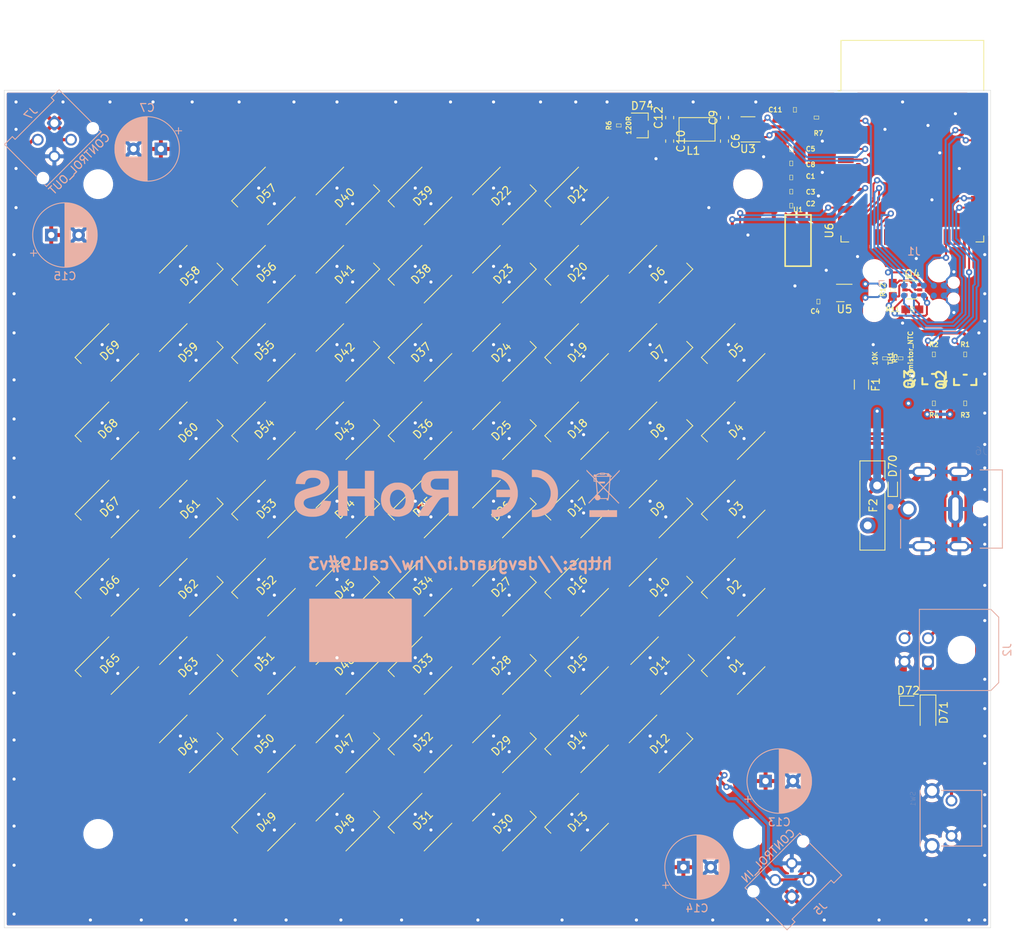
<source format=kicad_pcb>
(kicad_pcb (version 20171130) (host pcbnew 5.1.6)
  (layers (0 F.Cu signal) (31 B.Cu signal) (34 B.Paste user) (35 F.Paste user) (36 B.SilkS user) (37 F.SilkS user) (38 B.Mask user) (39 F.Mask user) (44 Edge.Cuts user))
  (net 0 "")
  (net 1 GND)
  (net 2 5V)
  (net 3 "Net-(D12-Pad6)")
  (net 4 "Net-(D12-Pad5)")
  (net 5 "Net-(D13-Pad6)")
  (net 6 "Net-(D13-Pad5)")
  (net 7 "Net-(D17-Pad6)")
  (net 8 "Net-(D17-Pad5)")
  (net 9 "Net-(D18-Pad6)")
  (net 10 "Net-(D18-Pad5)")
  (net 11 "Net-(D19-Pad6)")
  (net 12 "Net-(D19-Pad5)")
  (net 13 "Net-(D23-Pad6)")
  (net 14 "Net-(D23-Pad5)")
  (net 15 "Net-(D24-Pad6)")
  (net 16 "Net-(D24-Pad5)")
  (net 17 "Net-(D25-Pad6)")
  (net 18 "Net-(D25-Pad5)")
  (net 19 "Net-(D29-Pad6)")
  (net 20 "Net-(D29-Pad5)")
  (net 21 "Net-(D30-Pad6)")
  (net 22 "Net-(D30-Pad5)")
  (net 23 "Net-(D35-Pad6)")
  (net 24 "Net-(D35-Pad5)")
  (net 25 "Net-(D36-Pad6)")
  (net 26 "Net-(D36-Pad5)")
  (net 27 "Net-(D37-Pad6)")
  (net 28 "Net-(D37-Pad5)")
  (net 29 "Net-(D1-Pad6)")
  (net 30 "Net-(D1-Pad5)")
  (net 31 "Net-(D2-Pad6)")
  (net 32 "Net-(D2-Pad5)")
  (net 33 "Net-(D3-Pad5)")
  (net 34 "Net-(D3-Pad6)")
  (net 35 "Net-(D26-Pad6)")
  (net 36 "Net-(D26-Pad5)")
  (net 37 "Net-(D4-Pad5)")
  (net 38 "Net-(D4-Pad6)")
  (net 39 "Net-(D5-Pad6)")
  (net 40 "Net-(D5-Pad5)")
  (net 41 "Net-(D27-Pad5)")
  (net 42 "Net-(D27-Pad6)")
  (net 43 "Net-(D6-Pad5)")
  (net 44 "Net-(D6-Pad6)")
  (net 45 "Net-(D10-Pad1)")
  (net 46 "Net-(D10-Pad2)")
  (net 47 "Net-(D10-Pad6)")
  (net 48 "Net-(D10-Pad5)")
  (net 49 "Net-(D11-Pad6)")
  (net 50 "Net-(D11-Pad5)")
  (net 51 "Net-(D14-Pad5)")
  (net 52 "Net-(D14-Pad6)")
  (net 53 "Net-(D15-Pad6)")
  (net 54 "Net-(D15-Pad5)")
  (net 55 "Net-(D16-Pad6)")
  (net 56 "Net-(D16-Pad5)")
  (net 57 "Net-(D20-Pad5)")
  (net 58 "Net-(D20-Pad6)")
  (net 59 "Net-(D21-Pad6)")
  (net 60 "Net-(D21-Pad5)")
  (net 61 "Net-(D22-Pad5)")
  (net 62 "Net-(D22-Pad6)")
  (net 63 "Net-(D28-Pad6)")
  (net 64 "Net-(D28-Pad5)")
  (net 65 "Net-(D33-Pad6)")
  (net 66 "Net-(D33-Pad5)")
  (net 67 "Net-(D34-Pad6)")
  (net 68 "Net-(D34-Pad5)")
  (net 69 "Net-(D38-Pad6)")
  (net 70 "Net-(D38-Pad5)")
  (net 71 "Net-(D39-Pad6)")
  (net 72 "Net-(D39-Pad5)")
  (net 73 "Net-(D40-Pad6)")
  (net 74 "Net-(D40-Pad5)")
  (net 75 "Net-(D44-Pad6)")
  (net 76 "Net-(D44-Pad5)")
  (net 77 "Net-(D7-Pad6)")
  (net 78 "Net-(D7-Pad5)")
  (net 79 "Net-(D8-Pad6)")
  (net 80 "Net-(D8-Pad5)")
  (net 81 "Net-(D32-Pad5)")
  (net 82 "Net-(D32-Pad6)")
  (net 83 "Net-(D41-Pad5)")
  (net 84 "Net-(D41-Pad6)")
  (net 85 "Net-(D42-Pad5)")
  (net 86 "Net-(D42-Pad6)")
  (net 87 "Net-(D43-Pad5)")
  (net 88 "Net-(D43-Pad6)")
  (net 89 C1)
  (net 90 D1)
  (net 91 "Net-(D45-Pad6)")
  (net 92 "Net-(D45-Pad5)")
  (net 93 "Net-(D46-Pad6)")
  (net 94 "Net-(D46-Pad5)")
  (net 95 "Net-(D47-Pad6)")
  (net 96 "Net-(D47-Pad5)")
  (net 97 "Net-(D48-Pad6)")
  (net 98 "Net-(D48-Pad5)")
  (net 99 "Net-(D49-Pad6)")
  (net 100 "Net-(D49-Pad5)")
  (net 101 "Net-(D50-Pad6)")
  (net 102 "Net-(D50-Pad5)")
  (net 103 "Net-(D51-Pad6)")
  (net 104 "Net-(D51-Pad5)")
  (net 105 "Net-(D52-Pad6)")
  (net 106 "Net-(D52-Pad5)")
  (net 107 "Net-(D53-Pad6)")
  (net 108 "Net-(D53-Pad5)")
  (net 109 "Net-(D54-Pad6)")
  (net 110 "Net-(D54-Pad5)")
  (net 111 "Net-(D55-Pad6)")
  (net 112 "Net-(D55-Pad5)")
  (net 113 "Net-(D56-Pad6)")
  (net 114 "Net-(D56-Pad5)")
  (net 115 "Net-(D57-Pad6)")
  (net 116 "Net-(D57-Pad5)")
  (net 117 "Net-(D58-Pad6)")
  (net 118 "Net-(D58-Pad5)")
  (net 119 "Net-(D59-Pad6)")
  (net 120 "Net-(D59-Pad5)")
  (net 121 "Net-(D60-Pad6)")
  (net 122 "Net-(D60-Pad5)")
  (net 123 "Net-(D61-Pad6)")
  (net 124 "Net-(D61-Pad5)")
  (net 125 "Net-(D62-Pad6)")
  (net 126 "Net-(D62-Pad5)")
  (net 127 "Net-(D63-Pad6)")
  (net 128 "Net-(D63-Pad5)")
  (net 129 "Net-(D64-Pad6)")
  (net 130 "Net-(D64-Pad5)")
  (net 131 "Net-(D65-Pad6)")
  (net 132 "Net-(D65-Pad5)")
  (net 133 "Net-(D66-Pad6)")
  (net 134 "Net-(D66-Pad5)")
  (net 135 "Net-(D67-Pad6)")
  (net 136 "Net-(D67-Pad5)")
  (net 137 "Net-(D68-Pad6)")
  (net 138 "Net-(D68-Pad5)")
  (net 139 "Net-(D69-Pad6)")
  (net 140 "Net-(D69-Pad5)")
  (net 141 VDD)
  (net 142 "Net-(C4-Pad1)")
  (net 143 /c2+)
  (net 144 /c2-)
  (net 145 CAN0+)
  (net 146 CAN0-)
  (net 147 "Net-(D70-Pad1)")
  (net 148 "Net-(D71-Pad1)")
  (net 149 FTDI_CTS)
  (net 150 FTDI_TXD)
  (net 151 FTDI_RXD)
  (net 152 FTDI_DTR)
  (net 153 LED_DATA)
  (net 154 LED_CLOCK)
  (net 155 CPU_ENABLE)
  (net 156 "Net-(Q4-Pad2)")
  (net 157 "Net-(Q4-Pad5)")
  (net 158 CPU_BOOT)
  (net 159 softreset)
  (net 160 CAN_RX)
  (net 161 CAN_TX)
  (net 162 C0)
  (net 163 D0)
  (net 164 JTAG_TDI)
  (net 165 JTAG_TMS)
  (net 166 JTAG_TDO)
  (net 167 JTAG_TCK)
  (net 168 ADC_T)
  (module Symbol:RoHS-Logo_6mm_SilkScreen (layer B.Cu) (at 47.5 51.5 180)
    (fp_text reference X2 hide)
    (fp_text value dummy hide)
  )
  (module Symbol:CE-Logo_8.5x6mm_SilkScreen (layer B.Cu) (at 66.5 51.5 180)
    (fp_text reference X3 hide)
    (fp_text value dummy hide)
  )
  (module Symbol:WEEE-Logo_4.2x6mm_SilkScreen (layer B.Cu) (at 76.5 51.5 180)
    (fp_text reference X1 hide)
    (fp_text value dummy hide)
  )
  (module OLIMEX_Diodes-FP:SOT23-3 (layer F.Cu) (at 118.7 36.9 90)
    (fp_text reference Q3 (at 0 -3.048 90) (layer F.SilkS) (effects (font (size 1.27 1.27) (thickness 0.254))))
    (fp_text value MOSFET-NCH-BSS138)
    (pad 3 smd rect (at -1.1 0 180) (size 1 1.4) (layers F.Cu F.Paste F.Mask) (net 162 C0))
    (pad 2 smd rect (at 1.1 -0.95 180) (size 1 1.4) (layers F.Cu F.Paste F.Mask) (net 154 LED_CLOCK))
    (pad 1 smd rect (at 1.1 0.95 180) (size 1 1.4) (layers F.Cu F.Paste F.Mask) (net 141 VDD))
  )
  (module OLIMEX_Diodes-FP:SOT23-3 (layer F.Cu) (at 122.75 37 90)
    (fp_text reference Q2 (at 0 -3.048 90) (layer F.SilkS) (effects (font (size 1.27 1.27) (thickness 0.254))))
    (fp_text value MOSFET-NCH-BSS138)
    (pad 3 smd rect (at -1.1 0 180) (size 1 1.4) (layers F.Cu F.Paste F.Mask) (net 163 D0))
    (pad 2 smd rect (at 1.1 -0.95 180) (size 1 1.4) (layers F.Cu F.Paste F.Mask) (net 153 LED_DATA))
    (pad 1 smd rect (at 1.1 0.95 180) (size 1 1.4) (layers F.Cu F.Paste F.Mask) (net 141 VDD))
  )
  (module Capacitor_THT:CP_Radial_D8.0mm_P3.50mm (layer B.Cu) (at 6 18.5)
    (fp_text reference C15 (at 1.75 5.25) (layer B.SilkS) (effects (justify mirror)))
    (fp_text value CP)
    (pad 2 thru_hole circle (at 3.5 0) (size 1.6 1.6) (drill 0.8) (layers *.Cu *.Mask) (net 1 GND))
    (pad 1 thru_hole rect (at 0 0) (size 1.6 1.6) (drill 0.8) (layers *.Cu *.Mask) (net 2 5V))
  )
  (module Resistors:0603 (layer F.Cu) (at 114.5 34.25 90)
    (fp_text reference TH1 (at 0 -1.27 90) (layer F.SilkS) (effects (font (size 0.6096 0.6096) (thickness 0.127))))
    (fp_text value Thermistor_NTC (at 0 1.27 90) (layer F.SilkS) (effects (font (size 0.6096 0.6096) (thickness 0.127))))
    (pad 2 smd rect (at 0.84836 0 90) (size 1.09982 0.99822) (layers F.Cu F.Paste F.Mask) (net 141 VDD))
    (pad 1 smd rect (at -0.84836 0 90) (size 1.09982 0.99822) (layers F.Cu F.Paste F.Mask) (net 168 ADC_T))
  )
  (module Resistors:0603 (layer F.Cu) (at 112.5 34.25 270)
    (fp_text reference R5 (at 0 -1.27 90) (layer F.SilkS) (effects (font (size 0.6096 0.6096) (thickness 0.127))))
    (fp_text value 10K (at 0 1.27 90) (layer F.SilkS) (effects (font (size 0.6096 0.6096) (thickness 0.127))))
    (pad 2 smd rect (at 0.84836 0 270) (size 1.09982 0.99822) (layers F.Cu F.Paste F.Mask) (net 168 ADC_T))
    (pad 1 smd rect (at -0.84836 0 270) (size 1.09982 0.99822) (layers F.Cu F.Paste F.Mask) (net 1 GND))
  )
  (module Capacitor_THT:CP_Radial_D8.0mm_P3.50mm (layer B.Cu) (at 86.75 99.25)
    (fp_text reference C14 (at 1.75 5.25) (layer B.SilkS) (effects (justify mirror)))
    (fp_text value CP)
    (pad 2 thru_hole circle (at 3.5 0) (size 1.6 1.6) (drill 0.8) (layers *.Cu *.Mask) (net 1 GND))
    (pad 1 thru_hole rect (at 0 0) (size 1.6 1.6) (drill 0.8) (layers *.Cu *.Mask) (net 2 5V))
  )
  (module Silicon-Standard:SOT223 (layer F.Cu) (at 101.4 19.2 270)
    (fp_text reference U1 (at -3.937 0) (layer F.SilkS) (effects (font (size 0.6096 0.6096) (thickness 0.127))))
    (fp_text value AZ1117IH-3.3TRG hide)
    (pad 4 smd rect (at 0 -3.0988 270) (size 3.59918 2.19964) (layers F.Cu F.Paste F.Mask) (net 141 VDD))
    (pad 3 smd rect (at 2.3114 3.0988 270) (size 1.2192 2.2352) (layers F.Cu F.Paste F.Mask) (net 142 "Net-(C4-Pad1)"))
    (pad 2 smd rect (at 0 3.0988 270) (size 1.2192 2.2352) (layers F.Cu F.Paste F.Mask) (net 141 VDD))
    (pad 1 smd rect (at -2.3114 3.0988 270) (size 1.2192 2.2352) (layers F.Cu F.Paste F.Mask) (net 1 GND))
  )
  (module Connector:Tag-Connect_TC2070-IDC-FP_2x07_P1.27mm_Vertical (layer B.Cu) (at 116.2 25.6)
    (fp_text reference J1 (at 0 -5) (layer B.SilkS) (effects (justify mirror)))
    (fp_text value UART)
    (pad "" np_thru_hole circle (at 3.175 -2.54) (size 2.3749 2.3749) (drill 2.3749) (layers *.Cu *.Mask))
    (pad "" np_thru_hole circle (at -5.08 -2.54) (size 2.3749 2.3749) (drill 2.3749) (layers *.Cu *.Mask))
    (pad "" np_thru_hole circle (at 3.175 2.54) (size 2.3749 2.3749) (drill 2.3749) (layers *.Cu *.Mask))
    (pad "" np_thru_hole circle (at -5.08 2.54) (size 2.3749 2.3749) (drill 2.3749) (layers *.Cu *.Mask))
    (pad "" np_thru_hole circle (at 5.08 -1.016) (size 0.9906 0.9906) (drill 0.9906) (layers *.Cu *.Mask))
    (pad "" np_thru_hole circle (at 5.08 1.016) (size 0.9906 0.9906) (drill 0.9906) (layers *.Cu *.Mask))
    (pad "" np_thru_hole circle (at -5.08 0) (size 0.9906 0.9906) (drill 0.9906) (layers *.Cu *.Mask))
    (pad 14 connect circle (at -3.81 0.635) (size 0.7874 0.7874) (layers B.Cu B.Mask) (net 141 VDD))
    (pad 13 connect circle (at -2.54 0.635) (size 0.7874 0.7874) (layers B.Cu B.Mask) (net 149 FTDI_CTS))
    (pad 12 connect circle (at -1.27 0.635) (size 0.7874 0.7874) (layers B.Cu B.Mask) (net 150 FTDI_TXD))
    (pad 11 connect circle (at 0 0.635) (size 0.7874 0.7874) (layers B.Cu B.Mask) (net 151 FTDI_RXD))
    (pad 10 connect circle (at 1.27 0.635) (size 0.7874 0.7874) (layers B.Cu B.Mask) (net 152 FTDI_DTR))
    (pad 9 connect circle (at 2.54 0.635) (size 0.7874 0.7874) (layers B.Cu B.Mask))
    (pad 8 connect circle (at 3.81 0.635) (size 0.7874 0.7874) (layers B.Cu B.Mask) (net 1 GND))
    (pad 7 connect circle (at 3.81 -0.635) (size 0.7874 0.7874) (layers B.Cu B.Mask) (net 1 GND))
    (pad 6 connect circle (at 2.54 -0.635) (size 0.7874 0.7874) (layers B.Cu B.Mask) (net 166 JTAG_TDO))
    (pad 5 connect circle (at 1.27 -0.635) (size 0.7874 0.7874) (layers B.Cu B.Mask) (net 167 JTAG_TCK))
    (pad 4 connect circle (at 0 -0.635) (size 0.7874 0.7874) (layers B.Cu B.Mask) (net 165 JTAG_TMS))
    (pad 3 connect circle (at -1.27 -0.635) (size 0.7874 0.7874) (layers B.Cu B.Mask) (net 164 JTAG_TDI))
    (pad 2 connect circle (at -2.54 -0.635) (size 0.7874 0.7874) (layers B.Cu B.Mask) (net 155 CPU_ENABLE))
    (pad 1 connect circle (at -3.81 -0.635) (size 0.7874 0.7874) (layers B.Cu B.Mask) (net 141 VDD))
  )
  (module Connector_Molex:Molex_Micro-Fit_3.0_43045-0412_2x02_P3.00mm_Vertical (layer B.Cu) (at 6.4 4.2 225)
    (fp_text reference J7 (at 1.25 3 225) (layer B.SilkS) (effects (justify mirror)))
    (fp_text value CONTROL_OUT (at 1.414214 -5.939697 45) (layer B.SilkS) (effects (justify mirror)))
    (pad 4 thru_hole circle (at 3 -3 225) (size 1.5 1.5) (drill 1) (layers *.Cu *.Mask) (net 1 GND))
    (pad 3 thru_hole circle (at 0 -3 225) (size 1.5 1.5) (drill 1) (layers *.Cu *.Mask) (net 140 "Net-(D69-Pad5)"))
    (pad 2 thru_hole circle (at 3 0 225) (size 1.5 1.5) (drill 1) (layers *.Cu *.Mask) (net 139 "Net-(D69-Pad6)"))
    (pad 1 thru_hole roundrect (at 0 0 225) (size 1.5 1.5) (drill 1) (layers *.Cu *.Mask) (roundrect_rratio 0.166667) (net 2 5V))
    (pad "" np_thru_hole circle (at 6 -3.94 225) (size 1 1) (drill 1) (layers *.Cu *.Mask))
    (pad "" np_thru_hole circle (at -3 -3.94 225) (size 1 1) (drill 1) (layers *.Cu *.Mask))
  )
  (module RF_Module:ESP32-WROOM-32 (layer F.Cu) (at 116 9.5)
    (fp_text reference U6 (at -10.61 8.43 90) (layer F.SilkS))
    (fp_text value ESP32-WROOM-32D)
    (pad 38 smd rect (at 8.5 -8.255) (size 2 0.9) (layers F.Cu F.Paste F.Mask) (net 1 GND))
    (pad 37 smd rect (at 8.5 -6.985) (size 2 0.9) (layers F.Cu F.Paste F.Mask))
    (pad 36 smd rect (at 8.5 -5.715) (size 2 0.9) (layers F.Cu F.Paste F.Mask))
    (pad 35 smd rect (at 8.5 -4.445) (size 2 0.9) (layers F.Cu F.Paste F.Mask) (net 151 FTDI_RXD))
    (pad 34 smd rect (at 8.5 -3.175) (size 2 0.9) (layers F.Cu F.Paste F.Mask) (net 150 FTDI_TXD))
    (pad 33 smd rect (at 8.5 -1.905) (size 2 0.9) (layers F.Cu F.Paste F.Mask))
    (pad 32 smd rect (at 8.5 -0.635) (size 2 0.9) (layers F.Cu F.Paste F.Mask))
    (pad 31 smd rect (at 8.5 0.635) (size 2 0.9) (layers F.Cu F.Paste F.Mask))
    (pad 30 smd rect (at 8.5 1.905) (size 2 0.9) (layers F.Cu F.Paste F.Mask))
    (pad 29 smd rect (at 8.5 3.175) (size 2 0.9) (layers F.Cu F.Paste F.Mask))
    (pad 28 smd rect (at 8.5 4.445) (size 2 0.9) (layers F.Cu F.Paste F.Mask) (net 154 LED_CLOCK))
    (pad 27 smd rect (at 8.5 5.715) (size 2 0.9) (layers F.Cu F.Paste F.Mask) (net 153 LED_DATA))
    (pad 26 smd rect (at 8.5 6.985) (size 2 0.9) (layers F.Cu F.Paste F.Mask))
    (pad 25 smd rect (at 8.5 8.255) (size 2 0.9) (layers F.Cu F.Paste F.Mask) (net 158 CPU_BOOT))
    (pad 24 smd rect (at 5.715 9.255 90) (size 2 0.9) (layers F.Cu F.Paste F.Mask))
    (pad 23 smd rect (at 4.445 9.255 90) (size 2 0.9) (layers F.Cu F.Paste F.Mask) (net 166 JTAG_TDO))
    (pad 22 smd rect (at 3.175 9.255 90) (size 2 0.9) (layers F.Cu F.Paste F.Mask))
    (pad 21 smd rect (at 1.905 9.255 90) (size 2 0.9) (layers F.Cu F.Paste F.Mask))
    (pad 20 smd rect (at 0.635 9.255 90) (size 2 0.9) (layers F.Cu F.Paste F.Mask))
    (pad 19 smd rect (at -0.635 9.255 90) (size 2 0.9) (layers F.Cu F.Paste F.Mask))
    (pad 18 smd rect (at -1.905 9.255 90) (size 2 0.9) (layers F.Cu F.Paste F.Mask))
    (pad 17 smd rect (at -3.175 9.255 90) (size 2 0.9) (layers F.Cu F.Paste F.Mask))
    (pad 16 smd rect (at -4.445 9.255 90) (size 2 0.9) (layers F.Cu F.Paste F.Mask) (net 167 JTAG_TCK))
    (pad 15 smd rect (at -5.715 9.255 90) (size 2 0.9) (layers F.Cu F.Paste F.Mask) (net 1 GND))
    (pad 14 smd rect (at -8.5 8.255) (size 2 0.9) (layers F.Cu F.Paste F.Mask) (net 164 JTAG_TDI))
    (pad 13 smd rect (at -8.5 6.985) (size 2 0.9) (layers F.Cu F.Paste F.Mask) (net 165 JTAG_TMS))
    (pad 12 smd rect (at -8.5 5.715) (size 2 0.9) (layers F.Cu F.Paste F.Mask) (net 168 ADC_T))
    (pad 11 smd rect (at -8.5 4.445) (size 2 0.9) (layers F.Cu F.Paste F.Mask))
    (pad 10 smd rect (at -8.5 3.175) (size 2 0.9) (layers F.Cu F.Paste F.Mask) (net 159 softreset))
    (pad 9 smd rect (at -8.5 1.905) (size 2 0.9) (layers F.Cu F.Paste F.Mask))
    (pad 8 smd rect (at -8.5 0.635) (size 2 0.9) (layers F.Cu F.Paste F.Mask))
    (pad 7 smd rect (at -8.5 -0.635) (size 2 0.9) (layers F.Cu F.Paste F.Mask) (net 161 CAN_TX))
    (pad 6 smd rect (at -8.5 -1.905) (size 2 0.9) (layers F.Cu F.Paste F.Mask) (net 160 CAN_RX))
    (pad 5 smd rect (at -8.5 -3.175) (size 2 0.9) (layers F.Cu F.Paste F.Mask))
    (pad 4 smd rect (at -8.5 -4.445) (size 2 0.9) (layers F.Cu F.Paste F.Mask))
    (pad 3 smd rect (at -8.5 -5.715) (size 2 0.9) (layers F.Cu F.Paste F.Mask) (net 155 CPU_ENABLE))
    (pad 2 smd rect (at -8.5 -6.985) (size 2 0.9) (layers F.Cu F.Paste F.Mask) (net 141 VDD))
    (pad 1 smd rect (at -8.5 -8.255) (size 2 0.9) (layers F.Cu F.Paste F.Mask) (net 1 GND))
    (pad 39 smd rect (at -1 -0.755) (size 5 5) (layers F.Cu F.Paste F.Mask) (net 1 GND))
  )
  (module Package_SON:WSON-6-1EP_2x2mm_P0.65mm_EP1x1.6mm (layer F.Cu) (at 107.3 25.9 180)
    (fp_text reference U5 (at -0.04 -2.07) (layer F.SilkS))
    (fp_text value 595-TLV76733DRVR)
    (pad 7 smd rect (at 0 0 180) (size 1 1.6) (layers F.Cu F.Mask) (net 1 GND))
    (pad 6 smd roundrect (at 0.8875 -0.65 180) (size 0.375 0.4) (layers F.Cu F.Paste F.Mask) (net 142 "Net-(C4-Pad1)"))
    (pad 5 smd roundrect (at 0.8875 0 180) (size 0.375 0.4) (layers F.Cu F.Paste F.Mask) (net 1 GND))
    (pad 4 smd roundrect (at 0.8875 0.65 180) (size 0.375 0.4) (layers F.Cu F.Paste F.Mask))
    (pad 3 smd roundrect (at -0.8875 0.65 180) (size 0.375 0.4) (layers F.Cu F.Paste F.Mask) (net 1 GND))
    (pad 2 smd roundrect (at -0.8875 0 180) (size 0.375 0.4) (layers F.Cu F.Paste F.Mask) (net 141 VDD))
    (pad 1 smd roundrect (at -0.8875 -0.65 180) (size 0.375 0.4) (layers F.Cu F.Paste F.Mask) (net 141 VDD))
  )
  (module Package_TO_SOT_SMD:SOT-23-8 (layer F.Cu) (at 95 5 180)
    (fp_text reference U3 (at 0 -2.5) (layer F.SilkS))
    (fp_text value TCAN332)
    (pad 8 smd rect (at 1.1 -0.98 180) (size 1.06 0.4) (layers F.Cu F.Paste F.Mask))
    (pad 7 smd rect (at 1.1 -0.33 180) (size 1.06 0.4) (layers F.Cu F.Paste F.Mask) (net 143 /c2+))
    (pad 6 smd rect (at 1.1 0.33 180) (size 1.06 0.4) (layers F.Cu F.Paste F.Mask) (net 144 /c2-))
    (pad 5 smd rect (at 1.1 0.98 180) (size 1.06 0.4) (layers F.Cu F.Paste F.Mask))
    (pad 4 smd rect (at -1.1 0.98 180) (size 1.06 0.4) (layers F.Cu F.Paste F.Mask) (net 160 CAN_RX))
    (pad 3 smd rect (at -1.1 0.33 180) (size 1.06 0.4) (layers F.Cu F.Paste F.Mask) (net 141 VDD))
    (pad 2 smd rect (at -1.1 -0.33 180) (size 1.06 0.4) (layers F.Cu F.Paste F.Mask) (net 1 GND))
    (pad 1 smd rect (at -1.1 -0.98 180) (size 1.06 0.4) (layers F.Cu F.Paste F.Mask) (net 161 CAN_TX))
  )
  (module aep:SW_1825027-5 (layer B.Cu) (at 121 93 270)
    (fp_text reference SW1 (at -2.471323 4.913008 270) (layer B.SilkS) (effects (font (size 0.640862 0.640862) (thickness 0.015)) (justify mirror)))
    (fp_text value SW_Push)
    (pad 1 thru_hole circle (at -2.25 0 270) (size 1.498 1.498) (drill 0.99) (layers *.Cu *.Mask) (net 159 softreset))
    (pad 2 thru_hole circle (at 2.25 0 270) (size 1.498 1.498) (drill 0.99) (layers *.Cu *.Mask) (net 1 GND))
    (pad S2 thru_hole circle (at 3.505 2.49 270) (size 1.95 1.95) (drill 1.3) (layers *.Cu *.Mask) (net 1 GND))
    (pad S1 thru_hole circle (at -3.505 2.49 270) (size 1.95 1.95) (drill 1.3) (layers *.Cu *.Mask) (net 1 GND))
  )
  (module Resistors:0603 (layer F.Cu) (at 113.5 25.5 90)
    (fp_text reference R12 (at 0 -1.27 90) (layer F.SilkS) (effects (font (size 0.6096 0.6096) (thickness 0.127))))
    (fp_text value 10K hide)
    (pad 2 smd rect (at 0.84836 0 90) (size 1.09982 0.99822) (layers F.Cu F.Paste F.Mask) (net 157 "Net-(Q4-Pad5)"))
    (pad 1 smd rect (at -0.84836 0 90) (size 1.09982 0.99822) (layers F.Cu F.Paste F.Mask) (net 149 FTDI_CTS))
  )
  (module Resistors:0603 (layer F.Cu) (at 116 28)
    (fp_text reference R11 (at -2.5 0) (layer F.SilkS) (effects (font (size 0.6096 0.6096) (thickness 0.127))))
    (fp_text value 10K hide)
    (pad 2 smd rect (at 0.84836 0) (size 1.09982 0.99822) (layers F.Cu F.Paste F.Mask) (net 156 "Net-(Q4-Pad2)"))
    (pad 1 smd rect (at -0.84836 0) (size 1.09982 0.99822) (layers F.Cu F.Paste F.Mask) (net 152 FTDI_DTR))
  )
  (module Resistors:0603 (layer F.Cu) (at 103.75 3.5 90)
    (fp_text reference R7 (at -2 0.25 180) (layer F.SilkS) (effects (font (size 0.6096 0.6096) (thickness 0.127))))
    (fp_text value 10K hide)
    (pad 2 smd rect (at 0.84836 0 90) (size 1.09982 0.99822) (layers F.Cu F.Paste F.Mask) (net 141 VDD))
    (pad 1 smd rect (at -0.84836 0 90) (size 1.09982 0.99822) (layers F.Cu F.Paste F.Mask) (net 155 CPU_ENABLE))
  )
  (module Resistors:0603 (layer F.Cu) (at 78.5 4.5 90)
    (fp_text reference R6 (at 0 -1.27 90) (layer F.SilkS) (effects (font (size 0.6096 0.6096) (thickness 0.127))))
    (fp_text value 120R (at 0 1.27 90) (layer F.SilkS) (effects (font (size 0.6096 0.6096) (thickness 0.127))))
    (pad 2 smd rect (at 0.84836 0 90) (size 1.09982 0.99822) (layers F.Cu F.Paste F.Mask) (net 146 CAN0-))
    (pad 1 smd rect (at -0.84836 0 90) (size 1.09982 0.99822) (layers F.Cu F.Paste F.Mask) (net 145 CAN0+))
  )
  (module Resistors:0603 (layer F.Cu) (at 118.75 40 180)
    (fp_text reference R4 (at 0 -1.5) (layer F.SilkS) (effects (font (size 0.6096 0.6096) (thickness 0.127))))
    (fp_text value 10K hide)
    (pad 2 smd rect (at 0.84836 0 180) (size 1.09982 0.99822) (layers F.Cu F.Paste F.Mask) (net 2 5V))
    (pad 1 smd rect (at -0.84836 0 180) (size 1.09982 0.99822) (layers F.Cu F.Paste F.Mask) (net 162 C0))
  )
  (module Resistors:0603 (layer F.Cu) (at 122.75 40 180)
    (fp_text reference R3 (at 0 -1.5) (layer F.SilkS) (effects (font (size 0.6096 0.6096) (thickness 0.127))))
    (fp_text value 10K hide)
    (pad 2 smd rect (at 0.84836 0 180) (size 1.09982 0.99822) (layers F.Cu F.Paste F.Mask) (net 2 5V))
    (pad 1 smd rect (at -0.84836 0 180) (size 1.09982 0.99822) (layers F.Cu F.Paste F.Mask) (net 163 D0))
  )
  (module Resistors:0603 (layer F.Cu) (at 118.75 33.75)
    (fp_text reference R2 (at 0 -1.27) (layer F.SilkS) (effects (font (size 0.6096 0.6096) (thickness 0.127))))
    (fp_text value 10K hide)
    (pad 2 smd rect (at 0.84836 0) (size 1.09982 0.99822) (layers F.Cu F.Paste F.Mask) (net 141 VDD))
    (pad 1 smd rect (at -0.84836 0) (size 1.09982 0.99822) (layers F.Cu F.Paste F.Mask) (net 154 LED_CLOCK))
  )
  (module Resistors:0603 (layer F.Cu) (at 122.75 33.75)
    (fp_text reference R1 (at 0 -1.27) (layer F.SilkS) (effects (font (size 0.6096 0.6096) (thickness 0.127))))
    (fp_text value 10K hide)
    (pad 2 smd rect (at 0.84836 0) (size 1.09982 0.99822) (layers F.Cu F.Paste F.Mask) (net 141 VDD))
    (pad 1 smd rect (at -0.84836 0) (size 1.09982 0.99822) (layers F.Cu F.Paste F.Mask) (net 153 LED_DATA))
  )
  (module Package_TO_SOT_SMD:SOT-363_SC-70-6 (layer F.Cu) (at 116 25.5)
    (fp_text reference Q4 (at 0 -2) (layer F.SilkS))
    (fp_text value MBT3904DW1)
    (pad 6 smd rect (at 0.95 -0.65) (size 0.65 0.4) (layers F.Cu F.Paste F.Mask) (net 155 CPU_ENABLE))
    (pad 4 smd rect (at 0.95 0.65) (size 0.65 0.4) (layers F.Cu F.Paste F.Mask) (net 152 FTDI_DTR))
    (pad 2 smd rect (at -0.95 0) (size 0.65 0.4) (layers F.Cu F.Paste F.Mask) (net 156 "Net-(Q4-Pad2)"))
    (pad 5 smd rect (at 0.95 0) (size 0.65 0.4) (layers F.Cu F.Paste F.Mask) (net 157 "Net-(Q4-Pad5)"))
    (pad 3 smd rect (at -0.95 0.65) (size 0.65 0.4) (layers F.Cu F.Paste F.Mask) (net 158 CPU_BOOT))
    (pad 1 smd rect (at -0.95 -0.65) (size 0.65 0.4) (layers F.Cu F.Paste F.Mask) (net 149 FTDI_CTS))
  )
  (module aep:PE-1210ACC (layer F.Cu) (at 88.5 5 180)
    (fp_text reference L1 (at 0.48 -2.73) (layer F.SilkS))
    (fp_text value "PE-1210ACC110STS  11UH")
    (pad 4 smd rect (at 1.4 0.95 180) (size 1.35 0.9) (layers F.Cu F.Paste F.Mask) (net 146 CAN0-))
    (pad 3 smd rect (at 1.4 -0.95 180) (size 1.35 0.9) (layers F.Cu F.Paste F.Mask) (net 145 CAN0+))
    (pad 2 smd rect (at -1.4 -0.95 180) (size 1.35 0.9) (layers F.Cu F.Paste F.Mask) (net 143 /c2+))
    (pad 1 smd rect (at -1.4 0.95 180) (size 1.35 0.9) (layers F.Cu F.Paste F.Mask) (net 144 /c2-))
  )
  (module cui:CUI_PJ-082BH (layer B.Cu) (at 121 53.5 180)
    (fp_text reference J6 (at -3.805845 7.406665) (layer B.SilkS) (effects (font (size 1.000228 1.000228) (thickness 0.015)) (justify mirror)))
    (fp_text value PJ-082BH)
    (pad None np_thru_hole circle (at -3.75 0 180) (size 1.6 1.6) (drill 1.6) (layers *.Cu *.Mask))
    (pad 6 thru_hole oval (at 3.7 -4.75 180) (size 2.616 1.308) (drill oval 2 0.8) (layers *.Cu *.Mask) (net 1 GND))
    (pad 5 thru_hole oval (at -1 -4.75 180) (size 2.616 1.308) (drill oval 2 0.8) (layers *.Cu *.Mask) (net 1 GND))
    (pad 4 thru_hole oval (at -1 4.75 180) (size 2.616 1.308) (drill oval 2 0.8) (layers *.Cu *.Mask) (net 1 GND))
    (pad 3 thru_hole oval (at 3.7 4.75 180) (size 2.616 1.308) (drill oval 2 0.8) (layers *.Cu *.Mask) (net 1 GND))
    (pad 2 thru_hole oval (at -0.5 0 180) (size 1.9 3.8) (drill oval 0.8 3) (layers *.Cu *.Mask) (net 1 GND))
    (pad 1 thru_hole circle (at 5.5 0 180) (size 2.1 2.1) (drill 1.4) (layers *.Cu *.Mask) (net 147 "Net-(D70-Pad1)"))
  )
  (module Connector_Molex:Molex_Micro-Fit_3.0_43045-0412_2x02_P3.00mm_Vertical (layer B.Cu) (at 100.6 103 45)
    (fp_text reference J5 (at 1.5 3.67 225) (layer B.SilkS) (effects (justify mirror)))
    (fp_text value CONTROL_IN (at 1.555635 -5.798276 225) (layer B.SilkS) (effects (justify mirror)))
    (pad 4 thru_hole circle (at 3 -3 45) (size 1.5 1.5) (drill 1) (layers *.Cu *.Mask) (net 1 GND))
    (pad 3 thru_hole circle (at 0 -3 45) (size 1.5 1.5) (drill 1) (layers *.Cu *.Mask) (net 162 C0))
    (pad 2 thru_hole circle (at 3 0 45) (size 1.5 1.5) (drill 1) (layers *.Cu *.Mask) (net 163 D0))
    (pad 1 thru_hole roundrect (at 0 0 45) (size 1.5 1.5) (drill 1) (layers *.Cu *.Mask) (roundrect_rratio 0.166667) (net 2 5V))
    (pad "" np_thru_hole circle (at 6 -3.94 45) (size 1 1) (drill 1) (layers *.Cu *.Mask))
    (pad "" np_thru_hole circle (at -3 -3.94 45) (size 1 1) (drill 1) (layers *.Cu *.Mask))
  )
  (module Connector_Molex:Molex_Micro-Fit_3.0_43045-0400_2x02_P3.00mm_Horizontal (layer B.Cu) (at 118 73 90)
    (fp_text reference J2 (at 1.5 10.12 -90) (layer B.SilkS) (effects (justify mirror)))
    (fp_text value Conn_02x02_Top_Bottom)
    (pad 4 thru_hole circle (at 3 -3 90) (size 1.5 1.5) (drill 1.02) (layers *.Cu *.Mask) (net 146 CAN0-))
    (pad 3 thru_hole circle (at 0 -3 90) (size 1.5 1.5) (drill 1.02) (layers *.Cu *.Mask) (net 1 GND))
    (pad 2 thru_hole circle (at 3 0 90) (size 1.5 1.5) (drill 1.02) (layers *.Cu *.Mask) (net 145 CAN0+))
    (pad 1 thru_hole roundrect (at 0 0 90) (size 1.5 1.5) (drill 1.02) (layers *.Cu *.Mask) (roundrect_rratio 0.166667) (net 148 "Net-(D71-Pad1)"))
    (pad "" np_thru_hole circle (at 1.5 4.32 90) (size 3 3) (drill 3) (layers *.Cu *.Mask))
  )
  (module Fuse:Fuse_Bourns_MF-RHT500 (layer F.Cu) (at 111.5 50.5 270)
    (fp_text reference F2 (at 2.55 0.5 90) (layer F.SilkS))
    (fp_text value 650-RGEF500)
    (pad 2 thru_hole circle (at 5.1 1.2 270) (size 2.01 2.01) (drill 1.01) (layers *.Cu *.Mask) (net 147 "Net-(D70-Pad1)"))
    (pad 1 thru_hole circle (at 0 0 270) (size 2.01 2.01) (drill 1.01) (layers *.Cu *.Mask) (net 2 5V))
  )
  (module Fuse:Fuse_1206_3216Metric (layer F.Cu) (at 109.5 37.6 270)
    (fp_text reference F1 (at 0 -1.82 90) (layer F.SilkS))
    (fp_text value "PTC 0.5A")
    (pad 2 smd roundrect (at 1.4 0 270) (size 1.25 1.75) (layers F.Cu F.Paste F.Mask) (roundrect_rratio 0.2) (net 2 5V))
    (pad 1 smd roundrect (at -1.4 0 270) (size 1.25 1.75) (layers F.Cu F.Paste F.Mask) (roundrect_rratio 0.2) (net 142 "Net-(C4-Pad1)"))
  )
  (module Package_TO_SOT_SMD:SOT-23 (layer F.Cu) (at 81.5 4.5)
    (fp_text reference D74 (at 0 -2.5) (layer F.SilkS))
    (fp_text value SZNUP2105L)
    (pad 3 smd rect (at 1 0) (size 0.9 0.8) (layers F.Cu F.Paste F.Mask) (net 1 GND))
    (pad 2 smd rect (at -1 0.95) (size 0.9 0.8) (layers F.Cu F.Paste F.Mask) (net 145 CAN0+))
    (pad 1 smd rect (at -1 -0.95) (size 0.9 0.8) (layers F.Cu F.Paste F.Mask) (net 146 CAN0-))
  )
  (module Diode_SMD:D_SOD-523 (layer F.Cu) (at 115.5 78)
    (fp_text reference D72 (at 0 -1.3) (layer F.SilkS))
    (fp_text value "Transient Suppressor")
    (pad 1 smd rect (at -0.7 0 180) (size 0.6 0.7) (layers F.Cu F.Paste F.Mask) (net 1 GND))
    (pad 2 smd rect (at 0.7 0 180) (size 0.6 0.7) (layers F.Cu F.Paste F.Mask) (net 148 "Net-(D71-Pad1)"))
  )
  (module Diode_SMD:D_SOD-123 (layer F.Cu) (at 118 79.5 270)
    (fp_text reference D71 (at 0 -2 90) (layer F.SilkS))
    (fp_text value "D_Schottky 3A")
    (pad 2 smd rect (at 1.65 0 270) (size 0.9 1.2) (layers F.Cu F.Paste F.Mask) (net 2 5V))
    (pad 1 smd rect (at -1.65 0 270) (size 0.9 1.2) (layers F.Cu F.Paste F.Mask) (net 148 "Net-(D71-Pad1)"))
  )
  (module Diode_SMD:D_SOD-523 (layer F.Cu) (at 113.5 50.75 90)
    (fp_text reference D70 (at 2.75 0 90) (layer F.SilkS))
    (fp_text value "Transient Suppressor 7-8V clamp")
    (pad 1 smd rect (at -0.7 0 270) (size 0.6 0.7) (layers F.Cu F.Paste F.Mask) (net 147 "Net-(D70-Pad1)"))
    (pad 2 smd rect (at 0.7 0 270) (size 0.6 0.7) (layers F.Cu F.Paste F.Mask) (net 1 GND))
  )
  (module Capacitor_THT:CP_Radial_D8.0mm_P3.50mm (layer B.Cu) (at 97.25 88.25)
    (fp_text reference C13 (at 1.75 5.25) (layer B.SilkS) (effects (justify mirror)))
    (fp_text value CP)
    (pad 2 thru_hole circle (at 3.5 0) (size 1.6 1.6) (drill 0.8) (layers *.Cu *.Mask) (net 1 GND))
    (pad 1 thru_hole rect (at 0 0) (size 1.6 1.6) (drill 0.8) (layers *.Cu *.Mask) (net 2 5V))
  )
  (module Capacitor_SMD:C_0603_1608Metric (layer F.Cu) (at 85 3.5 90)
    (fp_text reference C12 (at 0 -1.43 90) (layer F.SilkS))
    (fp_text value 56pf)
    (pad 2 smd roundrect (at 0.7875 0 90) (size 0.875 0.95) (layers F.Cu F.Paste F.Mask) (net 1 GND))
    (pad 1 smd roundrect (at -0.7875 0 90) (size 0.875 0.95) (layers F.Cu F.Paste F.Mask) (net 146 CAN0-))
  )
  (module Capacitors:0603 (layer F.Cu) (at 101 2.5 180)
    (fp_text reference C11 (at 2.5 0) (layer F.SilkS) (effects (font (size 0.6096 0.6096) (thickness 0.127))))
    (fp_text value 2.2uF hide)
    (pad 2 smd rect (at 0.84836 0 180) (size 1.09982 0.99822) (layers F.Cu F.Paste F.Mask) (net 1 GND))
    (pad 1 smd rect (at -0.84836 0 180) (size 1.09982 0.99822) (layers F.Cu F.Paste F.Mask) (net 141 VDD))
  )
  (module Capacitor_SMD:C_0603_1608Metric (layer F.Cu) (at 85 6.5 270)
    (fp_text reference C10 (at 0 -1.43 90) (layer F.SilkS))
    (fp_text value 56pf)
    (pad 2 smd roundrect (at 0.7875 0 270) (size 0.875 0.95) (layers F.Cu F.Paste F.Mask) (net 1 GND))
    (pad 1 smd roundrect (at -0.7875 0 270) (size 0.875 0.95) (layers F.Cu F.Paste F.Mask) (net 145 CAN0+))
  )
  (module Capacitor_SMD:C_0603_1608Metric (layer F.Cu) (at 92 3.5 90)
    (fp_text reference C9 (at 0 -1.43 90) (layer F.SilkS))
    (fp_text value 56pf)
    (pad 2 smd roundrect (at 0.7875 0 90) (size 0.875 0.95) (layers F.Cu F.Paste F.Mask) (net 1 GND))
    (pad 1 smd roundrect (at -0.7875 0 90) (size 0.875 0.95) (layers F.Cu F.Paste F.Mask) (net 144 /c2-))
  )
  (module Capacitors:0603 (layer F.Cu) (at 100.53 9.35 180)
    (fp_text reference C8 (at -2.47 -0.15) (layer F.SilkS) (effects (font (size 0.6096 0.6096) (thickness 0.127))))
    (fp_text value 2.2uF hide)
    (pad 2 smd rect (at 0.84836 0 180) (size 1.09982 0.99822) (layers F.Cu F.Paste F.Mask) (net 1 GND))
    (pad 1 smd rect (at -0.84836 0 180) (size 1.09982 0.99822) (layers F.Cu F.Paste F.Mask) (net 141 VDD))
  )
  (module Capacitor_THT:CP_Radial_D8.0mm_P3.50mm (layer B.Cu) (at 20 7.5 180)
    (fp_text reference C7 (at 1.75 5.25) (layer B.SilkS) (effects (justify mirror)))
    (fp_text value CP)
    (pad 1 thru_hole rect (at 0 0 180) (size 1.6 1.6) (drill 0.8) (layers *.Cu *.Mask) (net 2 5V))
    (pad 2 thru_hole circle (at 3.5 0 180) (size 1.6 1.6) (drill 0.8) (layers *.Cu *.Mask) (net 1 GND))
  )
  (module Capacitor_SMD:C_0603_1608Metric (layer F.Cu) (at 92 6.5 270)
    (fp_text reference C6 (at 0 -1.43 90) (layer F.SilkS))
    (fp_text value 56pf)
    (pad 2 smd roundrect (at 0.7875 0 270) (size 0.875 0.95) (layers F.Cu F.Paste F.Mask) (net 1 GND))
    (pad 1 smd roundrect (at -0.7875 0 270) (size 0.875 0.95) (layers F.Cu F.Paste F.Mask) (net 143 /c2+))
  )
  (module Capacitors:0603 (layer F.Cu) (at 100.53 7.55 180)
    (fp_text reference C5 (at -2.47 0.05) (layer F.SilkS) (effects (font (size 0.6096 0.6096) (thickness 0.127))))
    (fp_text value 2.2uF hide)
    (pad 2 smd rect (at 0.84836 0 180) (size 1.09982 0.99822) (layers F.Cu F.Paste F.Mask) (net 1 GND))
    (pad 1 smd rect (at -0.84836 0 180) (size 1.09982 0.99822) (layers F.Cu F.Paste F.Mask) (net 141 VDD))
  )
  (module Capacitors:0603 (layer F.Cu) (at 104 27 180)
    (fp_text reference C4 (at 0.41 -1.24) (layer F.SilkS) (effects (font (size 0.6096 0.6096) (thickness 0.127))))
    (fp_text value 1uF hide)
    (pad 2 smd rect (at 0.84836 0 180) (size 1.09982 0.99822) (layers F.Cu F.Paste F.Mask) (net 1 GND))
    (pad 1 smd rect (at -0.84836 0 180) (size 1.09982 0.99822) (layers F.Cu F.Paste F.Mask) (net 142 "Net-(C4-Pad1)"))
  )
  (module Capacitors:0603 (layer F.Cu) (at 100.53 12.95 180)
    (fp_text reference C3 (at -2.47 -0.05) (layer F.SilkS) (effects (font (size 0.6096 0.6096) (thickness 0.127))))
    (fp_text value 2.2uF hide)
    (pad 2 smd rect (at 0.84836 0 180) (size 1.09982 0.99822) (layers F.Cu F.Paste F.Mask) (net 1 GND))
    (pad 1 smd rect (at -0.84836 0 180) (size 1.09982 0.99822) (layers F.Cu F.Paste F.Mask) (net 141 VDD))
  )
  (module Capacitors:0603 (layer F.Cu) (at 100.53 14.75 180)
    (fp_text reference C2 (at -2.47 0.25) (layer F.SilkS) (effects (font (size 0.6096 0.6096) (thickness 0.127))))
    (fp_text value 2.2uF hide)
    (pad 2 smd rect (at 0.84836 0 180) (size 1.09982 0.99822) (layers F.Cu F.Paste F.Mask) (net 1 GND))
    (pad 1 smd rect (at -0.84836 0 180) (size 1.09982 0.99822) (layers F.Cu F.Paste F.Mask) (net 141 VDD))
  )
  (module Capacitors:0603 (layer F.Cu) (at 100.53 11.15 180)
    (fp_text reference C1 (at -2.47 0.15) (layer F.SilkS) (effects (font (size 0.6096 0.6096) (thickness 0.127))))
    (fp_text value 2.2uF hide)
    (pad 2 smd rect (at 0.84836 0 180) (size 1.09982 0.99822) (layers F.Cu F.Paste F.Mask) (net 1 GND))
    (pad 1 smd rect (at -0.84836 0 180) (size 1.09982 0.99822) (layers F.Cu F.Paste F.Mask) (net 141 VDD))
  )
  (module Aesthetics:FIDUCIAL-1X2 (layer B.Cu) (at 53.5 53.5 270)
    (fp_text reference FID1 hide)
    (fp_text value Fiducial hide)
    (pad 1 smd circle (at 0 0 270) (size 0.99822 0.99822) (layers B.Cu B.Mask))
  )
  (module LED_SMD:LED_RGB_5050-6 (layer F.Cu) (at 13.5 33.5 45)
    (fp_text reference D69 (at 0.176777 -0.176777 225) (layer F.SilkS))
    (fp_text value APA102)
    (pad 6 smd rect (at 2.4 -1.7 135) (size 1.1 2) (layers F.Cu F.Paste F.Mask) (net 139 "Net-(D69-Pad6)"))
    (pad 5 smd rect (at 2.4 0 135) (size 1.1 2) (layers F.Cu F.Paste F.Mask) (net 140 "Net-(D69-Pad5)"))
    (pad 4 smd rect (at 2.4 1.7 135) (size 1.1 2) (layers F.Cu F.Paste F.Mask) (net 2 5V))
    (pad 3 smd rect (at -2.4 1.7 135) (size 1.1 2) (layers F.Cu F.Paste F.Mask) (net 1 GND))
    (pad 2 smd rect (at -2.4 0 135) (size 1.1 2) (layers F.Cu F.Paste F.Mask) (net 138 "Net-(D68-Pad5)"))
    (pad 1 smd rect (at -2.4 -1.7 135) (size 1.1 2) (layers F.Cu F.Paste F.Mask) (net 137 "Net-(D68-Pad6)"))
  )
  (module LED_SMD:LED_RGB_5050-6 (layer F.Cu) (at 13.5 43.5 45)
    (fp_text reference D68 (at 0 -0.353553 225) (layer F.SilkS))
    (fp_text value APA102)
    (pad 6 smd rect (at 2.4 -1.7 135) (size 1.1 2) (layers F.Cu F.Paste F.Mask) (net 137 "Net-(D68-Pad6)"))
    (pad 5 smd rect (at 2.4 0 135) (size 1.1 2) (layers F.Cu F.Paste F.Mask) (net 138 "Net-(D68-Pad5)"))
    (pad 4 smd rect (at 2.4 1.7 135) (size 1.1 2) (layers F.Cu F.Paste F.Mask) (net 2 5V))
    (pad 3 smd rect (at -2.4 1.7 135) (size 1.1 2) (layers F.Cu F.Paste F.Mask) (net 1 GND))
    (pad 2 smd rect (at -2.4 0 135) (size 1.1 2) (layers F.Cu F.Paste F.Mask) (net 136 "Net-(D67-Pad5)"))
    (pad 1 smd rect (at -2.4 -1.7 135) (size 1.1 2) (layers F.Cu F.Paste F.Mask) (net 135 "Net-(D67-Pad6)"))
  )
  (module LED_SMD:LED_RGB_5050-6 (layer F.Cu) (at 13.5 53.5 45)
    (fp_text reference D67 (at 0.176777 -0.176777 225) (layer F.SilkS))
    (fp_text value APA102)
    (pad 6 smd rect (at 2.4 -1.7 135) (size 1.1 2) (layers F.Cu F.Paste F.Mask) (net 135 "Net-(D67-Pad6)"))
    (pad 5 smd rect (at 2.4 0 135) (size 1.1 2) (layers F.Cu F.Paste F.Mask) (net 136 "Net-(D67-Pad5)"))
    (pad 4 smd rect (at 2.4 1.7 135) (size 1.1 2) (layers F.Cu F.Paste F.Mask) (net 2 5V))
    (pad 3 smd rect (at -2.4 1.7 135) (size 1.1 2) (layers F.Cu F.Paste F.Mask) (net 1 GND))
    (pad 2 smd rect (at -2.4 0 135) (size 1.1 2) (layers F.Cu F.Paste F.Mask) (net 134 "Net-(D66-Pad5)"))
    (pad 1 smd rect (at -2.4 -1.7 135) (size 1.1 2) (layers F.Cu F.Paste F.Mask) (net 133 "Net-(D66-Pad6)"))
  )
  (module LED_SMD:LED_RGB_5050-6 (layer F.Cu) (at 13.5 63.5 45)
    (fp_text reference D66 (at 0.176777 -0.176777 225) (layer F.SilkS))
    (fp_text value APA102)
    (pad 6 smd rect (at 2.4 -1.7 135) (size 1.1 2) (layers F.Cu F.Paste F.Mask) (net 133 "Net-(D66-Pad6)"))
    (pad 5 smd rect (at 2.4 0 135) (size 1.1 2) (layers F.Cu F.Paste F.Mask) (net 134 "Net-(D66-Pad5)"))
    (pad 4 smd rect (at 2.4 1.7 135) (size 1.1 2) (layers F.Cu F.Paste F.Mask) (net 2 5V))
    (pad 3 smd rect (at -2.4 1.7 135) (size 1.1 2) (layers F.Cu F.Paste F.Mask) (net 1 GND))
    (pad 2 smd rect (at -2.4 0 135) (size 1.1 2) (layers F.Cu F.Paste F.Mask) (net 132 "Net-(D65-Pad5)"))
    (pad 1 smd rect (at -2.4 -1.7 135) (size 1.1 2) (layers F.Cu F.Paste F.Mask) (net 131 "Net-(D65-Pad6)"))
  )
  (module LED_SMD:LED_RGB_5050-6 (layer F.Cu) (at 13.5 73.5 45)
    (fp_text reference D65 (at 0.176777 -0.176777 225) (layer F.SilkS))
    (fp_text value APA102)
    (pad 6 smd rect (at 2.4 -1.7 135) (size 1.1 2) (layers F.Cu F.Paste F.Mask) (net 131 "Net-(D65-Pad6)"))
    (pad 5 smd rect (at 2.4 0 135) (size 1.1 2) (layers F.Cu F.Paste F.Mask) (net 132 "Net-(D65-Pad5)"))
    (pad 4 smd rect (at 2.4 1.7 135) (size 1.1 2) (layers F.Cu F.Paste F.Mask) (net 2 5V))
    (pad 3 smd rect (at -2.4 1.7 135) (size 1.1 2) (layers F.Cu F.Paste F.Mask) (net 1 GND))
    (pad 2 smd rect (at -2.4 0 135) (size 1.1 2) (layers F.Cu F.Paste F.Mask) (net 130 "Net-(D64-Pad5)"))
    (pad 1 smd rect (at -2.4 -1.7 135) (size 1.1 2) (layers F.Cu F.Paste F.Mask) (net 129 "Net-(D64-Pad6)"))
  )
  (module LED_SMD:LED_RGB_5050-6 (layer F.Cu) (at 23.5 83.5 225)
    (fp_text reference D64 (at 0.176777 -0.176777 225) (layer F.SilkS))
    (fp_text value APA102)
    (pad 6 smd rect (at 2.4 -1.7 315) (size 1.1 2) (layers F.Cu F.Paste F.Mask) (net 129 "Net-(D64-Pad6)"))
    (pad 5 smd rect (at 2.4 0 315) (size 1.1 2) (layers F.Cu F.Paste F.Mask) (net 130 "Net-(D64-Pad5)"))
    (pad 4 smd rect (at 2.4 1.7 315) (size 1.1 2) (layers F.Cu F.Paste F.Mask) (net 2 5V))
    (pad 3 smd rect (at -2.4 1.7 315) (size 1.1 2) (layers F.Cu F.Paste F.Mask) (net 1 GND))
    (pad 2 smd rect (at -2.4 0 315) (size 1.1 2) (layers F.Cu F.Paste F.Mask) (net 128 "Net-(D63-Pad5)"))
    (pad 1 smd rect (at -2.4 -1.7 315) (size 1.1 2) (layers F.Cu F.Paste F.Mask) (net 127 "Net-(D63-Pad6)"))
  )
  (module LED_SMD:LED_RGB_5050-6 (layer F.Cu) (at 23.5 73.5 225)
    (fp_text reference D63 (at 0.176777 -0.176777 225) (layer F.SilkS))
    (fp_text value APA102)
    (pad 6 smd rect (at 2.4 -1.7 315) (size 1.1 2) (layers F.Cu F.Paste F.Mask) (net 127 "Net-(D63-Pad6)"))
    (pad 5 smd rect (at 2.4 0 315) (size 1.1 2) (layers F.Cu F.Paste F.Mask) (net 128 "Net-(D63-Pad5)"))
    (pad 4 smd rect (at 2.4 1.7 315) (size 1.1 2) (layers F.Cu F.Paste F.Mask) (net 2 5V))
    (pad 3 smd rect (at -2.4 1.7 315) (size 1.1 2) (layers F.Cu F.Paste F.Mask) (net 1 GND))
    (pad 2 smd rect (at -2.4 0 315) (size 1.1 2) (layers F.Cu F.Paste F.Mask) (net 126 "Net-(D62-Pad5)"))
    (pad 1 smd rect (at -2.4 -1.7 315) (size 1.1 2) (layers F.Cu F.Paste F.Mask) (net 125 "Net-(D62-Pad6)"))
  )
  (module LED_SMD:LED_RGB_5050-6 (layer F.Cu) (at 23.5 63.5 225)
    (fp_text reference D62 (at 0.176777 -0.176777 225) (layer F.SilkS))
    (fp_text value APA102)
    (pad 6 smd rect (at 2.4 -1.7 315) (size 1.1 2) (layers F.Cu F.Paste F.Mask) (net 125 "Net-(D62-Pad6)"))
    (pad 5 smd rect (at 2.4 0 315) (size 1.1 2) (layers F.Cu F.Paste F.Mask) (net 126 "Net-(D62-Pad5)"))
    (pad 4 smd rect (at 2.4 1.7 315) (size 1.1 2) (layers F.Cu F.Paste F.Mask) (net 2 5V))
    (pad 3 smd rect (at -2.4 1.7 315) (size 1.1 2) (layers F.Cu F.Paste F.Mask) (net 1 GND))
    (pad 2 smd rect (at -2.4 0 315) (size 1.1 2) (layers F.Cu F.Paste F.Mask) (net 124 "Net-(D61-Pad5)"))
    (pad 1 smd rect (at -2.4 -1.7 315) (size 1.1 2) (layers F.Cu F.Paste F.Mask) (net 123 "Net-(D61-Pad6)"))
  )
  (module LED_SMD:LED_RGB_5050-6 (layer F.Cu) (at 23.5 53.5 225)
    (fp_text reference D61 (at -0.176777 -0.176777 225) (layer F.SilkS))
    (fp_text value APA102)
    (pad 6 smd rect (at 2.4 -1.7 315) (size 1.1 2) (layers F.Cu F.Paste F.Mask) (net 123 "Net-(D61-Pad6)"))
    (pad 5 smd rect (at 2.4 0 315) (size 1.1 2) (layers F.Cu F.Paste F.Mask) (net 124 "Net-(D61-Pad5)"))
    (pad 4 smd rect (at 2.4 1.7 315) (size 1.1 2) (layers F.Cu F.Paste F.Mask) (net 2 5V))
    (pad 3 smd rect (at -2.4 1.7 315) (size 1.1 2) (layers F.Cu F.Paste F.Mask) (net 1 GND))
    (pad 2 smd rect (at -2.4 0 315) (size 1.1 2) (layers F.Cu F.Paste F.Mask) (net 122 "Net-(D60-Pad5)"))
    (pad 1 smd rect (at -2.4 -1.7 315) (size 1.1 2) (layers F.Cu F.Paste F.Mask) (net 121 "Net-(D60-Pad6)"))
  )
  (module LED_SMD:LED_RGB_5050-6 (layer F.Cu) (at 23.5 43.5 225)
    (fp_text reference D60 (at 0.176777 -0.176777 225) (layer F.SilkS))
    (fp_text value APA102)
    (pad 6 smd rect (at 2.4 -1.7 315) (size 1.1 2) (layers F.Cu F.Paste F.Mask) (net 121 "Net-(D60-Pad6)"))
    (pad 5 smd rect (at 2.4 0 315) (size 1.1 2) (layers F.Cu F.Paste F.Mask) (net 122 "Net-(D60-Pad5)"))
    (pad 4 smd rect (at 2.4 1.7 315) (size 1.1 2) (layers F.Cu F.Paste F.Mask) (net 2 5V))
    (pad 3 smd rect (at -2.4 1.7 315) (size 1.1 2) (layers F.Cu F.Paste F.Mask) (net 1 GND))
    (pad 2 smd rect (at -2.4 0 315) (size 1.1 2) (layers F.Cu F.Paste F.Mask) (net 120 "Net-(D59-Pad5)"))
    (pad 1 smd rect (at -2.4 -1.7 315) (size 1.1 2) (layers F.Cu F.Paste F.Mask) (net 119 "Net-(D59-Pad6)"))
  )
  (module LED_SMD:LED_RGB_5050-6 (layer F.Cu) (at 23.5 33.5 225)
    (fp_text reference D59 (at 0 0 225) (layer F.SilkS))
    (fp_text value APA102)
    (pad 6 smd rect (at 2.4 -1.7 315) (size 1.1 2) (layers F.Cu F.Paste F.Mask) (net 119 "Net-(D59-Pad6)"))
    (pad 5 smd rect (at 2.4 0 315) (size 1.1 2) (layers F.Cu F.Paste F.Mask) (net 120 "Net-(D59-Pad5)"))
    (pad 4 smd rect (at 2.4 1.7 315) (size 1.1 2) (layers F.Cu F.Paste F.Mask) (net 2 5V))
    (pad 3 smd rect (at -2.4 1.7 315) (size 1.1 2) (layers F.Cu F.Paste F.Mask) (net 1 GND))
    (pad 2 smd rect (at -2.4 0 315) (size 1.1 2) (layers F.Cu F.Paste F.Mask) (net 118 "Net-(D58-Pad5)"))
    (pad 1 smd rect (at -2.4 -1.7 315) (size 1.1 2) (layers F.Cu F.Paste F.Mask) (net 117 "Net-(D58-Pad6)"))
  )
  (module LED_SMD:LED_RGB_5050-6 (layer F.Cu) (at 23.5 23.5 225)
    (fp_text reference D58 (at 0 -0.353553 225) (layer F.SilkS))
    (fp_text value APA102)
    (pad 6 smd rect (at 2.4 -1.7 315) (size 1.1 2) (layers F.Cu F.Paste F.Mask) (net 117 "Net-(D58-Pad6)"))
    (pad 5 smd rect (at 2.4 0 315) (size 1.1 2) (layers F.Cu F.Paste F.Mask) (net 118 "Net-(D58-Pad5)"))
    (pad 4 smd rect (at 2.4 1.7 315) (size 1.1 2) (layers F.Cu F.Paste F.Mask) (net 2 5V))
    (pad 3 smd rect (at -2.4 1.7 315) (size 1.1 2) (layers F.Cu F.Paste F.Mask) (net 1 GND))
    (pad 2 smd rect (at -2.4 0 315) (size 1.1 2) (layers F.Cu F.Paste F.Mask) (net 116 "Net-(D57-Pad5)"))
    (pad 1 smd rect (at -2.4 -1.7 315) (size 1.1 2) (layers F.Cu F.Paste F.Mask) (net 115 "Net-(D57-Pad6)"))
  )
  (module LED_SMD:LED_RGB_5050-6 (layer F.Cu) (at 33.5 13.5 45)
    (fp_text reference D57 (at 0.176777 -0.176777 225) (layer F.SilkS))
    (fp_text value APA102)
    (pad 6 smd rect (at 2.4 -1.7 135) (size 1.1 2) (layers F.Cu F.Paste F.Mask) (net 115 "Net-(D57-Pad6)"))
    (pad 5 smd rect (at 2.4 0 135) (size 1.1 2) (layers F.Cu F.Paste F.Mask) (net 116 "Net-(D57-Pad5)"))
    (pad 4 smd rect (at 2.4 1.7 135) (size 1.1 2) (layers F.Cu F.Paste F.Mask) (net 2 5V))
    (pad 3 smd rect (at -2.4 1.7 135) (size 1.1 2) (layers F.Cu F.Paste F.Mask) (net 1 GND))
    (pad 2 smd rect (at -2.4 0 135) (size 1.1 2) (layers F.Cu F.Paste F.Mask) (net 114 "Net-(D56-Pad5)"))
    (pad 1 smd rect (at -2.4 -1.7 135) (size 1.1 2) (layers F.Cu F.Paste F.Mask) (net 113 "Net-(D56-Pad6)"))
  )
  (module LED_SMD:LED_RGB_5050-6 (layer F.Cu) (at 33.5 23.5 45)
    (fp_text reference D56 (at 0.176777 -0.176777 225) (layer F.SilkS))
    (fp_text value APA102)
    (pad 6 smd rect (at 2.4 -1.7 135) (size 1.1 2) (layers F.Cu F.Paste F.Mask) (net 113 "Net-(D56-Pad6)"))
    (pad 5 smd rect (at 2.4 0 135) (size 1.1 2) (layers F.Cu F.Paste F.Mask) (net 114 "Net-(D56-Pad5)"))
    (pad 4 smd rect (at 2.4 1.7 135) (size 1.1 2) (layers F.Cu F.Paste F.Mask) (net 2 5V))
    (pad 3 smd rect (at -2.4 1.7 135) (size 1.1 2) (layers F.Cu F.Paste F.Mask) (net 1 GND))
    (pad 2 smd rect (at -2.4 0 135) (size 1.1 2) (layers F.Cu F.Paste F.Mask) (net 112 "Net-(D55-Pad5)"))
    (pad 1 smd rect (at -2.4 -1.7 135) (size 1.1 2) (layers F.Cu F.Paste F.Mask) (net 111 "Net-(D55-Pad6)"))
  )
  (module LED_SMD:LED_RGB_5050-6 (layer F.Cu) (at 33.5 33.5 45)
    (fp_text reference D55 (at 0 -0.353553 225) (layer F.SilkS))
    (fp_text value APA102)
    (pad 6 smd rect (at 2.4 -1.7 135) (size 1.1 2) (layers F.Cu F.Paste F.Mask) (net 111 "Net-(D55-Pad6)"))
    (pad 5 smd rect (at 2.4 0 135) (size 1.1 2) (layers F.Cu F.Paste F.Mask) (net 112 "Net-(D55-Pad5)"))
    (pad 4 smd rect (at 2.4 1.7 135) (size 1.1 2) (layers F.Cu F.Paste F.Mask) (net 2 5V))
    (pad 3 smd rect (at -2.4 1.7 135) (size 1.1 2) (layers F.Cu F.Paste F.Mask) (net 1 GND))
    (pad 2 smd rect (at -2.4 0 135) (size 1.1 2) (layers F.Cu F.Paste F.Mask) (net 110 "Net-(D54-Pad5)"))
    (pad 1 smd rect (at -2.4 -1.7 135) (size 1.1 2) (layers F.Cu F.Paste F.Mask) (net 109 "Net-(D54-Pad6)"))
  )
  (module LED_SMD:LED_RGB_5050-6 (layer F.Cu) (at 33.5 43.5 45)
    (fp_text reference D54 (at 0 -0.353553 225) (layer F.SilkS))
    (fp_text value APA102)
    (pad 6 smd rect (at 2.4 -1.7 135) (size 1.1 2) (layers F.Cu F.Paste F.Mask) (net 109 "Net-(D54-Pad6)"))
    (pad 5 smd rect (at 2.4 0 135) (size 1.1 2) (layers F.Cu F.Paste F.Mask) (net 110 "Net-(D54-Pad5)"))
    (pad 4 smd rect (at 2.4 1.7 135) (size 1.1 2) (layers F.Cu F.Paste F.Mask) (net 2 5V))
    (pad 3 smd rect (at -2.4 1.7 135) (size 1.1 2) (layers F.Cu F.Paste F.Mask) (net 1 GND))
    (pad 2 smd rect (at -2.4 0 135) (size 1.1 2) (layers F.Cu F.Paste F.Mask) (net 108 "Net-(D53-Pad5)"))
    (pad 1 smd rect (at -2.4 -1.7 135) (size 1.1 2) (layers F.Cu F.Paste F.Mask) (net 107 "Net-(D53-Pad6)"))
  )
  (module LED_SMD:LED_RGB_5050-6 (layer F.Cu) (at 33.5 53.5 45)
    (fp_text reference D53 (at 0 0 225) (layer F.SilkS))
    (fp_text value APA102)
    (pad 6 smd rect (at 2.4 -1.7 135) (size 1.1 2) (layers F.Cu F.Paste F.Mask) (net 107 "Net-(D53-Pad6)"))
    (pad 5 smd rect (at 2.4 0 135) (size 1.1 2) (layers F.Cu F.Paste F.Mask) (net 108 "Net-(D53-Pad5)"))
    (pad 4 smd rect (at 2.4 1.7 135) (size 1.1 2) (layers F.Cu F.Paste F.Mask) (net 2 5V))
    (pad 3 smd rect (at -2.4 1.7 135) (size 1.1 2) (layers F.Cu F.Paste F.Mask) (net 1 GND))
    (pad 2 smd rect (at -2.4 0 135) (size 1.1 2) (layers F.Cu F.Paste F.Mask) (net 106 "Net-(D52-Pad5)"))
    (pad 1 smd rect (at -2.4 -1.7 135) (size 1.1 2) (layers F.Cu F.Paste F.Mask) (net 105 "Net-(D52-Pad6)"))
  )
  (module LED_SMD:LED_RGB_5050-6 (layer F.Cu) (at 33.5 63.5 45)
    (fp_text reference D52 (at 0.176777 -0.176777 225) (layer F.SilkS))
    (fp_text value APA102)
    (pad 6 smd rect (at 2.4 -1.7 135) (size 1.1 2) (layers F.Cu F.Paste F.Mask) (net 105 "Net-(D52-Pad6)"))
    (pad 5 smd rect (at 2.4 0 135) (size 1.1 2) (layers F.Cu F.Paste F.Mask) (net 106 "Net-(D52-Pad5)"))
    (pad 4 smd rect (at 2.4 1.7 135) (size 1.1 2) (layers F.Cu F.Paste F.Mask) (net 2 5V))
    (pad 3 smd rect (at -2.4 1.7 135) (size 1.1 2) (layers F.Cu F.Paste F.Mask) (net 1 GND))
    (pad 2 smd rect (at -2.4 0 135) (size 1.1 2) (layers F.Cu F.Paste F.Mask) (net 104 "Net-(D51-Pad5)"))
    (pad 1 smd rect (at -2.4 -1.7 135) (size 1.1 2) (layers F.Cu F.Paste F.Mask) (net 103 "Net-(D51-Pad6)"))
  )
  (module LED_SMD:LED_RGB_5050-6 (layer F.Cu) (at 33.5 73.5 45)
    (fp_text reference D51 (at 0.176777 -0.53033 225) (layer F.SilkS))
    (fp_text value APA102)
    (pad 6 smd rect (at 2.4 -1.7 135) (size 1.1 2) (layers F.Cu F.Paste F.Mask) (net 103 "Net-(D51-Pad6)"))
    (pad 5 smd rect (at 2.4 0 135) (size 1.1 2) (layers F.Cu F.Paste F.Mask) (net 104 "Net-(D51-Pad5)"))
    (pad 4 smd rect (at 2.4 1.7 135) (size 1.1 2) (layers F.Cu F.Paste F.Mask) (net 2 5V))
    (pad 3 smd rect (at -2.4 1.7 135) (size 1.1 2) (layers F.Cu F.Paste F.Mask) (net 1 GND))
    (pad 2 smd rect (at -2.4 0 135) (size 1.1 2) (layers F.Cu F.Paste F.Mask) (net 102 "Net-(D50-Pad5)"))
    (pad 1 smd rect (at -2.4 -1.7 135) (size 1.1 2) (layers F.Cu F.Paste F.Mask) (net 101 "Net-(D50-Pad6)"))
  )
  (module LED_SMD:LED_RGB_5050-6 (layer F.Cu) (at 33.5 83.5 45)
    (fp_text reference D50 (at -0.176777 -0.176777 225) (layer F.SilkS))
    (fp_text value APA102)
    (pad 6 smd rect (at 2.4 -1.7 135) (size 1.1 2) (layers F.Cu F.Paste F.Mask) (net 101 "Net-(D50-Pad6)"))
    (pad 5 smd rect (at 2.4 0 135) (size 1.1 2) (layers F.Cu F.Paste F.Mask) (net 102 "Net-(D50-Pad5)"))
    (pad 4 smd rect (at 2.4 1.7 135) (size 1.1 2) (layers F.Cu F.Paste F.Mask) (net 2 5V))
    (pad 3 smd rect (at -2.4 1.7 135) (size 1.1 2) (layers F.Cu F.Paste F.Mask) (net 1 GND))
    (pad 2 smd rect (at -2.4 0 135) (size 1.1 2) (layers F.Cu F.Paste F.Mask) (net 100 "Net-(D49-Pad5)"))
    (pad 1 smd rect (at -2.4 -1.7 135) (size 1.1 2) (layers F.Cu F.Paste F.Mask) (net 99 "Net-(D49-Pad6)"))
  )
  (module LED_SMD:LED_RGB_5050-6 (layer F.Cu) (at 33.5 93.5 45)
    (fp_text reference D49 (at 0 0 225) (layer F.SilkS))
    (fp_text value APA102)
    (pad 6 smd rect (at 2.4 -1.7 135) (size 1.1 2) (layers F.Cu F.Paste F.Mask) (net 99 "Net-(D49-Pad6)"))
    (pad 5 smd rect (at 2.4 0 135) (size 1.1 2) (layers F.Cu F.Paste F.Mask) (net 100 "Net-(D49-Pad5)"))
    (pad 4 smd rect (at 2.4 1.7 135) (size 1.1 2) (layers F.Cu F.Paste F.Mask) (net 2 5V))
    (pad 3 smd rect (at -2.4 1.7 135) (size 1.1 2) (layers F.Cu F.Paste F.Mask) (net 1 GND))
    (pad 2 smd rect (at -2.4 0 135) (size 1.1 2) (layers F.Cu F.Paste F.Mask) (net 98 "Net-(D48-Pad5)"))
    (pad 1 smd rect (at -2.4 -1.7 135) (size 1.1 2) (layers F.Cu F.Paste F.Mask) (net 97 "Net-(D48-Pad6)"))
  )
  (module LED_SMD:LED_RGB_5050-6 (layer F.Cu) (at 43.5 93.5 225)
    (fp_text reference D48 (at 0.176777 -0.176777 225) (layer F.SilkS))
    (fp_text value APA102)
    (pad 1 smd rect (at -2.4 -1.7 315) (size 1.1 2) (layers F.Cu F.Paste F.Mask) (net 95 "Net-(D47-Pad6)"))
    (pad 2 smd rect (at -2.4 0 315) (size 1.1 2) (layers F.Cu F.Paste F.Mask) (net 96 "Net-(D47-Pad5)"))
    (pad 3 smd rect (at -2.4 1.7 315) (size 1.1 2) (layers F.Cu F.Paste F.Mask) (net 1 GND))
    (pad 4 smd rect (at 2.4 1.7 315) (size 1.1 2) (layers F.Cu F.Paste F.Mask) (net 2 5V))
    (pad 5 smd rect (at 2.4 0 315) (size 1.1 2) (layers F.Cu F.Paste F.Mask) (net 98 "Net-(D48-Pad5)"))
    (pad 6 smd rect (at 2.4 -1.7 315) (size 1.1 2) (layers F.Cu F.Paste F.Mask) (net 97 "Net-(D48-Pad6)"))
  )
  (module LED_SMD:LED_RGB_5050-6 (layer F.Cu) (at 43.5 83.5 225)
    (fp_text reference D47 (at 0 0 225) (layer F.SilkS))
    (fp_text value APA102)
    (pad 1 smd rect (at -2.4 -1.7 315) (size 1.1 2) (layers F.Cu F.Paste F.Mask) (net 93 "Net-(D46-Pad6)"))
    (pad 2 smd rect (at -2.4 0 315) (size 1.1 2) (layers F.Cu F.Paste F.Mask) (net 94 "Net-(D46-Pad5)"))
    (pad 3 smd rect (at -2.4 1.7 315) (size 1.1 2) (layers F.Cu F.Paste F.Mask) (net 1 GND))
    (pad 4 smd rect (at 2.4 1.7 315) (size 1.1 2) (layers F.Cu F.Paste F.Mask) (net 2 5V))
    (pad 5 smd rect (at 2.4 0 315) (size 1.1 2) (layers F.Cu F.Paste F.Mask) (net 96 "Net-(D47-Pad5)"))
    (pad 6 smd rect (at 2.4 -1.7 315) (size 1.1 2) (layers F.Cu F.Paste F.Mask) (net 95 "Net-(D47-Pad6)"))
  )
  (module LED_SMD:LED_RGB_5050-6 (layer F.Cu) (at 43.5 73.5 225)
    (fp_text reference D46 (at 0 0 225) (layer F.SilkS))
    (fp_text value APA102)
    (pad 1 smd rect (at -2.4 -1.7 315) (size 1.1 2) (layers F.Cu F.Paste F.Mask) (net 91 "Net-(D45-Pad6)"))
    (pad 2 smd rect (at -2.4 0 315) (size 1.1 2) (layers F.Cu F.Paste F.Mask) (net 92 "Net-(D45-Pad5)"))
    (pad 3 smd rect (at -2.4 1.7 315) (size 1.1 2) (layers F.Cu F.Paste F.Mask) (net 1 GND))
    (pad 4 smd rect (at 2.4 1.7 315) (size 1.1 2) (layers F.Cu F.Paste F.Mask) (net 2 5V))
    (pad 5 smd rect (at 2.4 0 315) (size 1.1 2) (layers F.Cu F.Paste F.Mask) (net 94 "Net-(D46-Pad5)"))
    (pad 6 smd rect (at 2.4 -1.7 315) (size 1.1 2) (layers F.Cu F.Paste F.Mask) (net 93 "Net-(D46-Pad6)"))
  )
  (module LED_SMD:LED_RGB_5050-6 (layer F.Cu) (at 43.5 63.5 225)
    (fp_text reference D45 (at 0.176777 -0.176777 225) (layer F.SilkS))
    (fp_text value APA102)
    (pad 1 smd rect (at -2.4 -1.7 315) (size 1.1 2) (layers F.Cu F.Paste F.Mask) (net 75 "Net-(D44-Pad6)"))
    (pad 2 smd rect (at -2.4 0 315) (size 1.1 2) (layers F.Cu F.Paste F.Mask) (net 76 "Net-(D44-Pad5)"))
    (pad 3 smd rect (at -2.4 1.7 315) (size 1.1 2) (layers F.Cu F.Paste F.Mask) (net 1 GND))
    (pad 4 smd rect (at 2.4 1.7 315) (size 1.1 2) (layers F.Cu F.Paste F.Mask) (net 2 5V))
    (pad 5 smd rect (at 2.4 0 315) (size 1.1 2) (layers F.Cu F.Paste F.Mask) (net 92 "Net-(D45-Pad5)"))
    (pad 6 smd rect (at 2.4 -1.7 315) (size 1.1 2) (layers F.Cu F.Paste F.Mask) (net 91 "Net-(D45-Pad6)"))
  )
  (module LED_SMD:LED_RGB_5050-6 (layer F.Cu) (at 43.5 53.5 225)
    (fp_text reference D44 (at 0 0 225) (layer F.SilkS))
    (fp_text value APA102)
    (pad 1 smd rect (at -2.4 -1.7 315) (size 1.1 2) (layers F.Cu F.Paste F.Mask) (net 88 "Net-(D43-Pad6)"))
    (pad 2 smd rect (at -2.4 0 315) (size 1.1 2) (layers F.Cu F.Paste F.Mask) (net 87 "Net-(D43-Pad5)"))
    (pad 3 smd rect (at -2.4 1.7 315) (size 1.1 2) (layers F.Cu F.Paste F.Mask) (net 1 GND))
    (pad 4 smd rect (at 2.4 1.7 315) (size 1.1 2) (layers F.Cu F.Paste F.Mask) (net 2 5V))
    (pad 5 smd rect (at 2.4 0 315) (size 1.1 2) (layers F.Cu F.Paste F.Mask) (net 76 "Net-(D44-Pad5)"))
    (pad 6 smd rect (at 2.4 -1.7 315) (size 1.1 2) (layers F.Cu F.Paste F.Mask) (net 75 "Net-(D44-Pad6)"))
  )
  (module LED_SMD:LED_RGB_5050-6 (layer F.Cu) (at 43.5 43.5 225)
    (fp_text reference D43 (at 0 0 225) (layer F.SilkS))
    (fp_text value APA102)
    (pad 1 smd rect (at -2.4 -1.7 315) (size 1.1 2) (layers F.Cu F.Paste F.Mask) (net 86 "Net-(D42-Pad6)"))
    (pad 2 smd rect (at -2.4 0 315) (size 1.1 2) (layers F.Cu F.Paste F.Mask) (net 85 "Net-(D42-Pad5)"))
    (pad 3 smd rect (at -2.4 1.7 315) (size 1.1 2) (layers F.Cu F.Paste F.Mask) (net 1 GND))
    (pad 4 smd rect (at 2.4 1.7 315) (size 1.1 2) (layers F.Cu F.Paste F.Mask) (net 2 5V))
    (pad 5 smd rect (at 2.4 0 315) (size 1.1 2) (layers F.Cu F.Paste F.Mask) (net 87 "Net-(D43-Pad5)"))
    (pad 6 smd rect (at 2.4 -1.7 315) (size 1.1 2) (layers F.Cu F.Paste F.Mask) (net 88 "Net-(D43-Pad6)"))
  )
  (module LED_SMD:LED_RGB_5050-6 (layer F.Cu) (at 43.5 33.5 225)
    (fp_text reference D42 (at 0 0 225) (layer F.SilkS))
    (fp_text value APA102)
    (pad 1 smd rect (at -2.4 -1.7 315) (size 1.1 2) (layers F.Cu F.Paste F.Mask) (net 84 "Net-(D41-Pad6)"))
    (pad 2 smd rect (at -2.4 0 315) (size 1.1 2) (layers F.Cu F.Paste F.Mask) (net 83 "Net-(D41-Pad5)"))
    (pad 3 smd rect (at -2.4 1.7 315) (size 1.1 2) (layers F.Cu F.Paste F.Mask) (net 1 GND))
    (pad 4 smd rect (at 2.4 1.7 315) (size 1.1 2) (layers F.Cu F.Paste F.Mask) (net 2 5V))
    (pad 5 smd rect (at 2.4 0 315) (size 1.1 2) (layers F.Cu F.Paste F.Mask) (net 85 "Net-(D42-Pad5)"))
    (pad 6 smd rect (at 2.4 -1.7 315) (size 1.1 2) (layers F.Cu F.Paste F.Mask) (net 86 "Net-(D42-Pad6)"))
  )
  (module LED_SMD:LED_RGB_5050-6 (layer F.Cu) (at 43.5 23.5 225)
    (fp_text reference D41 (at 0 0 225) (layer F.SilkS))
    (fp_text value APA102)
    (pad 1 smd rect (at -2.4 -1.7 315) (size 1.1 2) (layers F.Cu F.Paste F.Mask) (net 73 "Net-(D40-Pad6)"))
    (pad 2 smd rect (at -2.4 0 315) (size 1.1 2) (layers F.Cu F.Paste F.Mask) (net 74 "Net-(D40-Pad5)"))
    (pad 3 smd rect (at -2.4 1.7 315) (size 1.1 2) (layers F.Cu F.Paste F.Mask) (net 1 GND))
    (pad 4 smd rect (at 2.4 1.7 315) (size 1.1 2) (layers F.Cu F.Paste F.Mask) (net 2 5V))
    (pad 5 smd rect (at 2.4 0 315) (size 1.1 2) (layers F.Cu F.Paste F.Mask) (net 83 "Net-(D41-Pad5)"))
    (pad 6 smd rect (at 2.4 -1.7 315) (size 1.1 2) (layers F.Cu F.Paste F.Mask) (net 84 "Net-(D41-Pad6)"))
  )
  (module LED_SMD:LED_RGB_5050-6 (layer F.Cu) (at 43.5 13.5 225)
    (fp_text reference D40 (at 0.176777 -0.176777 225) (layer F.SilkS))
    (fp_text value APA102)
    (pad 1 smd rect (at -2.4 -1.7 315) (size 1.1 2) (layers F.Cu F.Paste F.Mask) (net 71 "Net-(D39-Pad6)"))
    (pad 2 smd rect (at -2.4 0 315) (size 1.1 2) (layers F.Cu F.Paste F.Mask) (net 72 "Net-(D39-Pad5)"))
    (pad 3 smd rect (at -2.4 1.7 315) (size 1.1 2) (layers F.Cu F.Paste F.Mask) (net 1 GND))
    (pad 4 smd rect (at 2.4 1.7 315) (size 1.1 2) (layers F.Cu F.Paste F.Mask) (net 2 5V))
    (pad 5 smd rect (at 2.4 0 315) (size 1.1 2) (layers F.Cu F.Paste F.Mask) (net 74 "Net-(D40-Pad5)"))
    (pad 6 smd rect (at 2.4 -1.7 315) (size 1.1 2) (layers F.Cu F.Paste F.Mask) (net 73 "Net-(D40-Pad6)"))
  )
  (module LED_SMD:LED_RGB_5050-6 (layer F.Cu) (at 53.5 13.5 45)
    (fp_text reference D39 (at 0 0 225) (layer F.SilkS))
    (fp_text value APA102)
    (pad 6 smd rect (at 2.4 -1.7 135) (size 1.1 2) (layers F.Cu F.Paste F.Mask) (net 71 "Net-(D39-Pad6)"))
    (pad 5 smd rect (at 2.4 0 135) (size 1.1 2) (layers F.Cu F.Paste F.Mask) (net 72 "Net-(D39-Pad5)"))
    (pad 4 smd rect (at 2.4 1.7 135) (size 1.1 2) (layers F.Cu F.Paste F.Mask) (net 2 5V))
    (pad 3 smd rect (at -2.4 1.7 135) (size 1.1 2) (layers F.Cu F.Paste F.Mask) (net 1 GND))
    (pad 2 smd rect (at -2.4 0 135) (size 1.1 2) (layers F.Cu F.Paste F.Mask) (net 70 "Net-(D38-Pad5)"))
    (pad 1 smd rect (at -2.4 -1.7 135) (size 1.1 2) (layers F.Cu F.Paste F.Mask) (net 69 "Net-(D38-Pad6)"))
  )
  (module LED_SMD:LED_RGB_5050-6 (layer F.Cu) (at 53.5 23.5 45)
    (fp_text reference D38 (at -0.176777 -0.176777 225) (layer F.SilkS))
    (fp_text value APA102)
    (pad 6 smd rect (at 2.4 -1.7 135) (size 1.1 2) (layers F.Cu F.Paste F.Mask) (net 69 "Net-(D38-Pad6)"))
    (pad 5 smd rect (at 2.4 0 135) (size 1.1 2) (layers F.Cu F.Paste F.Mask) (net 70 "Net-(D38-Pad5)"))
    (pad 4 smd rect (at 2.4 1.7 135) (size 1.1 2) (layers F.Cu F.Paste F.Mask) (net 2 5V))
    (pad 3 smd rect (at -2.4 1.7 135) (size 1.1 2) (layers F.Cu F.Paste F.Mask) (net 1 GND))
    (pad 2 smd rect (at -2.4 0 135) (size 1.1 2) (layers F.Cu F.Paste F.Mask) (net 28 "Net-(D37-Pad5)"))
    (pad 1 smd rect (at -2.4 -1.7 135) (size 1.1 2) (layers F.Cu F.Paste F.Mask) (net 27 "Net-(D37-Pad6)"))
  )
  (module LED_SMD:LED_RGB_5050-6 (layer F.Cu) (at 53.5 33.5 45)
    (fp_text reference D37 (at -0.176777 -0.176777 225) (layer F.SilkS))
    (fp_text value APA102)
    (pad 6 smd rect (at 2.4 -1.7 135) (size 1.1 2) (layers F.Cu F.Paste F.Mask) (net 27 "Net-(D37-Pad6)"))
    (pad 5 smd rect (at 2.4 0 135) (size 1.1 2) (layers F.Cu F.Paste F.Mask) (net 28 "Net-(D37-Pad5)"))
    (pad 4 smd rect (at 2.4 1.7 135) (size 1.1 2) (layers F.Cu F.Paste F.Mask) (net 2 5V))
    (pad 3 smd rect (at -2.4 1.7 135) (size 1.1 2) (layers F.Cu F.Paste F.Mask) (net 1 GND))
    (pad 2 smd rect (at -2.4 0 135) (size 1.1 2) (layers F.Cu F.Paste F.Mask) (net 26 "Net-(D36-Pad5)"))
    (pad 1 smd rect (at -2.4 -1.7 135) (size 1.1 2) (layers F.Cu F.Paste F.Mask) (net 25 "Net-(D36-Pad6)"))
  )
  (module LED_SMD:LED_RGB_5050-6 (layer F.Cu) (at 53.5 43.5 45)
    (fp_text reference D36 (at 0.176777 -0.176777 225) (layer F.SilkS))
    (fp_text value APA102)
    (pad 6 smd rect (at 2.4 -1.7 135) (size 1.1 2) (layers F.Cu F.Paste F.Mask) (net 25 "Net-(D36-Pad6)"))
    (pad 5 smd rect (at 2.4 0 135) (size 1.1 2) (layers F.Cu F.Paste F.Mask) (net 26 "Net-(D36-Pad5)"))
    (pad 4 smd rect (at 2.4 1.7 135) (size 1.1 2) (layers F.Cu F.Paste F.Mask) (net 2 5V))
    (pad 3 smd rect (at -2.4 1.7 135) (size 1.1 2) (layers F.Cu F.Paste F.Mask) (net 1 GND))
    (pad 2 smd rect (at -2.4 0 135) (size 1.1 2) (layers F.Cu F.Paste F.Mask) (net 24 "Net-(D35-Pad5)"))
    (pad 1 smd rect (at -2.4 -1.7 135) (size 1.1 2) (layers F.Cu F.Paste F.Mask) (net 23 "Net-(D35-Pad6)"))
  )
  (module LED_SMD:LED_RGB_5050-6 (layer F.Cu) (at 53.5 53.5 45)
    (fp_text reference D35 (at 0.176777 -0.176777 225) (layer F.SilkS))
    (fp_text value APA102)
    (pad 6 smd rect (at 2.4 -1.7 135) (size 1.1 2) (layers F.Cu F.Paste F.Mask) (net 23 "Net-(D35-Pad6)"))
    (pad 5 smd rect (at 2.4 0 135) (size 1.1 2) (layers F.Cu F.Paste F.Mask) (net 24 "Net-(D35-Pad5)"))
    (pad 4 smd rect (at 2.4 1.7 135) (size 1.1 2) (layers F.Cu F.Paste F.Mask) (net 2 5V))
    (pad 3 smd rect (at -2.4 1.7 135) (size 1.1 2) (layers F.Cu F.Paste F.Mask) (net 1 GND))
    (pad 2 smd rect (at -2.4 0 135) (size 1.1 2) (layers F.Cu F.Paste F.Mask) (net 68 "Net-(D34-Pad5)"))
    (pad 1 smd rect (at -2.4 -1.7 135) (size 1.1 2) (layers F.Cu F.Paste F.Mask) (net 67 "Net-(D34-Pad6)"))
  )
  (module LED_SMD:LED_RGB_5050-6 (layer F.Cu) (at 53.5 63.5 45)
    (fp_text reference D34 (at 0.176777 -0.176777 225) (layer F.SilkS))
    (fp_text value APA102)
    (pad 6 smd rect (at 2.4 -1.7 135) (size 1.1 2) (layers F.Cu F.Paste F.Mask) (net 67 "Net-(D34-Pad6)"))
    (pad 5 smd rect (at 2.4 0 135) (size 1.1 2) (layers F.Cu F.Paste F.Mask) (net 68 "Net-(D34-Pad5)"))
    (pad 4 smd rect (at 2.4 1.7 135) (size 1.1 2) (layers F.Cu F.Paste F.Mask) (net 2 5V))
    (pad 3 smd rect (at -2.4 1.7 135) (size 1.1 2) (layers F.Cu F.Paste F.Mask) (net 1 GND))
    (pad 2 smd rect (at -2.4 0 135) (size 1.1 2) (layers F.Cu F.Paste F.Mask) (net 66 "Net-(D33-Pad5)"))
    (pad 1 smd rect (at -2.4 -1.7 135) (size 1.1 2) (layers F.Cu F.Paste F.Mask) (net 65 "Net-(D33-Pad6)"))
  )
  (module LED_SMD:LED_RGB_5050-6 (layer F.Cu) (at 53.5 73.5 45)
    (fp_text reference D33 (at 0.176777 -0.176777 225) (layer F.SilkS))
    (fp_text value APA102)
    (pad 6 smd rect (at 2.4 -1.7 135) (size 1.1 2) (layers F.Cu F.Paste F.Mask) (net 65 "Net-(D33-Pad6)"))
    (pad 5 smd rect (at 2.4 0 135) (size 1.1 2) (layers F.Cu F.Paste F.Mask) (net 66 "Net-(D33-Pad5)"))
    (pad 4 smd rect (at 2.4 1.7 135) (size 1.1 2) (layers F.Cu F.Paste F.Mask) (net 2 5V))
    (pad 3 smd rect (at -2.4 1.7 135) (size 1.1 2) (layers F.Cu F.Paste F.Mask) (net 1 GND))
    (pad 2 smd rect (at -2.4 0 135) (size 1.1 2) (layers F.Cu F.Paste F.Mask) (net 81 "Net-(D32-Pad5)"))
    (pad 1 smd rect (at -2.4 -1.7 135) (size 1.1 2) (layers F.Cu F.Paste F.Mask) (net 82 "Net-(D32-Pad6)"))
  )
  (module LED_SMD:LED_RGB_5050-6 (layer F.Cu) (at 53.5 83.5 45)
    (fp_text reference D32 (at 0.176777 -0.176777 225) (layer F.SilkS))
    (fp_text value APA102)
    (pad 6 smd rect (at 2.4 -1.7 135) (size 1.1 2) (layers F.Cu F.Paste F.Mask) (net 82 "Net-(D32-Pad6)"))
    (pad 5 smd rect (at 2.4 0 135) (size 1.1 2) (layers F.Cu F.Paste F.Mask) (net 81 "Net-(D32-Pad5)"))
    (pad 4 smd rect (at 2.4 1.7 135) (size 1.1 2) (layers F.Cu F.Paste F.Mask) (net 2 5V))
    (pad 3 smd rect (at -2.4 1.7 135) (size 1.1 2) (layers F.Cu F.Paste F.Mask) (net 1 GND))
    (pad 2 smd rect (at -2.4 0 135) (size 1.1 2) (layers F.Cu F.Paste F.Mask) (net 89 C1))
    (pad 1 smd rect (at -2.4 -1.7 135) (size 1.1 2) (layers F.Cu F.Paste F.Mask) (net 90 D1))
  )
  (module LED_SMD:LED_RGB_5050-6 (layer F.Cu) (at 53.5 93.5 45)
    (fp_text reference D31 (at 0.176777 -0.176777 225) (layer F.SilkS))
    (fp_text value APA102)
    (pad 6 smd rect (at 2.4 -1.7 135) (size 1.1 2) (layers F.Cu F.Paste F.Mask) (net 90 D1))
    (pad 5 smd rect (at 2.4 0 135) (size 1.1 2) (layers F.Cu F.Paste F.Mask) (net 89 C1))
    (pad 4 smd rect (at 2.4 1.7 135) (size 1.1 2) (layers F.Cu F.Paste F.Mask) (net 2 5V))
    (pad 3 smd rect (at -2.4 1.7 135) (size 1.1 2) (layers F.Cu F.Paste F.Mask) (net 1 GND))
    (pad 2 smd rect (at -2.4 0 135) (size 1.1 2) (layers F.Cu F.Paste F.Mask) (net 22 "Net-(D30-Pad5)"))
    (pad 1 smd rect (at -2.4 -1.7 135) (size 1.1 2) (layers F.Cu F.Paste F.Mask) (net 21 "Net-(D30-Pad6)"))
  )
  (module LED_SMD:LED_RGB_5050-6 (layer F.Cu) (at 63.5 93.5 225)
    (fp_text reference D30 (at 0 -0.353553 225) (layer F.SilkS))
    (fp_text value APA102)
    (pad 1 smd rect (at -2.4 -1.7 315) (size 1.1 2) (layers F.Cu F.Paste F.Mask) (net 19 "Net-(D29-Pad6)"))
    (pad 2 smd rect (at -2.4 0 315) (size 1.1 2) (layers F.Cu F.Paste F.Mask) (net 20 "Net-(D29-Pad5)"))
    (pad 3 smd rect (at -2.4 1.7 315) (size 1.1 2) (layers F.Cu F.Paste F.Mask) (net 1 GND))
    (pad 4 smd rect (at 2.4 1.7 315) (size 1.1 2) (layers F.Cu F.Paste F.Mask) (net 2 5V))
    (pad 5 smd rect (at 2.4 0 315) (size 1.1 2) (layers F.Cu F.Paste F.Mask) (net 22 "Net-(D30-Pad5)"))
    (pad 6 smd rect (at 2.4 -1.7 315) (size 1.1 2) (layers F.Cu F.Paste F.Mask) (net 21 "Net-(D30-Pad6)"))
  )
  (module LED_SMD:LED_RGB_5050-6 (layer F.Cu) (at 63.5 83.5 225)
    (fp_text reference D29 (at 0.176777 -0.176777 225) (layer F.SilkS))
    (fp_text value APA102)
    (pad 1 smd rect (at -2.4 -1.7 315) (size 1.1 2) (layers F.Cu F.Paste F.Mask) (net 63 "Net-(D28-Pad6)"))
    (pad 2 smd rect (at -2.4 0 315) (size 1.1 2) (layers F.Cu F.Paste F.Mask) (net 64 "Net-(D28-Pad5)"))
    (pad 3 smd rect (at -2.4 1.7 315) (size 1.1 2) (layers F.Cu F.Paste F.Mask) (net 1 GND))
    (pad 4 smd rect (at 2.4 1.7 315) (size 1.1 2) (layers F.Cu F.Paste F.Mask) (net 2 5V))
    (pad 5 smd rect (at 2.4 0 315) (size 1.1 2) (layers F.Cu F.Paste F.Mask) (net 20 "Net-(D29-Pad5)"))
    (pad 6 smd rect (at 2.4 -1.7 315) (size 1.1 2) (layers F.Cu F.Paste F.Mask) (net 19 "Net-(D29-Pad6)"))
  )
  (module LED_SMD:LED_RGB_5050-6 (layer F.Cu) (at 63.5 73.5 225)
    (fp_text reference D28 (at 0 0 225) (layer F.SilkS))
    (fp_text value APA102)
    (pad 1 smd rect (at -2.4 -1.7 315) (size 1.1 2) (layers F.Cu F.Paste F.Mask) (net 42 "Net-(D27-Pad6)"))
    (pad 2 smd rect (at -2.4 0 315) (size 1.1 2) (layers F.Cu F.Paste F.Mask) (net 41 "Net-(D27-Pad5)"))
    (pad 3 smd rect (at -2.4 1.7 315) (size 1.1 2) (layers F.Cu F.Paste F.Mask) (net 1 GND))
    (pad 4 smd rect (at 2.4 1.7 315) (size 1.1 2) (layers F.Cu F.Paste F.Mask) (net 2 5V))
    (pad 5 smd rect (at 2.4 0 315) (size 1.1 2) (layers F.Cu F.Paste F.Mask) (net 64 "Net-(D28-Pad5)"))
    (pad 6 smd rect (at 2.4 -1.7 315) (size 1.1 2) (layers F.Cu F.Paste F.Mask) (net 63 "Net-(D28-Pad6)"))
  )
  (module LED_SMD:LED_RGB_5050-6 (layer F.Cu) (at 63.5 63.5 225)
    (fp_text reference D27 (at 0 0 225) (layer F.SilkS))
    (fp_text value APA102)
    (pad 1 smd rect (at -2.4 -1.7 315) (size 1.1 2) (layers F.Cu F.Paste F.Mask) (net 35 "Net-(D26-Pad6)"))
    (pad 2 smd rect (at -2.4 0 315) (size 1.1 2) (layers F.Cu F.Paste F.Mask) (net 36 "Net-(D26-Pad5)"))
    (pad 3 smd rect (at -2.4 1.7 315) (size 1.1 2) (layers F.Cu F.Paste F.Mask) (net 1 GND))
    (pad 4 smd rect (at 2.4 1.7 315) (size 1.1 2) (layers F.Cu F.Paste F.Mask) (net 2 5V))
    (pad 5 smd rect (at 2.4 0 315) (size 1.1 2) (layers F.Cu F.Paste F.Mask) (net 41 "Net-(D27-Pad5)"))
    (pad 6 smd rect (at 2.4 -1.7 315) (size 1.1 2) (layers F.Cu F.Paste F.Mask) (net 42 "Net-(D27-Pad6)"))
  )
  (module LED_SMD:LED_RGB_5050-6 (layer F.Cu) (at 63.5 53.5 225)
    (fp_text reference D26 (at 0.176777 -0.176777 225) (layer F.SilkS))
    (fp_text value APA102)
    (pad 1 smd rect (at -2.4 -1.7 315) (size 1.1 2) (layers F.Cu F.Paste F.Mask) (net 17 "Net-(D25-Pad6)"))
    (pad 2 smd rect (at -2.4 0 315) (size 1.1 2) (layers F.Cu F.Paste F.Mask) (net 18 "Net-(D25-Pad5)"))
    (pad 3 smd rect (at -2.4 1.7 315) (size 1.1 2) (layers F.Cu F.Paste F.Mask) (net 1 GND))
    (pad 4 smd rect (at 2.4 1.7 315) (size 1.1 2) (layers F.Cu F.Paste F.Mask) (net 2 5V))
    (pad 5 smd rect (at 2.4 0 315) (size 1.1 2) (layers F.Cu F.Paste F.Mask) (net 36 "Net-(D26-Pad5)"))
    (pad 6 smd rect (at 2.4 -1.7 315) (size 1.1 2) (layers F.Cu F.Paste F.Mask) (net 35 "Net-(D26-Pad6)"))
  )
  (module LED_SMD:LED_RGB_5050-6 (layer F.Cu) (at 63.5 43.5 225)
    (fp_text reference D25 (at 0 0 225) (layer F.SilkS))
    (fp_text value APA102)
    (pad 1 smd rect (at -2.4 -1.7 315) (size 1.1 2) (layers F.Cu F.Paste F.Mask) (net 15 "Net-(D24-Pad6)"))
    (pad 2 smd rect (at -2.4 0 315) (size 1.1 2) (layers F.Cu F.Paste F.Mask) (net 16 "Net-(D24-Pad5)"))
    (pad 3 smd rect (at -2.4 1.7 315) (size 1.1 2) (layers F.Cu F.Paste F.Mask) (net 1 GND))
    (pad 4 smd rect (at 2.4 1.7 315) (size 1.1 2) (layers F.Cu F.Paste F.Mask) (net 2 5V))
    (pad 5 smd rect (at 2.4 0 315) (size 1.1 2) (layers F.Cu F.Paste F.Mask) (net 18 "Net-(D25-Pad5)"))
    (pad 6 smd rect (at 2.4 -1.7 315) (size 1.1 2) (layers F.Cu F.Paste F.Mask) (net 17 "Net-(D25-Pad6)"))
  )
  (module LED_SMD:LED_RGB_5050-6 (layer F.Cu) (at 63.5 33.5 225)
    (fp_text reference D24 (at 0 0 225) (layer F.SilkS))
    (fp_text value APA102)
    (pad 1 smd rect (at -2.4 -1.7 315) (size 1.1 2) (layers F.Cu F.Paste F.Mask) (net 13 "Net-(D23-Pad6)"))
    (pad 2 smd rect (at -2.4 0 315) (size 1.1 2) (layers F.Cu F.Paste F.Mask) (net 14 "Net-(D23-Pad5)"))
    (pad 3 smd rect (at -2.4 1.7 315) (size 1.1 2) (layers F.Cu F.Paste F.Mask) (net 1 GND))
    (pad 4 smd rect (at 2.4 1.7 315) (size 1.1 2) (layers F.Cu F.Paste F.Mask) (net 2 5V))
    (pad 5 smd rect (at 2.4 0 315) (size 1.1 2) (layers F.Cu F.Paste F.Mask) (net 16 "Net-(D24-Pad5)"))
    (pad 6 smd rect (at 2.4 -1.7 315) (size 1.1 2) (layers F.Cu F.Paste F.Mask) (net 15 "Net-(D24-Pad6)"))
  )
  (module LED_SMD:LED_RGB_5050-6 (layer F.Cu) (at 63.5 23.5 225)
    (fp_text reference D23 (at -0.176777 -0.176777 225) (layer F.SilkS))
    (fp_text value APA102)
    (pad 1 smd rect (at -2.4 -1.7 315) (size 1.1 2) (layers F.Cu F.Paste F.Mask) (net 62 "Net-(D22-Pad6)"))
    (pad 2 smd rect (at -2.4 0 315) (size 1.1 2) (layers F.Cu F.Paste F.Mask) (net 61 "Net-(D22-Pad5)"))
    (pad 3 smd rect (at -2.4 1.7 315) (size 1.1 2) (layers F.Cu F.Paste F.Mask) (net 1 GND))
    (pad 4 smd rect (at 2.4 1.7 315) (size 1.1 2) (layers F.Cu F.Paste F.Mask) (net 2 5V))
    (pad 5 smd rect (at 2.4 0 315) (size 1.1 2) (layers F.Cu F.Paste F.Mask) (net 14 "Net-(D23-Pad5)"))
    (pad 6 smd rect (at 2.4 -1.7 315) (size 1.1 2) (layers F.Cu F.Paste F.Mask) (net 13 "Net-(D23-Pad6)"))
  )
  (module LED_SMD:LED_RGB_5050-6 (layer F.Cu) (at 63.5 13.5 225)
    (fp_text reference D22 (at 0 0 225) (layer F.SilkS))
    (fp_text value APA102)
    (pad 1 smd rect (at -2.4 -1.7 315) (size 1.1 2) (layers F.Cu F.Paste F.Mask) (net 59 "Net-(D21-Pad6)"))
    (pad 2 smd rect (at -2.4 0 315) (size 1.1 2) (layers F.Cu F.Paste F.Mask) (net 60 "Net-(D21-Pad5)"))
    (pad 3 smd rect (at -2.4 1.7 315) (size 1.1 2) (layers F.Cu F.Paste F.Mask) (net 1 GND))
    (pad 4 smd rect (at 2.4 1.7 315) (size 1.1 2) (layers F.Cu F.Paste F.Mask) (net 2 5V))
    (pad 5 smd rect (at 2.4 0 315) (size 1.1 2) (layers F.Cu F.Paste F.Mask) (net 61 "Net-(D22-Pad5)"))
    (pad 6 smd rect (at 2.4 -1.7 315) (size 1.1 2) (layers F.Cu F.Paste F.Mask) (net 62 "Net-(D22-Pad6)"))
  )
  (module LED_SMD:LED_RGB_5050-6 (layer F.Cu) (at 73.5 13.5 45)
    (fp_text reference D21 (at 0 -0.353553 225) (layer F.SilkS))
    (fp_text value APA102)
    (pad 1 smd rect (at -2.4 -1.7 135) (size 1.1 2) (layers F.Cu F.Paste F.Mask) (net 58 "Net-(D20-Pad6)"))
    (pad 2 smd rect (at -2.4 0 135) (size 1.1 2) (layers F.Cu F.Paste F.Mask) (net 57 "Net-(D20-Pad5)"))
    (pad 3 smd rect (at -2.4 1.7 135) (size 1.1 2) (layers F.Cu F.Paste F.Mask) (net 1 GND))
    (pad 4 smd rect (at 2.4 1.7 135) (size 1.1 2) (layers F.Cu F.Paste F.Mask) (net 2 5V))
    (pad 5 smd rect (at 2.4 0 135) (size 1.1 2) (layers F.Cu F.Paste F.Mask) (net 60 "Net-(D21-Pad5)"))
    (pad 6 smd rect (at 2.4 -1.7 135) (size 1.1 2) (layers F.Cu F.Paste F.Mask) (net 59 "Net-(D21-Pad6)"))
  )
  (module LED_SMD:LED_RGB_5050-6 (layer F.Cu) (at 73.5 23.5 45)
    (fp_text reference D20 (at 0 -0.353553 225) (layer F.SilkS))
    (fp_text value APA102)
    (pad 1 smd rect (at -2.4 -1.7 135) (size 1.1 2) (layers F.Cu F.Paste F.Mask) (net 11 "Net-(D19-Pad6)"))
    (pad 2 smd rect (at -2.4 0 135) (size 1.1 2) (layers F.Cu F.Paste F.Mask) (net 12 "Net-(D19-Pad5)"))
    (pad 3 smd rect (at -2.4 1.7 135) (size 1.1 2) (layers F.Cu F.Paste F.Mask) (net 1 GND))
    (pad 4 smd rect (at 2.4 1.7 135) (size 1.1 2) (layers F.Cu F.Paste F.Mask) (net 2 5V))
    (pad 5 smd rect (at 2.4 0 135) (size 1.1 2) (layers F.Cu F.Paste F.Mask) (net 57 "Net-(D20-Pad5)"))
    (pad 6 smd rect (at 2.4 -1.7 135) (size 1.1 2) (layers F.Cu F.Paste F.Mask) (net 58 "Net-(D20-Pad6)"))
  )
  (module LED_SMD:LED_RGB_5050-6 (layer F.Cu) (at 73.5 33.5 45)
    (fp_text reference D19 (at -0.176777 -0.176777 225) (layer F.SilkS))
    (fp_text value APA102)
    (pad 1 smd rect (at -2.4 -1.7 135) (size 1.1 2) (layers F.Cu F.Paste F.Mask) (net 9 "Net-(D18-Pad6)"))
    (pad 2 smd rect (at -2.4 0 135) (size 1.1 2) (layers F.Cu F.Paste F.Mask) (net 10 "Net-(D18-Pad5)"))
    (pad 3 smd rect (at -2.4 1.7 135) (size 1.1 2) (layers F.Cu F.Paste F.Mask) (net 1 GND))
    (pad 4 smd rect (at 2.4 1.7 135) (size 1.1 2) (layers F.Cu F.Paste F.Mask) (net 2 5V))
    (pad 5 smd rect (at 2.4 0 135) (size 1.1 2) (layers F.Cu F.Paste F.Mask) (net 12 "Net-(D19-Pad5)"))
    (pad 6 smd rect (at 2.4 -1.7 135) (size 1.1 2) (layers F.Cu F.Paste F.Mask) (net 11 "Net-(D19-Pad6)"))
  )
  (module LED_SMD:LED_RGB_5050-6 (layer F.Cu) (at 73.5 43.5 45)
    (fp_text reference D18 (at 0 -0.353553 225) (layer F.SilkS))
    (fp_text value APA102)
    (pad 1 smd rect (at -2.4 -1.7 135) (size 1.1 2) (layers F.Cu F.Paste F.Mask) (net 7 "Net-(D17-Pad6)"))
    (pad 2 smd rect (at -2.4 0 135) (size 1.1 2) (layers F.Cu F.Paste F.Mask) (net 8 "Net-(D17-Pad5)"))
    (pad 3 smd rect (at -2.4 1.7 135) (size 1.1 2) (layers F.Cu F.Paste F.Mask) (net 1 GND))
    (pad 4 smd rect (at 2.4 1.7 135) (size 1.1 2) (layers F.Cu F.Paste F.Mask) (net 2 5V))
    (pad 5 smd rect (at 2.4 0 135) (size 1.1 2) (layers F.Cu F.Paste F.Mask) (net 10 "Net-(D18-Pad5)"))
    (pad 6 smd rect (at 2.4 -1.7 135) (size 1.1 2) (layers F.Cu F.Paste F.Mask) (net 9 "Net-(D18-Pad6)"))
  )
  (module LED_SMD:LED_RGB_5050-6 (layer F.Cu) (at 73.5 53.5 45)
    (fp_text reference D17 (at 0 -0.353553 225) (layer F.SilkS))
    (fp_text value APA102)
    (pad 1 smd rect (at -2.4 -1.7 135) (size 1.1 2) (layers F.Cu F.Paste F.Mask) (net 55 "Net-(D16-Pad6)"))
    (pad 2 smd rect (at -2.4 0 135) (size 1.1 2) (layers F.Cu F.Paste F.Mask) (net 56 "Net-(D16-Pad5)"))
    (pad 3 smd rect (at -2.4 1.7 135) (size 1.1 2) (layers F.Cu F.Paste F.Mask) (net 1 GND))
    (pad 4 smd rect (at 2.4 1.7 135) (size 1.1 2) (layers F.Cu F.Paste F.Mask) (net 2 5V))
    (pad 5 smd rect (at 2.4 0 135) (size 1.1 2) (layers F.Cu F.Paste F.Mask) (net 8 "Net-(D17-Pad5)"))
    (pad 6 smd rect (at 2.4 -1.7 135) (size 1.1 2) (layers F.Cu F.Paste F.Mask) (net 7 "Net-(D17-Pad6)"))
  )
  (module LED_SMD:LED_RGB_5050-6 (layer F.Cu) (at 73.5 63.5 45)
    (fp_text reference D16 (at 0 -0.353553 225) (layer F.SilkS))
    (fp_text value APA102)
    (pad 1 smd rect (at -2.4 -1.7 135) (size 1.1 2) (layers F.Cu F.Paste F.Mask) (net 53 "Net-(D15-Pad6)"))
    (pad 2 smd rect (at -2.4 0 135) (size 1.1 2) (layers F.Cu F.Paste F.Mask) (net 54 "Net-(D15-Pad5)"))
    (pad 3 smd rect (at -2.4 1.7 135) (size 1.1 2) (layers F.Cu F.Paste F.Mask) (net 1 GND))
    (pad 4 smd rect (at 2.4 1.7 135) (size 1.1 2) (layers F.Cu F.Paste F.Mask) (net 2 5V))
    (pad 5 smd rect (at 2.4 0 135) (size 1.1 2) (layers F.Cu F.Paste F.Mask) (net 56 "Net-(D16-Pad5)"))
    (pad 6 smd rect (at 2.4 -1.7 135) (size 1.1 2) (layers F.Cu F.Paste F.Mask) (net 55 "Net-(D16-Pad6)"))
  )
  (module LED_SMD:LED_RGB_5050-6 (layer F.Cu) (at 73.5 73.5 45)
    (fp_text reference D15 (at 0 -0.353553 225) (layer F.SilkS))
    (fp_text value APA102)
    (pad 1 smd rect (at -2.4 -1.7 135) (size 1.1 2) (layers F.Cu F.Paste F.Mask) (net 52 "Net-(D14-Pad6)"))
    (pad 2 smd rect (at -2.4 0 135) (size 1.1 2) (layers F.Cu F.Paste F.Mask) (net 51 "Net-(D14-Pad5)"))
    (pad 3 smd rect (at -2.4 1.7 135) (size 1.1 2) (layers F.Cu F.Paste F.Mask) (net 1 GND))
    (pad 4 smd rect (at 2.4 1.7 135) (size 1.1 2) (layers F.Cu F.Paste F.Mask) (net 2 5V))
    (pad 5 smd rect (at 2.4 0 135) (size 1.1 2) (layers F.Cu F.Paste F.Mask) (net 54 "Net-(D15-Pad5)"))
    (pad 6 smd rect (at 2.4 -1.7 135) (size 1.1 2) (layers F.Cu F.Paste F.Mask) (net 53 "Net-(D15-Pad6)"))
  )
  (module LED_SMD:LED_RGB_5050-6 (layer F.Cu) (at 73.5 83.5 45)
    (fp_text reference D14 (at 0.176777 -0.53033 225) (layer F.SilkS))
    (fp_text value APA102)
    (pad 1 smd rect (at -2.4 -1.7 135) (size 1.1 2) (layers F.Cu F.Paste F.Mask) (net 5 "Net-(D13-Pad6)"))
    (pad 2 smd rect (at -2.4 0 135) (size 1.1 2) (layers F.Cu F.Paste F.Mask) (net 6 "Net-(D13-Pad5)"))
    (pad 3 smd rect (at -2.4 1.7 135) (size 1.1 2) (layers F.Cu F.Paste F.Mask) (net 1 GND))
    (pad 4 smd rect (at 2.4 1.7 135) (size 1.1 2) (layers F.Cu F.Paste F.Mask) (net 2 5V))
    (pad 5 smd rect (at 2.4 0 135) (size 1.1 2) (layers F.Cu F.Paste F.Mask) (net 51 "Net-(D14-Pad5)"))
    (pad 6 smd rect (at 2.4 -1.7 135) (size 1.1 2) (layers F.Cu F.Paste F.Mask) (net 52 "Net-(D14-Pad6)"))
  )
  (module LED_SMD:LED_RGB_5050-6 (layer F.Cu) (at 73.5 93.5 45)
    (fp_text reference D13 (at -0.176777 -0.176777 225) (layer F.SilkS))
    (fp_text value APA102)
    (pad 1 smd rect (at -2.4 -1.7 135) (size 1.1 2) (layers F.Cu F.Paste F.Mask) (net 3 "Net-(D12-Pad6)"))
    (pad 2 smd rect (at -2.4 0 135) (size 1.1 2) (layers F.Cu F.Paste F.Mask) (net 4 "Net-(D12-Pad5)"))
    (pad 3 smd rect (at -2.4 1.7 135) (size 1.1 2) (layers F.Cu F.Paste F.Mask) (net 1 GND))
    (pad 4 smd rect (at 2.4 1.7 135) (size 1.1 2) (layers F.Cu F.Paste F.Mask) (net 2 5V))
    (pad 5 smd rect (at 2.4 0 135) (size 1.1 2) (layers F.Cu F.Paste F.Mask) (net 6 "Net-(D13-Pad5)"))
    (pad 6 smd rect (at 2.4 -1.7 135) (size 1.1 2) (layers F.Cu F.Paste F.Mask) (net 5 "Net-(D13-Pad6)"))
  )
  (module LED_SMD:LED_RGB_5050-6 (layer F.Cu) (at 83.5 83.5 225)
    (fp_text reference D12 (at -0.176777 -0.176777 225) (layer F.SilkS))
    (fp_text value APA102)
    (pad 6 smd rect (at 2.4 -1.7 315) (size 1.1 2) (layers F.Cu F.Paste F.Mask) (net 3 "Net-(D12-Pad6)"))
    (pad 5 smd rect (at 2.4 0 315) (size 1.1 2) (layers F.Cu F.Paste F.Mask) (net 4 "Net-(D12-Pad5)"))
    (pad 4 smd rect (at 2.4 1.7 315) (size 1.1 2) (layers F.Cu F.Paste F.Mask) (net 2 5V))
    (pad 3 smd rect (at -2.4 1.7 315) (size 1.1 2) (layers F.Cu F.Paste F.Mask) (net 1 GND))
    (pad 2 smd rect (at -2.4 0 315) (size 1.1 2) (layers F.Cu F.Paste F.Mask) (net 50 "Net-(D11-Pad5)"))
    (pad 1 smd rect (at -2.4 -1.7 315) (size 1.1 2) (layers F.Cu F.Paste F.Mask) (net 49 "Net-(D11-Pad6)"))
  )
  (module LED_SMD:LED_RGB_5050-6 (layer F.Cu) (at 83.7 73.5 225)
    (fp_text reference D11 (at -0.035355 -0.035355 225) (layer F.SilkS))
    (fp_text value APA102)
    (pad 6 smd rect (at 2.4 -1.7 315) (size 1.1 2) (layers F.Cu F.Paste F.Mask) (net 49 "Net-(D11-Pad6)"))
    (pad 5 smd rect (at 2.4 0 315) (size 1.1 2) (layers F.Cu F.Paste F.Mask) (net 50 "Net-(D11-Pad5)"))
    (pad 4 smd rect (at 2.4 1.7 315) (size 1.1 2) (layers F.Cu F.Paste F.Mask) (net 2 5V))
    (pad 3 smd rect (at -2.4 1.7 315) (size 1.1 2) (layers F.Cu F.Paste F.Mask) (net 1 GND))
    (pad 2 smd rect (at -2.4 0 315) (size 1.1 2) (layers F.Cu F.Paste F.Mask) (net 48 "Net-(D10-Pad5)"))
    (pad 1 smd rect (at -2.4 -1.7 315) (size 1.1 2) (layers F.Cu F.Paste F.Mask) (net 47 "Net-(D10-Pad6)"))
  )
  (module LED_SMD:LED_RGB_5050-6 (layer F.Cu) (at 83.5 63.5 225)
    (fp_text reference D10 (at -0.176777 -0.176777 225) (layer F.SilkS))
    (fp_text value APA102)
    (pad 6 smd rect (at 2.4 -1.7 315) (size 1.1 2) (layers F.Cu F.Paste F.Mask) (net 47 "Net-(D10-Pad6)"))
    (pad 5 smd rect (at 2.4 0 315) (size 1.1 2) (layers F.Cu F.Paste F.Mask) (net 48 "Net-(D10-Pad5)"))
    (pad 4 smd rect (at 2.4 1.7 315) (size 1.1 2) (layers F.Cu F.Paste F.Mask) (net 2 5V))
    (pad 3 smd rect (at -2.4 1.7 315) (size 1.1 2) (layers F.Cu F.Paste F.Mask) (net 1 GND))
    (pad 2 smd rect (at -2.4 0 315) (size 1.1 2) (layers F.Cu F.Paste F.Mask) (net 46 "Net-(D10-Pad2)"))
    (pad 1 smd rect (at -2.4 -1.7 315) (size 1.1 2) (layers F.Cu F.Paste F.Mask) (net 45 "Net-(D10-Pad1)"))
  )
  (module LED_SMD:LED_RGB_5050-6 (layer F.Cu) (at 83.5 53.5 225)
    (fp_text reference D9 (at 0 0 225) (layer F.SilkS))
    (fp_text value APA102)
    (pad 6 smd rect (at 2.4 -1.7 315) (size 1.1 2) (layers F.Cu F.Paste F.Mask) (net 45 "Net-(D10-Pad1)"))
    (pad 5 smd rect (at 2.4 0 315) (size 1.1 2) (layers F.Cu F.Paste F.Mask) (net 46 "Net-(D10-Pad2)"))
    (pad 4 smd rect (at 2.4 1.7 315) (size 1.1 2) (layers F.Cu F.Paste F.Mask) (net 2 5V))
    (pad 3 smd rect (at -2.4 1.7 315) (size 1.1 2) (layers F.Cu F.Paste F.Mask) (net 1 GND))
    (pad 2 smd rect (at -2.4 0 315) (size 1.1 2) (layers F.Cu F.Paste F.Mask) (net 80 "Net-(D8-Pad5)"))
    (pad 1 smd rect (at -2.4 -1.7 315) (size 1.1 2) (layers F.Cu F.Paste F.Mask) (net 79 "Net-(D8-Pad6)"))
  )
  (module LED_SMD:LED_RGB_5050-6 (layer F.Cu) (at 83.5 43.5 225)
    (fp_text reference D8 (at 0 0 225) (layer F.SilkS))
    (fp_text value APA102)
    (pad 6 smd rect (at 2.4 -1.7 315) (size 1.1 2) (layers F.Cu F.Paste F.Mask) (net 79 "Net-(D8-Pad6)"))
    (pad 5 smd rect (at 2.4 0 315) (size 1.1 2) (layers F.Cu F.Paste F.Mask) (net 80 "Net-(D8-Pad5)"))
    (pad 4 smd rect (at 2.4 1.7 315) (size 1.1 2) (layers F.Cu F.Paste F.Mask) (net 2 5V))
    (pad 3 smd rect (at -2.4 1.7 315) (size 1.1 2) (layers F.Cu F.Paste F.Mask) (net 1 GND))
    (pad 2 smd rect (at -2.4 0 315) (size 1.1 2) (layers F.Cu F.Paste F.Mask) (net 78 "Net-(D7-Pad5)"))
    (pad 1 smd rect (at -2.4 -1.7 315) (size 1.1 2) (layers F.Cu F.Paste F.Mask) (net 77 "Net-(D7-Pad6)"))
  )
  (module LED_SMD:LED_RGB_5050-6 (layer F.Cu) (at 83.5 33.5 225)
    (fp_text reference D7 (at 0 0 225) (layer F.SilkS))
    (fp_text value APA102)
    (pad 6 smd rect (at 2.4 -1.7 315) (size 1.1 2) (layers F.Cu F.Paste F.Mask) (net 77 "Net-(D7-Pad6)"))
    (pad 5 smd rect (at 2.4 0 315) (size 1.1 2) (layers F.Cu F.Paste F.Mask) (net 78 "Net-(D7-Pad5)"))
    (pad 4 smd rect (at 2.4 1.7 315) (size 1.1 2) (layers F.Cu F.Paste F.Mask) (net 2 5V))
    (pad 3 smd rect (at -2.4 1.7 315) (size 1.1 2) (layers F.Cu F.Paste F.Mask) (net 1 GND))
    (pad 2 smd rect (at -2.4 0 315) (size 1.1 2) (layers F.Cu F.Paste F.Mask) (net 43 "Net-(D6-Pad5)"))
    (pad 1 smd rect (at -2.4 -1.7 315) (size 1.1 2) (layers F.Cu F.Paste F.Mask) (net 44 "Net-(D6-Pad6)"))
  )
  (module LED_SMD:LED_RGB_5050-6 (layer F.Cu) (at 83.5 23.5 225)
    (fp_text reference D6 (at 0 0 225) (layer F.SilkS))
    (fp_text value APA102)
    (pad 6 smd rect (at 2.4 -1.7 315) (size 1.1 2) (layers F.Cu F.Paste F.Mask) (net 44 "Net-(D6-Pad6)"))
    (pad 5 smd rect (at 2.4 0 315) (size 1.1 2) (layers F.Cu F.Paste F.Mask) (net 43 "Net-(D6-Pad5)"))
    (pad 4 smd rect (at 2.4 1.7 315) (size 1.1 2) (layers F.Cu F.Paste F.Mask) (net 2 5V))
    (pad 3 smd rect (at -2.4 1.7 315) (size 1.1 2) (layers F.Cu F.Paste F.Mask) (net 1 GND))
    (pad 2 smd rect (at -2.4 0 315) (size 1.1 2) (layers F.Cu F.Paste F.Mask) (net 40 "Net-(D5-Pad5)"))
    (pad 1 smd rect (at -2.4 -1.7 315) (size 1.1 2) (layers F.Cu F.Paste F.Mask) (net 39 "Net-(D5-Pad6)"))
  )
  (module LED_SMD:LED_RGB_5050-6 (layer F.Cu) (at 93.5 33.5 45)
    (fp_text reference D5 (at 0.176777 -0.176777 225) (layer F.SilkS))
    (fp_text value APA102)
    (pad 6 smd rect (at 2.4 -1.7 135) (size 1.1 2) (layers F.Cu F.Paste F.Mask) (net 39 "Net-(D5-Pad6)"))
    (pad 5 smd rect (at 2.4 0 135) (size 1.1 2) (layers F.Cu F.Paste F.Mask) (net 40 "Net-(D5-Pad5)"))
    (pad 4 smd rect (at 2.4 1.7 135) (size 1.1 2) (layers F.Cu F.Paste F.Mask) (net 2 5V))
    (pad 3 smd rect (at -2.4 1.7 135) (size 1.1 2) (layers F.Cu F.Paste F.Mask) (net 1 GND))
    (pad 2 smd rect (at -2.4 0 135) (size 1.1 2) (layers F.Cu F.Paste F.Mask) (net 37 "Net-(D4-Pad5)"))
    (pad 1 smd rect (at -2.4 -1.7 135) (size 1.1 2) (layers F.Cu F.Paste F.Mask) (net 38 "Net-(D4-Pad6)"))
  )
  (module LED_SMD:LED_RGB_5050-6 (layer F.Cu) (at 93.5 43.5 45)
    (fp_text reference D4 (at 0 0 225) (layer F.SilkS))
    (fp_text value APA102)
    (pad 6 smd rect (at 2.4 -1.7 135) (size 1.1 2) (layers F.Cu F.Paste F.Mask) (net 38 "Net-(D4-Pad6)"))
    (pad 5 smd rect (at 2.4 0 135) (size 1.1 2) (layers F.Cu F.Paste F.Mask) (net 37 "Net-(D4-Pad5)"))
    (pad 4 smd rect (at 2.4 1.7 135) (size 1.1 2) (layers F.Cu F.Paste F.Mask) (net 2 5V))
    (pad 3 smd rect (at -2.4 1.7 135) (size 1.1 2) (layers F.Cu F.Paste F.Mask) (net 1 GND))
    (pad 2 smd rect (at -2.4 0 135) (size 1.1 2) (layers F.Cu F.Paste F.Mask) (net 33 "Net-(D3-Pad5)"))
    (pad 1 smd rect (at -2.4 -1.7 135) (size 1.1 2) (layers F.Cu F.Paste F.Mask) (net 34 "Net-(D3-Pad6)"))
  )
  (module LED_SMD:LED_RGB_5050-6 (layer F.Cu) (at 93.5 53.5 45)
    (fp_text reference D3 (at 0 0 225) (layer F.SilkS))
    (fp_text value APA102)
    (pad 6 smd rect (at 2.4 -1.7 135) (size 1.1 2) (layers F.Cu F.Paste F.Mask) (net 34 "Net-(D3-Pad6)"))
    (pad 5 smd rect (at 2.4 0 135) (size 1.1 2) (layers F.Cu F.Paste F.Mask) (net 33 "Net-(D3-Pad5)"))
    (pad 4 smd rect (at 2.4 1.7 135) (size 1.1 2) (layers F.Cu F.Paste F.Mask) (net 2 5V))
    (pad 3 smd rect (at -2.4 1.7 135) (size 1.1 2) (layers F.Cu F.Paste F.Mask) (net 1 GND))
    (pad 2 smd rect (at -2.4 0 135) (size 1.1 2) (layers F.Cu F.Paste F.Mask) (net 32 "Net-(D2-Pad5)"))
    (pad 1 smd rect (at -2.4 -1.7 135) (size 1.1 2) (layers F.Cu F.Paste F.Mask) (net 31 "Net-(D2-Pad6)"))
  )
  (module LED_SMD:LED_RGB_5050-6 (layer F.Cu) (at 93.5 63.5 45)
    (fp_text reference D2 (at -0.176777 -0.176777 225) (layer F.SilkS))
    (fp_text value APA102)
    (pad 6 smd rect (at 2.4 -1.7 135) (size 1.1 2) (layers F.Cu F.Paste F.Mask) (net 31 "Net-(D2-Pad6)"))
    (pad 5 smd rect (at 2.4 0 135) (size 1.1 2) (layers F.Cu F.Paste F.Mask) (net 32 "Net-(D2-Pad5)"))
    (pad 4 smd rect (at 2.4 1.7 135) (size 1.1 2) (layers F.Cu F.Paste F.Mask) (net 2 5V))
    (pad 3 smd rect (at -2.4 1.7 135) (size 1.1 2) (layers F.Cu F.Paste F.Mask) (net 1 GND))
    (pad 2 smd rect (at -2.4 0 135) (size 1.1 2) (layers F.Cu F.Paste F.Mask) (net 30 "Net-(D1-Pad5)"))
    (pad 1 smd rect (at -2.4 -1.7 135) (size 1.1 2) (layers F.Cu F.Paste F.Mask) (net 29 "Net-(D1-Pad6)"))
  )
  (module LED_SMD:LED_RGB_5050-6 (layer F.Cu) (at 93.5 73.5 45)
    (fp_text reference D1 (at 0 0 225) (layer F.SilkS))
    (fp_text value APA102)
    (pad 6 smd rect (at 2.4 -1.7 135) (size 1.1 2) (layers F.Cu F.Paste F.Mask) (net 29 "Net-(D1-Pad6)"))
    (pad 5 smd rect (at 2.4 0 135) (size 1.1 2) (layers F.Cu F.Paste F.Mask) (net 30 "Net-(D1-Pad5)"))
    (pad 4 smd rect (at 2.4 1.7 135) (size 1.1 2) (layers F.Cu F.Paste F.Mask) (net 2 5V))
    (pad 3 smd rect (at -2.4 1.7 135) (size 1.1 2) (layers F.Cu F.Paste F.Mask) (net 1 GND))
    (pad 2 smd rect (at -2.4 0 135) (size 1.1 2) (layers F.Cu F.Paste F.Mask) (net 162 C0))
    (pad 1 smd rect (at -2.4 -1.7 135) (size 1.1 2) (layers F.Cu F.Paste F.Mask) (net 163 D0))
  )
  (module MountingHole:MountingHole_3.2mm_M3 (layer F.Cu) (at 95 95 180)
    (fp_text reference H3 hide)
    (fp_text value MountingHole)
    (pad 1 np_thru_hole circle (at 0 0 180) (size 3.2 3.2) (drill 3.2) (layers *.Cu *.Mask))
  )
  (module MountingHole:MountingHole_3.2mm_M3 (layer F.Cu) (at 12 95 180)
    (fp_text reference H4 hide)
    (fp_text value MountingHole)
    (pad 1 np_thru_hole circle (at 0 0 180) (size 3.2 3.2) (drill 3.2) (layers *.Cu *.Mask))
  )
  (module MountingHole:MountingHole_3.2mm_M3 (layer F.Cu) (at 95 12)
    (fp_text reference H2 hide)
    (fp_text value MountingHole)
    (pad 1 np_thru_hole circle (at 0 0) (size 3.2 3.2) (drill 3.2) (layers *.Cu *.Mask))
  )
  (module MountingHole:MountingHole_3.2mm_M3 (layer F.Cu) (at 12 12)
    (fp_text reference H1 hide)
    (fp_text value MountingHole)
    (pad 1 np_thru_hole circle (at 0 0) (size 3.2 3.2) (drill 3.2) (layers *.Cu *.Mask))
  )
  (gr_poly (pts (xy 52 73) (xy 39 73) (xy 39 65) (xy 52 65)) (layer B.SilkS) (width 0.1))
  (gr_line (start 126 0) (end 126 53.5) (layer Edge.Cuts) (width 0.05))
  (gr_line (start 0 53.5) (end 0 0) (layer Edge.Cuts) (width 0.05))
  (gr_line (start 0 0) (end 126 0) (layer Edge.Cuts) (width 0.05))
  (gr_line (start 126 107) (end 126 53.5) (layer Edge.Cuts) (width 0.05))
  (gr_line (start 0 107) (end 0 53.5) (layer Edge.Cuts) (width 0.05))
  (gr_text "https://devguard.io/hw/cal19#v3\n" (at 58.25 60.5) (layer B.SilkS) (effects (font (size 1.5 1.5) (thickness 0.3)) (justify mirror)))
  (gr_line (start 0 107) (end 126 107) (layer Edge.Cuts) (width 0.05))
  (via (at 94.5 74.5) (size 0.8) (drill 0.4) (layers F.Cu B.Cu) (net 1))
  (via (at 92.5 72.5) (size 0.8) (drill 0.4) (layers F.Cu B.Cu) (net 1))
  (via (at 94.5 64.5) (size 0.8) (drill 0.4) (layers F.Cu B.Cu) (net 1))
  (via (at 92.5 62.5) (size 0.8) (drill 0.4) (layers F.Cu B.Cu) (net 1))
  (via (at 94.5 54.5) (size 0.8) (drill 0.4) (layers F.Cu B.Cu) (net 1))
  (via (at 92.5 52.5) (size 0.8) (drill 0.4) (layers F.Cu B.Cu) (net 1))
  (via (at 94.5 44.5) (size 0.8) (drill 0.4) (layers F.Cu B.Cu) (net 1))
  (via (at 92.5 42.5) (size 0.8) (drill 0.4) (layers F.Cu B.Cu) (net 1))
  (via (at 94.5 34.5) (size 0.8) (drill 0.4) (layers F.Cu B.Cu) (net 1))
  (via (at 92.5 32.5) (size 0.8) (drill 0.4) (layers F.Cu B.Cu) (net 1))
  (segment (start 93.005025 76.399138) (end 94.404163 75) (width 1) (layer F.Cu) (net 1))
  (segment (start 94.404163 74.595837) (end 94.5 74.5) (width 1) (layer F.Cu) (net 1))
  (segment (start 94.404163 75) (end 94.404163 74.595837) (width 1) (layer F.Cu) (net 1))
  (segment (start 92.5 72.5) (end 94.5 74.5) (width 1) (layer F.Cu) (net 1))
  (segment (start 92.5 62.5) (end 94.5 64.5) (width 1) (layer F.Cu) (net 1))
  (segment (start 94.5 64.904163) (end 93.005025 66.399138) (width 1) (layer F.Cu) (net 1))
  (segment (start 94.5 64.5) (end 94.5 64.904163) (width 1) (layer F.Cu) (net 1))
  (segment (start 92.5 52.5) (end 94.5 54.5) (width 1) (layer F.Cu) (net 1))
  (segment (start 94.5 54.904163) (end 93.005025 56.399138) (width 1) (layer F.Cu) (net 1))
  (segment (start 94.5 54.5) (end 94.5 54.904163) (width 1) (layer F.Cu) (net 1))
  (segment (start 92.5 42.5) (end 94.5 44.5) (width 1) (layer F.Cu) (net 1))
  (segment (start 94.5 44.904163) (end 93.005025 46.399138) (width 1) (layer F.Cu) (net 1))
  (segment (start 94.5 44.5) (end 94.5 44.904163) (width 1) (layer F.Cu) (net 1))
  (segment (start 92.5 32.5) (end 94.5 34.5) (width 1) (layer F.Cu) (net 1))
  (segment (start 94.5 34.904163) (end 93.005025 36.399138) (width 1) (layer F.Cu) (net 1))
  (segment (start 94.5 34.5) (end 94.5 34.904163) (width 1) (layer F.Cu) (net 1))
  (via (at 84.5 84.5) (size 0.8) (drill 0.4) (layers F.Cu B.Cu) (net 1))
  (via (at 82.5 82.5) (size 0.8) (drill 0.4) (layers F.Cu B.Cu) (net 1))
  (via (at 84.5 74.5) (size 0.8) (drill 0.4) (layers F.Cu B.Cu) (net 1))
  (via (at 82.5 72.5) (size 0.8) (drill 0.4) (layers F.Cu B.Cu) (net 1))
  (via (at 84.5 64.5) (size 0.8) (drill 0.4) (layers F.Cu B.Cu) (net 1))
  (via (at 82.5 62.5) (size 0.8) (drill 0.4) (layers F.Cu B.Cu) (net 1))
  (via (at 84.5 54.5) (size 0.8) (drill 0.4) (layers F.Cu B.Cu) (net 1))
  (via (at 82.5 52.5) (size 0.8) (drill 0.4) (layers F.Cu B.Cu) (net 1))
  (via (at 84.5 44.5) (size 0.8) (drill 0.4) (layers F.Cu B.Cu) (net 1))
  (via (at 82.5 42.5) (size 0.8) (drill 0.4) (layers F.Cu B.Cu) (net 1))
  (via (at 84.5 34.5) (size 0.8) (drill 0.4) (layers F.Cu B.Cu) (net 1))
  (via (at 82.5 32.5) (size 0.8) (drill 0.4) (layers F.Cu B.Cu) (net 1))
  (via (at 84.5 24.5) (size 0.8) (drill 0.4) (layers F.Cu B.Cu) (net 1))
  (via (at 82.5 22.5) (size 0.8) (drill 0.4) (layers F.Cu B.Cu) (net 1))
  (segment (start 84.5 24.5) (end 82.5 22.5) (width 1) (layer F.Cu) (net 1))
  (segment (start 82.5 22.095837) (end 83.994975 20.600862) (width 1) (layer F.Cu) (net 1))
  (segment (start 82.5 22.5) (end 82.5 22.095837) (width 1) (layer F.Cu) (net 1))
  (segment (start 84.5 34.5) (end 82.5 32.5) (width 1) (layer F.Cu) (net 1))
  (segment (start 82.5 32.095837) (end 83.994975 30.600862) (width 1) (layer F.Cu) (net 1))
  (segment (start 82.5 32.5) (end 82.5 32.095837) (width 1) (layer F.Cu) (net 1))
  (segment (start 84.5 44.5) (end 82.5 42.5) (width 1) (layer F.Cu) (net 1))
  (segment (start 82.5 42.095837) (end 83.994975 40.600862) (width 1) (layer F.Cu) (net 1))
  (segment (start 82.5 42.5) (end 82.5 42.095837) (width 1) (layer F.Cu) (net 1))
  (segment (start 84.5 54.5) (end 82.5 52.5) (width 1) (layer F.Cu) (net 1))
  (segment (start 82.5 52.095837) (end 83.994975 50.600862) (width 1) (layer F.Cu) (net 1))
  (segment (start 82.5 52.5) (end 82.5 52.095837) (width 1) (layer F.Cu) (net 1))
  (segment (start 84.5 64.5) (end 82.5 62.5) (width 1) (layer F.Cu) (net 1))
  (segment (start 82.5 62.095837) (end 83.994975 60.600862) (width 1) (layer F.Cu) (net 1))
  (segment (start 82.5 62.5) (end 82.5 62.095837) (width 1) (layer F.Cu) (net 1))
  (segment (start 84.5 74.5) (end 82.5 72.5) (width 1) (layer F.Cu) (net 1))
  (segment (start 82.5 72.295837) (end 84.194975 70.600862) (width 1) (layer F.Cu) (net 1))
  (segment (start 82.5 72.5) (end 82.5 72.295837) (width 1) (layer F.Cu) (net 1))
  (segment (start 84.5 84.5) (end 82.5 82.5) (width 1) (layer F.Cu) (net 1))
  (segment (start 82.5 82.095837) (end 83.994975 80.600862) (width 1) (layer F.Cu) (net 1))
  (segment (start 82.5 82.5) (end 82.5 82.095837) (width 1) (layer F.Cu) (net 1))
  (via (at 74.5 94.5) (size 0.8) (drill 0.4) (layers F.Cu B.Cu) (net 1))
  (via (at 72.5 92.5) (size 0.8) (drill 0.4) (layers F.Cu B.Cu) (net 1))
  (via (at 74 84) (size 0.8) (drill 0.4) (layers F.Cu B.Cu) (net 1))
  (via (at 72.5 82.5) (size 0.8) (drill 0.4) (layers F.Cu B.Cu) (net 1))
  (via (at 74 74) (size 0.8) (drill 0.4) (layers F.Cu B.Cu) (net 1))
  (via (at 72.5 72.5) (size 0.8) (drill 0.4) (layers F.Cu B.Cu) (net 1))
  (via (at 74 64) (size 0.8) (drill 0.4) (layers F.Cu B.Cu) (net 1))
  (via (at 72.5 62.5) (size 0.8) (drill 0.4) (layers F.Cu B.Cu) (net 1))
  (via (at 74 54) (size 0.8) (drill 0.4) (layers F.Cu B.Cu) (net 1))
  (via (at 72.5 52.5) (size 0.8) (drill 0.4) (layers F.Cu B.Cu) (net 1))
  (via (at 74 44) (size 0.8) (drill 0.4) (layers F.Cu B.Cu) (net 1))
  (via (at 72.5 42.5) (size 0.8) (drill 0.4) (layers F.Cu B.Cu) (net 1))
  (via (at 74 34) (size 0.8) (drill 0.4) (layers F.Cu B.Cu) (net 1))
  (via (at 72.5 32.5) (size 0.8) (drill 0.4) (layers F.Cu B.Cu) (net 1))
  (via (at 74 24) (size 0.8) (drill 0.4) (layers F.Cu B.Cu) (net 1))
  (via (at 72.5 22.5) (size 0.8) (drill 0.4) (layers F.Cu B.Cu) (net 1))
  (via (at 74 14) (size 0.8) (drill 0.4) (layers F.Cu B.Cu) (net 1))
  (via (at 72.5 12.5) (size 0.8) (drill 0.4) (layers F.Cu B.Cu) (net 1))
  (via (at 64.5 94.5) (size 0.8) (drill 0.4) (layers F.Cu B.Cu) (net 1))
  (via (at 62.5 92.5) (size 0.8) (drill 0.4) (layers F.Cu B.Cu) (net 1))
  (via (at 64.5 84.5) (size 0.8) (drill 0.4) (layers F.Cu B.Cu) (net 1))
  (via (at 62.5 82.5) (size 0.8) (drill 0.4) (layers F.Cu B.Cu) (net 1))
  (via (at 64.5 74.5) (size 0.8) (drill 0.4) (layers F.Cu B.Cu) (net 1))
  (via (at 62.5 72.5) (size 0.8) (drill 0.4) (layers F.Cu B.Cu) (net 1))
  (via (at 64.5 64.5) (size 0.8) (drill 0.4) (layers F.Cu B.Cu) (net 1))
  (via (at 62.5 62.5) (size 0.8) (drill 0.4) (layers F.Cu B.Cu) (net 1))
  (via (at 64.5 54.5) (size 0.8) (drill 0.4) (layers F.Cu B.Cu) (net 1))
  (via (at 62.5 52.5) (size 0.8) (drill 0.4) (layers F.Cu B.Cu) (net 1))
  (via (at 64.5 44.5) (size 0.8) (drill 0.4) (layers F.Cu B.Cu) (net 1))
  (via (at 62.5 42.5) (size 0.8) (drill 0.4) (layers F.Cu B.Cu) (net 1))
  (via (at 64.5 34.5) (size 0.8) (drill 0.4) (layers F.Cu B.Cu) (net 1))
  (via (at 62.5 32.5) (size 0.8) (drill 0.4) (layers F.Cu B.Cu) (net 1))
  (via (at 64.5 24.5) (size 0.8) (drill 0.4) (layers F.Cu B.Cu) (net 1))
  (via (at 62.5 22.5) (size 0.8) (drill 0.4) (layers F.Cu B.Cu) (net 1))
  (via (at 64.5 14.5) (size 0.8) (drill 0.4) (layers F.Cu B.Cu) (net 1))
  (via (at 62.5 12.5) (size 0.8) (drill 0.4) (layers F.Cu B.Cu) (net 1))
  (via (at 54.5 94.5) (size 0.8) (drill 0.4) (layers F.Cu B.Cu) (net 1))
  (via (at 52.5 92.5) (size 0.8) (drill 0.4) (layers F.Cu B.Cu) (net 1))
  (via (at 54.5 84.5) (size 0.8) (drill 0.4) (layers F.Cu B.Cu) (net 1))
  (via (at 52.5 82.5) (size 0.8) (drill 0.4) (layers F.Cu B.Cu) (net 1))
  (via (at 54.5 74.5) (size 0.8) (drill 0.4) (layers F.Cu B.Cu) (net 1))
  (via (at 52.5 72.5) (size 0.8) (drill 0.4) (layers F.Cu B.Cu) (net 1))
  (via (at 54.5 64.5) (size 0.8) (drill 0.4) (layers F.Cu B.Cu) (net 1))
  (via (at 52.5 62.5) (size 0.8) (drill 0.4) (layers F.Cu B.Cu) (net 1))
  (via (at 54.5 54.5) (size 0.8) (drill 0.4) (layers F.Cu B.Cu) (net 1))
  (via (at 52.5 52.5) (size 0.8) (drill 0.4) (layers F.Cu B.Cu) (net 1))
  (via (at 54.5 44.5) (size 0.8) (drill 0.4) (layers F.Cu B.Cu) (net 1))
  (via (at 52.5 42.5) (size 0.8) (drill 0.4) (layers F.Cu B.Cu) (net 1))
  (via (at 54.5 34.5) (size 0.8) (drill 0.4) (layers F.Cu B.Cu) (net 1))
  (via (at 52.5 32.5) (size 0.8) (drill 0.4) (layers F.Cu B.Cu) (net 1))
  (via (at 54.5 24.5) (size 0.8) (drill 0.4) (layers F.Cu B.Cu) (net 1))
  (via (at 52.5 22.5) (size 0.8) (drill 0.4) (layers F.Cu B.Cu) (net 1))
  (via (at 54.5 14.5) (size 0.8) (drill 0.4) (layers F.Cu B.Cu) (net 1))
  (via (at 52.5 12.5) (size 0.8) (drill 0.4) (layers F.Cu B.Cu) (net 1))
  (via (at 44.5 94.5) (size 0.8) (drill 0.4) (layers F.Cu B.Cu) (net 1))
  (via (at 42.5 92.5) (size 0.8) (drill 0.4) (layers F.Cu B.Cu) (net 1))
  (via (at 44.5 84.5) (size 0.8) (drill 0.4) (layers F.Cu B.Cu) (net 1))
  (via (at 42.5 82.5) (size 0.8) (drill 0.4) (layers F.Cu B.Cu) (net 1))
  (via (at 44.5 74.5) (size 0.8) (drill 0.4) (layers F.Cu B.Cu) (net 1))
  (via (at 42.5 72.5) (size 0.8) (drill 0.4) (layers F.Cu B.Cu) (net 1))
  (via (at 44.5 64.5) (size 0.8) (drill 0.4) (layers F.Cu B.Cu) (net 1))
  (via (at 42.5 62.5) (size 0.8) (drill 0.4) (layers F.Cu B.Cu) (net 1))
  (via (at 44.5 54.5) (size 0.8) (drill 0.4) (layers F.Cu B.Cu) (net 1))
  (via (at 42.5 52.5) (size 0.8) (drill 0.4) (layers F.Cu B.Cu) (net 1))
  (via (at 44.5 44.5) (size 0.8) (drill 0.4) (layers F.Cu B.Cu) (net 1))
  (via (at 42.5 42.5) (size 0.8) (drill 0.4) (layers F.Cu B.Cu) (net 1))
  (via (at 44.5 34.5) (size 0.8) (drill 0.4) (layers F.Cu B.Cu) (net 1))
  (via (at 42.5 32.5) (size 0.8) (drill 0.4) (layers F.Cu B.Cu) (net 1))
  (via (at 44.5 24.5) (size 0.8) (drill 0.4) (layers F.Cu B.Cu) (net 1))
  (via (at 42.5 22.5) (size 0.8) (drill 0.4) (layers F.Cu B.Cu) (net 1))
  (via (at 44.5 14.5) (size 0.8) (drill 0.4) (layers F.Cu B.Cu) (net 1))
  (via (at 42.5 12.5) (size 0.8) (drill 0.4) (layers F.Cu B.Cu) (net 1))
  (via (at 34.5 94.5) (size 0.8) (drill 0.4) (layers F.Cu B.Cu) (net 1))
  (via (at 32.5 92.5) (size 0.8) (drill 0.4) (layers F.Cu B.Cu) (net 1))
  (via (at 34.5 84.5) (size 0.8) (drill 0.4) (layers F.Cu B.Cu) (net 1))
  (via (at 32.5 82.5) (size 0.8) (drill 0.4) (layers F.Cu B.Cu) (net 1))
  (via (at 34.5 74.5) (size 0.8) (drill 0.4) (layers F.Cu B.Cu) (net 1))
  (via (at 32.5 72.5) (size 0.8) (drill 0.4) (layers F.Cu B.Cu) (net 1))
  (via (at 34.5 64.5) (size 0.8) (drill 0.4) (layers F.Cu B.Cu) (net 1))
  (via (at 32.5 62.5) (size 0.8) (drill 0.4) (layers F.Cu B.Cu) (net 1))
  (via (at 34.5 54.5) (size 0.8) (drill 0.4) (layers F.Cu B.Cu) (net 1))
  (via (at 32.5 52.5) (size 0.8) (drill 0.4) (layers F.Cu B.Cu) (net 1))
  (via (at 34.5 44.5) (size 0.8) (drill 0.4) (layers F.Cu B.Cu) (net 1))
  (via (at 32.5 42.5) (size 0.8) (drill 0.4) (layers F.Cu B.Cu) (net 1))
  (via (at 34.5 34.5) (size 0.8) (drill 0.4) (layers F.Cu B.Cu) (net 1))
  (via (at 32.5 32.5) (size 0.8) (drill 0.4) (layers F.Cu B.Cu) (net 1))
  (via (at 34.5 24.5) (size 0.8) (drill 0.4) (layers F.Cu B.Cu) (net 1))
  (via (at 32.5 22.5) (size 0.8) (drill 0.4) (layers F.Cu B.Cu) (net 1))
  (via (at 34.5 14.5) (size 0.8) (drill 0.4) (layers F.Cu B.Cu) (net 1))
  (via (at 32.5 12.5) (size 0.8) (drill 0.4) (layers F.Cu B.Cu) (net 1))
  (via (at 24.5 84.5) (size 0.8) (drill 0.4) (layers F.Cu B.Cu) (net 1))
  (via (at 22.5 82.5) (size 0.8) (drill 0.4) (layers F.Cu B.Cu) (net 1))
  (via (at 24.5 74.5) (size 0.8) (drill 0.4) (layers F.Cu B.Cu) (net 1))
  (via (at 22.5 72.5) (size 0.8) (drill 0.4) (layers F.Cu B.Cu) (net 1))
  (via (at 24.5 64.5) (size 0.8) (drill 0.4) (layers F.Cu B.Cu) (net 1))
  (via (at 22.5 62.5) (size 0.8) (drill 0.4) (layers F.Cu B.Cu) (net 1))
  (via (at 24.5 54.5) (size 0.8) (drill 0.4) (layers F.Cu B.Cu) (net 1))
  (via (at 22.5 52.5) (size 0.8) (drill 0.4) (layers F.Cu B.Cu) (net 1))
  (via (at 24.5 44.5) (size 0.8) (drill 0.4) (layers F.Cu B.Cu) (net 1))
  (via (at 22.5 42.5) (size 0.8) (drill 0.4) (layers F.Cu B.Cu) (net 1))
  (via (at 24.5 34.5) (size 0.8) (drill 0.4) (layers F.Cu B.Cu) (net 1))
  (via (at 22.5 32.5) (size 0.8) (drill 0.4) (layers F.Cu B.Cu) (net 1))
  (via (at 24.5 24.5) (size 0.8) (drill 0.4) (layers F.Cu B.Cu) (net 1))
  (via (at 22.5 22.5) (size 0.8) (drill 0.4) (layers F.Cu B.Cu) (net 1))
  (via (at 14.5 74.5) (size 0.8) (drill 0.4) (layers F.Cu B.Cu) (net 1))
  (via (at 12.5 72.5) (size 0.8) (drill 0.4) (layers F.Cu B.Cu) (net 1))
  (via (at 14.5 64.5) (size 0.8) (drill 0.4) (layers F.Cu B.Cu) (net 1))
  (via (at 12.5 62.5) (size 0.8) (drill 0.4) (layers F.Cu B.Cu) (net 1))
  (via (at 14.5 54.5) (size 0.8) (drill 0.4) (layers F.Cu B.Cu) (net 1))
  (via (at 12.5 52.5) (size 0.8) (drill 0.4) (layers F.Cu B.Cu) (net 1))
  (via (at 14.5 44.5) (size 0.8) (drill 0.4) (layers F.Cu B.Cu) (net 1))
  (via (at 12.5 42.5) (size 0.8) (drill 0.4) (layers F.Cu B.Cu) (net 1))
  (via (at 14.5 34.5) (size 0.8) (drill 0.4) (layers F.Cu B.Cu) (net 1))
  (via (at 12.5 32.5) (size 0.8) (drill 0.4) (layers F.Cu B.Cu) (net 1))
  (segment (start 72.5 92.5) (end 74.5 94.5) (width 1) (layer F.Cu) (net 1))
  (segment (start 74.5 94.904163) (end 73.005025 96.399138) (width 1) (layer F.Cu) (net 1))
  (segment (start 74.5 94.5) (end 74.5 94.904163) (width 1) (layer F.Cu) (net 1))
  (segment (start 72.5 82.5) (end 74 84) (width 1) (layer F.Cu) (net 1))
  (segment (start 74 85.404163) (end 73.005025 86.399138) (width 1) (layer F.Cu) (net 1))
  (segment (start 74 84) (end 74 85.404163) (width 1) (layer F.Cu) (net 1))
  (segment (start 72.5 72.5) (end 74 74) (width 1) (layer F.Cu) (net 1))
  (segment (start 74 75.404163) (end 73.005025 76.399138) (width 1) (layer F.Cu) (net 1))
  (segment (start 74 74) (end 74 75.404163) (width 1) (layer F.Cu) (net 1))
  (segment (start 72.5 62.5) (end 74 64) (width 1) (layer F.Cu) (net 1))
  (segment (start 74 65.404163) (end 73.005025 66.399138) (width 1) (layer F.Cu) (net 1))
  (segment (start 74 64) (end 74 65.404163) (width 1) (layer F.Cu) (net 1))
  (segment (start 72.5 52.5) (end 74 54) (width 1) (layer F.Cu) (net 1))
  (segment (start 74 55.404163) (end 73.005025 56.399138) (width 1) (layer F.Cu) (net 1))
  (segment (start 74 54) (end 74 55.404163) (width 1) (layer F.Cu) (net 1))
  (segment (start 72.5 42.5) (end 74 44) (width 1) (layer F.Cu) (net 1))
  (segment (start 74 45.404163) (end 73.005025 46.399138) (width 1) (layer F.Cu) (net 1))
  (segment (start 74 44) (end 74 45.404163) (width 1) (layer F.Cu) (net 1))
  (segment (start 72.5 32.5) (end 74 34) (width 1) (layer F.Cu) (net 1))
  (segment (start 74 35.404163) (end 73.005025 36.399138) (width 1) (layer F.Cu) (net 1))
  (segment (start 74 34) (end 74 35.404163) (width 1) (layer F.Cu) (net 1))
  (segment (start 72.5 22.5) (end 74 24) (width 1) (layer F.Cu) (net 1))
  (segment (start 74 25.404163) (end 73.005025 26.399138) (width 1) (layer F.Cu) (net 1))
  (segment (start 74 24) (end 74 25.404163) (width 1) (layer F.Cu) (net 1))
  (segment (start 72.5 12.5) (end 74 14) (width 1) (layer F.Cu) (net 1))
  (segment (start 74 15.404163) (end 73.005025 16.399138) (width 1) (layer F.Cu) (net 1))
  (segment (start 74 14) (end 74 15.404163) (width 1) (layer F.Cu) (net 1))
  (segment (start 64.5 14.5) (end 62.5 12.5) (width 1) (layer F.Cu) (net 1))
  (segment (start 62.5 12.095837) (end 63.994975 10.600862) (width 1) (layer F.Cu) (net 1))
  (segment (start 62.5 12.5) (end 62.5 12.095837) (width 1) (layer F.Cu) (net 1))
  (segment (start 64.5 24.5) (end 62.5 22.5) (width 1) (layer F.Cu) (net 1))
  (segment (start 62.5 22.095837) (end 63.994975 20.600862) (width 1) (layer F.Cu) (net 1))
  (segment (start 62.5 22.5) (end 62.5 22.095837) (width 1) (layer F.Cu) (net 1))
  (segment (start 64.5 34.5) (end 62.5 32.5) (width 1) (layer F.Cu) (net 1))
  (segment (start 62.5 32.095837) (end 63.994975 30.600862) (width 1) (layer F.Cu) (net 1))
  (segment (start 62.5 32.5) (end 62.5 32.095837) (width 1) (layer F.Cu) (net 1))
  (segment (start 64.5 44.5) (end 62.5 42.5) (width 1) (layer F.Cu) (net 1))
  (segment (start 62.5 42.095837) (end 63.994975 40.600862) (width 1) (layer F.Cu) (net 1))
  (segment (start 62.5 42.5) (end 62.5 42.095837) (width 1) (layer F.Cu) (net 1))
  (segment (start 64.5 54.5) (end 62.5 52.5) (width 1) (layer F.Cu) (net 1))
  (segment (start 62.5 52.095837) (end 63.994975 50.600862) (width 1) (layer F.Cu) (net 1))
  (segment (start 62.5 52.5) (end 62.5 52.095837) (width 1) (layer F.Cu) (net 1))
  (segment (start 64.5 64.5) (end 62.5 62.5) (width 1) (layer F.Cu) (net 1))
  (segment (start 62.5 62.095837) (end 63.994975 60.600862) (width 1) (layer F.Cu) (net 1))
  (segment (start 62.5 62.5) (end 62.5 62.095837) (width 1) (layer F.Cu) (net 1))
  (segment (start 64.5 74.5) (end 62.5 72.5) (width 1) (layer F.Cu) (net 1))
  (segment (start 62.5 72.095837) (end 63.994975 70.600862) (width 1) (layer F.Cu) (net 1))
  (segment (start 62.5 72.5) (end 62.5 72.095837) (width 1) (layer F.Cu) (net 1))
  (segment (start 64.5 84.5) (end 62.5 82.5) (width 1) (layer F.Cu) (net 1))
  (segment (start 62.5 82.095837) (end 63.994975 80.600862) (width 1) (layer F.Cu) (net 1))
  (segment (start 62.5 82.5) (end 62.5 82.095837) (width 1) (layer F.Cu) (net 1))
  (segment (start 64.5 94.5) (end 62.5 92.5) (width 1) (layer F.Cu) (net 1))
  (segment (start 62.5 92.095837) (end 63.994975 90.600862) (width 1) (layer F.Cu) (net 1))
  (segment (start 62.5 92.5) (end 62.5 92.095837) (width 1) (layer F.Cu) (net 1))
  (segment (start 52.5 92.5) (end 54.5 94.5) (width 1) (layer F.Cu) (net 1))
  (segment (start 54.5 94.904163) (end 53.005025 96.399138) (width 1) (layer F.Cu) (net 1))
  (segment (start 54.5 94.5) (end 54.5 94.904163) (width 1) (layer F.Cu) (net 1))
  (segment (start 52.5 82.5) (end 54 84) (width 1) (layer F.Cu) (net 1))
  (segment (start 54 84) (end 54.5 84.5) (width 1) (layer F.Cu) (net 1))
  (segment (start 54.5 84.904163) (end 53.005025 86.399138) (width 1) (layer F.Cu) (net 1))
  (segment (start 54.5 84.5) (end 54.5 84.904163) (width 1) (layer F.Cu) (net 1))
  (segment (start 52.5 72.5) (end 54 74) (width 1) (layer F.Cu) (net 1))
  (segment (start 54 74) (end 54.5 74.5) (width 1) (layer F.Cu) (net 1))
  (segment (start 54.5 74.904163) (end 53.005025 76.399138) (width 1) (layer F.Cu) (net 1))
  (segment (start 54.5 74.5) (end 54.5 74.904163) (width 1) (layer F.Cu) (net 1))
  (segment (start 52.5 62.5) (end 54 64) (width 1) (layer F.Cu) (net 1))
  (segment (start 54 64) (end 54.5 64.5) (width 1) (layer F.Cu) (net 1))
  (segment (start 54.5 64.904163) (end 53.005025 66.399138) (width 1) (layer F.Cu) (net 1))
  (segment (start 54.5 64.5) (end 54.5 64.904163) (width 1) (layer F.Cu) (net 1))
  (segment (start 52.5 52.5) (end 54.5 54.5) (width 1) (layer F.Cu) (net 1))
  (segment (start 54.5 54.904163) (end 53.005025 56.399138) (width 1) (layer F.Cu) (net 1))
  (segment (start 54.5 54.5) (end 54.5 54.904163) (width 1) (layer F.Cu) (net 1))
  (segment (start 52.5 42.5) (end 54.5 44.5) (width 1) (layer F.Cu) (net 1))
  (segment (start 54.5 44.904163) (end 53.005025 46.399138) (width 1) (layer F.Cu) (net 1))
  (segment (start 54.5 44.5) (end 54.5 44.904163) (width 1) (layer F.Cu) (net 1))
  (segment (start 52.5 32.5) (end 54.5 34.5) (width 1) (layer F.Cu) (net 1))
  (segment (start 54.5 34.904163) (end 53.005025 36.399138) (width 1) (layer F.Cu) (net 1))
  (segment (start 54.5 34.5) (end 54.5 34.904163) (width 1) (layer F.Cu) (net 1))
  (segment (start 52.5 22.5) (end 54.5 24.5) (width 1) (layer F.Cu) (net 1))
  (segment (start 54.5 24.904163) (end 53.005025 26.399138) (width 1) (layer F.Cu) (net 1))
  (segment (start 54.5 24.5) (end 54.5 24.904163) (width 1) (layer F.Cu) (net 1))
  (segment (start 52.5 12.5) (end 54.5 14.5) (width 1) (layer F.Cu) (net 1))
  (segment (start 54.5 14.904163) (end 53.005025 16.399138) (width 1) (layer F.Cu) (net 1))
  (segment (start 54.5 14.5) (end 54.5 14.904163) (width 1) (layer F.Cu) (net 1))
  (segment (start 44.5 14.5) (end 42.5 12.5) (width 1) (layer F.Cu) (net 1))
  (segment (start 42.5 12.095837) (end 43.994975 10.600862) (width 1) (layer F.Cu) (net 1))
  (segment (start 42.5 12.5) (end 42.5 12.095837) (width 1) (layer F.Cu) (net 1))
  (segment (start 44.5 24.5) (end 42.5 22.5) (width 1) (layer F.Cu) (net 1))
  (segment (start 42.5 22.095837) (end 43.994975 20.600862) (width 1) (layer F.Cu) (net 1))
  (segment (start 42.5 22.5) (end 42.5 22.095837) (width 1) (layer F.Cu) (net 1))
  (segment (start 44.5 34.5) (end 42.5 32.5) (width 1) (layer F.Cu) (net 1))
  (segment (start 42.5 32.095837) (end 43.994975 30.600862) (width 1) (layer F.Cu) (net 1))
  (segment (start 42.5 32.5) (end 42.5 32.095837) (width 1) (layer F.Cu) (net 1))
  (segment (start 44.5 44.5) (end 42.5 42.5) (width 1) (layer F.Cu) (net 1))
  (segment (start 42.5 42.095837) (end 43.994975 40.600862) (width 1) (layer F.Cu) (net 1))
  (segment (start 42.5 42.5) (end 42.5 42.095837) (width 1) (layer F.Cu) (net 1))
  (segment (start 44.5 54.5) (end 42.5 52.5) (width 1) (layer F.Cu) (net 1))
  (segment (start 42.5 52.095837) (end 43.994975 50.600862) (width 1) (layer F.Cu) (net 1))
  (segment (start 42.5 52.5) (end 42.5 52.095837) (width 1) (layer F.Cu) (net 1))
  (segment (start 44.5 64.5) (end 42.5 62.5) (width 1) (layer F.Cu) (net 1))
  (segment (start 42.5 62.095837) (end 43.994975 60.600862) (width 1) (layer F.Cu) (net 1))
  (segment (start 42.5 62.5) (end 42.5 62.095837) (width 1) (layer F.Cu) (net 1))
  (segment (start 44.5 74.5) (end 42.5 72.5) (width 1) (layer F.Cu) (net 1))
  (segment (start 42.5 72.095837) (end 43.994975 70.600862) (width 1) (layer F.Cu) (net 1))
  (segment (start 42.5 72.5) (end 42.5 72.095837) (width 1) (layer F.Cu) (net 1))
  (segment (start 44.5 84.5) (end 42.5 82.5) (width 1) (layer F.Cu) (net 1))
  (segment (start 42.5 82.095837) (end 43.994975 80.600862) (width 1) (layer F.Cu) (net 1))
  (segment (start 42.5 82.5) (end 42.5 82.095837) (width 1) (layer F.Cu) (net 1))
  (segment (start 44.5 94.5) (end 42.5 92.5) (width 1) (layer F.Cu) (net 1))
  (segment (start 42.5 92.095837) (end 43.994975 90.600862) (width 1) (layer F.Cu) (net 1))
  (segment (start 42.5 92.5) (end 42.5 92.095837) (width 1) (layer F.Cu) (net 1))
  (segment (start 32.5 92.5) (end 34.5 94.5) (width 1) (layer F.Cu) (net 1))
  (segment (start 34.5 94.904163) (end 33.005025 96.399138) (width 1) (layer F.Cu) (net 1))
  (segment (start 34.5 94.5) (end 34.5 94.904163) (width 1) (layer F.Cu) (net 1))
  (segment (start 32.5 82.5) (end 34.5 84.5) (width 1) (layer F.Cu) (net 1))
  (segment (start 34.5 84.904163) (end 33.005025 86.399138) (width 1) (layer F.Cu) (net 1))
  (segment (start 34.5 84.5) (end 34.5 84.904163) (width 1) (layer F.Cu) (net 1))
  (segment (start 32.5 72.5) (end 34.5 74.5) (width 1) (layer F.Cu) (net 1))
  (segment (start 34.5 74.904163) (end 33.005025 76.399138) (width 1) (layer F.Cu) (net 1))
  (segment (start 34.5 74.5) (end 34.5 74.904163) (width 1) (layer F.Cu) (net 1))
  (segment (start 32.5 62.5) (end 34.5 64.5) (width 1) (layer F.Cu) (net 1))
  (segment (start 34.5 64.904163) (end 33.005025 66.399138) (width 1) (layer F.Cu) (net 1))
  (segment (start 34.5 64.5) (end 34.5 64.904163) (width 1) (layer F.Cu) (net 1))
  (segment (start 32.5 52.5) (end 34.5 54.5) (width 1) (layer F.Cu) (net 1))
  (segment (start 34.5 54.904163) (end 33.005025 56.399138) (width 1) (layer F.Cu) (net 1))
  (segment (start 34.5 54.5) (end 34.5 54.904163) (width 1) (layer F.Cu) (net 1))
  (segment (start 32.5 42.5) (end 34.5 44.5) (width 1) (layer F.Cu) (net 1))
  (segment (start 34.5 44.904163) (end 33.005025 46.399138) (width 1) (layer F.Cu) (net 1))
  (segment (start 34.5 44.5) (end 34.5 44.904163) (width 1) (layer F.Cu) (net 1))
  (segment (start 32.5 32.5) (end 34.5 34.5) (width 1) (layer F.Cu) (net 1))
  (segment (start 34.5 34.904163) (end 33.005025 36.399138) (width 1) (layer F.Cu) (net 1))
  (segment (start 34.5 34.5) (end 34.5 34.904163) (width 1) (layer F.Cu) (net 1))
  (segment (start 32.5 22.5) (end 34.5 24.5) (width 1) (layer F.Cu) (net 1))
  (segment (start 34.5 24.904163) (end 33.005025 26.399138) (width 1) (layer F.Cu) (net 1))
  (segment (start 34.5 24.5) (end 34.5 24.904163) (width 1) (layer F.Cu) (net 1))
  (segment (start 32.5 12.5) (end 34.5 14.5) (width 1) (layer F.Cu) (net 1))
  (segment (start 34.5 14.904163) (end 33.005025 16.399138) (width 1) (layer F.Cu) (net 1))
  (segment (start 34.5 14.5) (end 34.5 14.904163) (width 1) (layer F.Cu) (net 1))
  (segment (start 24.5 24.5) (end 23 23) (width 1) (layer F.Cu) (net 1))
  (segment (start 23 23) (end 22.5 22.5) (width 1) (layer F.Cu) (net 1))
  (segment (start 22.5 22.095837) (end 23.994975 20.600862) (width 1) (layer F.Cu) (net 1))
  (segment (start 22.5 22.5) (end 22.5 22.095837) (width 1) (layer F.Cu) (net 1))
  (segment (start 24.5 34.5) (end 22.5 32.5) (width 1) (layer F.Cu) (net 1))
  (segment (start 22.5 32.095837) (end 23.994975 30.600862) (width 1) (layer F.Cu) (net 1))
  (segment (start 22.5 32.5) (end 22.5 32.095837) (width 1) (layer F.Cu) (net 1))
  (segment (start 24.5 44.5) (end 22.5 42.5) (width 1) (layer F.Cu) (net 1))
  (segment (start 22.5 42.095837) (end 23.994975 40.600862) (width 1) (layer F.Cu) (net 1))
  (segment (start 22.5 42.5) (end 22.5 42.095837) (width 1) (layer F.Cu) (net 1))
  (segment (start 24.5 54.5) (end 22.5 52.5) (width 1) (layer F.Cu) (net 1))
  (segment (start 22.5 52.095837) (end 23.994975 50.600862) (width 1) (layer F.Cu) (net 1))
  (segment (start 22.5 52.5) (end 22.5 52.095837) (width 1) (layer F.Cu) (net 1))
  (segment (start 24.5 64.5) (end 22.5 62.5) (width 1) (layer F.Cu) (net 1))
  (segment (start 22.5 62.095837) (end 23.994975 60.600862) (width 1) (layer F.Cu) (net 1))
  (segment (start 22.5 62.5) (end 22.5 62.095837) (width 1) (layer F.Cu) (net 1))
  (segment (start 24.5 74.5) (end 22.5 72.5) (width 1) (layer F.Cu) (net 1))
  (segment (start 22.5 72.095837) (end 23.994975 70.600862) (width 1) (layer F.Cu) (net 1))
  (segment (start 22.5 72.5) (end 22.5 72.095837) (width 1) (layer F.Cu) (net 1))
  (segment (start 24.5 84.5) (end 22.5 82.5) (width 1) (layer F.Cu) (net 1))
  (segment (start 22.5 82.095837) (end 23.994975 80.600862) (width 1) (layer F.Cu) (net 1))
  (segment (start 22.5 82.5) (end 22.5 82.095837) (width 1) (layer F.Cu) (net 1))
  (segment (start 12.5 72.5) (end 14.5 74.5) (width 1) (layer F.Cu) (net 1))
  (segment (start 14.5 74.904163) (end 13.005025 76.399138) (width 1) (layer F.Cu) (net 1))
  (segment (start 14.5 74.5) (end 14.5 74.904163) (width 1) (layer F.Cu) (net 1))
  (segment (start 12.5 62.5) (end 14.5 64.5) (width 1) (layer F.Cu) (net 1))
  (segment (start 14.5 64.904163) (end 13.005025 66.399138) (width 1) (layer F.Cu) (net 1))
  (segment (start 14.5 64.5) (end 14.5 64.904163) (width 1) (layer F.Cu) (net 1))
  (segment (start 12.5 52.5) (end 14.5 54.5) (width 1) (layer F.Cu) (net 1))
  (segment (start 14.5 54.904163) (end 13.005025 56.399138) (width 1) (layer F.Cu) (net 1))
  (segment (start 14.5 54.5) (end 14.5 54.904163) (width 1) (layer F.Cu) (net 1))
  (segment (start 12.5 42.5) (end 14.5 44.5) (width 1) (layer F.Cu) (net 1))
  (segment (start 14.5 44.904163) (end 13.005025 46.399138) (width 1) (layer F.Cu) (net 1))
  (segment (start 14.5 44.5) (end 14.5 44.904163) (width 1) (layer F.Cu) (net 1))
  (segment (start 12.5 32.5) (end 14.5 34.5) (width 1) (layer F.Cu) (net 1))
  (segment (start 14.5 34.904163) (end 13.005025 36.399138) (width 1) (layer F.Cu) (net 1))
  (segment (start 14.5 34.5) (end 14.5 34.904163) (width 1) (layer F.Cu) (net 1))
  (segment (start 121.3 23.282451) (end 121.3 23.2) (width 0.25) (layer B.Cu) (net 1))
  (via (at 121.3 23.2) (size 0.8) (drill 0.4) (layers F.Cu B.Cu) (net 1))
  (segment (start 120.403699 24.178752) (end 121.3 23.282451) (width 0.25) (layer B.Cu) (net 1))
  (segment (start 120.01 24.965) (end 120.403699 24.571301) (width 0.25) (layer B.Cu) (net 1))
  (segment (start 120.403699 24.571301) (end 120.403699 24.178752) (width 0.25) (layer B.Cu) (net 1))
  (segment (start 121.3 27.917549) (end 121.3 28.4) (width 0.25) (layer B.Cu) (net 1))
  (via (at 121.3 28.4) (size 0.8) (drill 0.4) (layers F.Cu B.Cu) (net 1))
  (segment (start 120.403699 27.021248) (end 121.3 27.917549) (width 0.25) (layer B.Cu) (net 1))
  (segment (start 120.01 26.235) (end 120.403699 26.628699) (width 0.25) (layer B.Cu) (net 1))
  (segment (start 120.403699 26.628699) (end 120.403699 27.021248) (width 0.25) (layer B.Cu) (net 1))
  (segment (start 107.5 1.245) (end 112.245 1.245) (width 0.762) (layer F.Cu) (net 1))
  (segment (start 115 4) (end 115 8.745) (width 0.762) (layer F.Cu) (net 1))
  (segment (start 112.245 1.245) (end 115 4) (width 0.762) (layer F.Cu) (net 1))
  (segment (start 117.755 1.245) (end 124.5 1.245) (width 0.762) (layer F.Cu) (net 1))
  (segment (start 115 4) (end 117.755 1.245) (width 0.762) (layer F.Cu) (net 1))
  (segment (start 115 8.745) (end 115 9) (width 0.762) (layer F.Cu) (net 1))
  (segment (start 115 12.007) (end 114.257 12.75) (width 0.762) (layer F.Cu) (net 1))
  (segment (start 115 8.745) (end 115 12.007) (width 0.762) (layer F.Cu) (net 1))
  (segment (start 114.257 12.75) (end 114 12.75) (width 0.762) (layer F.Cu) (net 1))
  (segment (start 110.285 16.465) (end 110.285 18.755) (width 0.762) (layer F.Cu) (net 1))
  (segment (start 114 12.75) (end 110.285 16.465) (width 0.762) (layer F.Cu) (net 1))
  (segment (start 100.15164 2.101898) (end 100.15164 2.5) (width 0.762) (layer F.Cu) (net 1))
  (segment (start 101.008538 1.245) (end 100.15164 2.101898) (width 0.762) (layer F.Cu) (net 1))
  (segment (start 107.5 1.245) (end 101.008538 1.245) (width 0.762) (layer F.Cu) (net 1))
  (segment (start 116 50.05) (end 117.3 48.75) (width 0.762) (layer F.Cu) (net 1))
  (segment (start 113.5 50.05) (end 116 50.05) (width 0.762) (layer F.Cu) (net 1))
  (segment (start 106.4125 25.9) (end 107.3 25.9) (width 0.4) (layer F.Cu) (net 1))
  (segment (start 107.95 25.25) (end 108.1875 25.25) (width 0.4) (layer F.Cu) (net 1))
  (segment (start 107.95 25.25) (end 107.5 25.25) (width 0.4) (layer F.Cu) (net 1))
  (via (at 124.5 31) (size 0.8) (drill 0.4) (layers F.Cu B.Cu) (net 1))
  (via (at 116.5 21.5) (size 0.8) (drill 0.4) (layers F.Cu B.Cu) (net 1))
  (segment (start 114.8 73.2) (end 115 73) (width 1) (layer F.Cu) (net 1))
  (segment (start 114.8 78) (end 114.8 73.2) (width 1) (layer F.Cu) (net 1))
  (segment (start 121.5 49.25) (end 121.5 53.5) (width 1) (layer F.Cu) (net 1))
  (segment (start 122 48.75) (end 121.5 49.25) (width 1) (layer F.Cu) (net 1))
  (segment (start 121.5 57.75) (end 122 58.25) (width 1) (layer F.Cu) (net 1))
  (segment (start 121.5 53.5) (end 121.5 57.75) (width 1) (layer F.Cu) (net 1))
  (via (at 1.25 99) (size 0.8) (drill 0.4) (layers F.Cu B.Cu) (net 1))
  (via (at 1.25 94) (size 0.8) (drill 0.4) (layers F.Cu B.Cu) (net 1))
  (via (at 1.25 88) (size 0.8) (drill 0.4) (layers F.Cu B.Cu) (net 1))
  (via (at 1.25 83) (size 0.8) (drill 0.4) (layers F.Cu B.Cu) (net 1))
  (via (at 1.25 77) (size 0.8) (drill 0.4) (layers F.Cu B.Cu) (net 1))
  (via (at 1.25 72) (size 0.8) (drill 0.4) (layers F.Cu B.Cu) (net 1))
  (via (at 1.25 67) (size 0.8) (drill 0.4) (layers F.Cu B.Cu) (net 1))
  (via (at 1.25 62) (size 0.8) (drill 0.4) (layers F.Cu B.Cu) (net 1))
  (via (at 1.25 57) (size 0.8) (drill 0.4) (layers F.Cu B.Cu) (net 1))
  (via (at 1.25 52) (size 0.8) (drill 0.4) (layers F.Cu B.Cu) (net 1))
  (via (at 1.25 47) (size 0.8) (drill 0.4) (layers F.Cu B.Cu) (net 1))
  (via (at 1.25 42) (size 0.8) (drill 0.4) (layers F.Cu B.Cu) (net 1))
  (via (at 1.25 37) (size 0.8) (drill 0.4) (layers F.Cu B.Cu) (net 1))
  (via (at 1.25 31) (size 0.8) (drill 0.4) (layers F.Cu B.Cu) (net 1))
  (via (at 1.25 26) (size 0.8) (drill 0.4) (layers F.Cu B.Cu) (net 1))
  (via (at 1.25 21) (size 0.8) (drill 0.4) (layers F.Cu B.Cu) (net 1))
  (via (at 1.5 15) (size 0.8) (drill 0.4) (layers F.Cu B.Cu) (net 1))
  (via (at 1.5 10) (size 0.8) (drill 0.4) (layers F.Cu B.Cu) (net 1))
  (via (at 1.5 5) (size 0.8) (drill 0.4) (layers F.Cu B.Cu) (net 1))
  (via (at 7.5 1.5) (size 0.8) (drill 0.4) (layers F.Cu B.Cu) (net 1))
  (via (at 1.5 1.5) (size 0.8) (drill 0.4) (layers F.Cu B.Cu) (net 1))
  (via (at 13.5 1.5) (size 0.8) (drill 0.4) (layers F.Cu B.Cu) (net 1))
  (via (at 19 1.5) (size 0.8) (drill 0.4) (layers F.Cu B.Cu) (net 1))
  (via (at 24 1.5) (size 0.8) (drill 0.4) (layers F.Cu B.Cu) (net 1))
  (via (at 30 1.5) (size 0.8) (drill 0.4) (layers F.Cu B.Cu) (net 1))
  (via (at 37 1.5) (size 0.8) (drill 0.4) (layers F.Cu B.Cu) (net 1))
  (via (at 42.5 1.5) (size 0.8) (drill 0.4) (layers F.Cu B.Cu) (net 1))
  (via (at 50 1.5) (size 0.8) (drill 0.4) (layers F.Cu B.Cu) (net 1))
  (via (at 57 1.5) (size 0.8) (drill 0.4) (layers F.Cu B.Cu) (net 1))
  (via (at 62.5 1.5) (size 0.8) (drill 0.4) (layers F.Cu B.Cu) (net 1))
  (via (at 68.5 1.5) (size 0.8) (drill 0.4) (layers F.Cu B.Cu) (net 1))
  (via (at 73 1.5) (size 0.8) (drill 0.4) (layers F.Cu B.Cu) (net 1))
  (via (at 77 1.5) (size 0.8) (drill 0.4) (layers F.Cu B.Cu) (net 1))
  (via (at 82.5 1.5) (size 0.8) (drill 0.4) (layers F.Cu B.Cu) (net 1))
  (via (at 88 1.5) (size 0.8) (drill 0.4) (layers F.Cu B.Cu) (net 1))
  (via (at 96 1.5) (size 0.8) (drill 0.4) (layers F.Cu B.Cu) (net 1))
  (via (at 104.5 6.5) (size 0.8) (drill 0.4) (layers F.Cu B.Cu) (net 1))
  (via (at 112.5 5) (size 0.8) (drill 0.4) (layers F.Cu B.Cu) (net 1))
  (via (at 118 4.5) (size 0.8) (drill 0.4) (layers F.Cu B.Cu) (net 1))
  (via (at 118.5 14) (size 0.8) (drill 0.4) (layers F.Cu B.Cu) (net 1))
  (via (at 104.5 10.5) (size 0.8) (drill 0.4) (layers F.Cu B.Cu) (net 1))
  (via (at 104 13.5) (size 0.8) (drill 0.4) (layers F.Cu B.Cu) (net 1))
  (via (at 97 8.5) (size 0.8) (drill 0.4) (layers F.Cu B.Cu) (net 1))
  (via (at 83.25 8.75) (size 0.8) (drill 0.4) (layers F.Cu B.Cu) (net 1))
  (via (at 90 15) (size 0.8) (drill 0.4) (layers F.Cu B.Cu) (net 1))
  (via (at 95 18.5) (size 0.8) (drill 0.4) (layers F.Cu B.Cu) (net 1))
  (via (at 101 25) (size 0.8) (drill 0.4) (layers F.Cu B.Cu) (net 1))
  (via (at 105 23) (size 0.8) (drill 0.4) (layers F.Cu B.Cu) (net 1))
  (via (at 1.25 105.25) (size 0.8) (drill 0.4) (layers F.Cu B.Cu) (net 1))
  (via (at 11 106) (size 0.8) (drill 0.4) (layers F.Cu B.Cu) (net 1))
  (via (at 17.5 106) (size 0.8) (drill 0.4) (layers F.Cu B.Cu) (net 1))
  (via (at 23.25 106) (size 0.8) (drill 0.4) (layers F.Cu B.Cu) (net 1))
  (via (at 29.5 106) (size 0.8) (drill 0.4) (layers F.Cu B.Cu) (net 1))
  (via (at 36 106) (size 0.8) (drill 0.4) (layers F.Cu B.Cu) (net 1))
  (via (at 43 106) (size 0.8) (drill 0.4) (layers F.Cu B.Cu) (net 1))
  (via (at 50.75 106) (size 0.8) (drill 0.4) (layers F.Cu B.Cu) (net 1))
  (via (at 60.5 106) (size 0.8) (drill 0.4) (layers F.Cu B.Cu) (net 1))
  (via (at 71.25 106) (size 0.8) (drill 0.4) (layers F.Cu B.Cu) (net 1))
  (via (at 80.75 106) (size 0.8) (drill 0.4) (layers F.Cu B.Cu) (net 1))
  (via (at 90.5 106) (size 0.8) (drill 0.4) (layers F.Cu B.Cu) (net 1))
  (via (at 97.5 106) (size 0.8) (drill 0.4) (layers F.Cu B.Cu) (net 1))
  (via (at 104.75 106) (size 0.8) (drill 0.4) (layers F.Cu B.Cu) (net 1))
  (via (at 111.75 106) (size 0.8) (drill 0.4) (layers F.Cu B.Cu) (net 1))
  (via (at 117.75 106) (size 0.8) (drill 0.4) (layers F.Cu B.Cu) (net 1))
  (via (at 123.25 106) (size 0.8) (drill 0.4) (layers F.Cu B.Cu) (net 1))
  (via (at 125.25 106) (size 0.8) (drill 0.4) (layers F.Cu B.Cu) (net 1))
  (via (at 125.25 101.5) (size 0.8) (drill 0.4) (layers F.Cu B.Cu) (net 1))
  (via (at 125.25 97.75) (size 0.8) (drill 0.4) (layers F.Cu B.Cu) (net 1))
  (via (at 125.25 94) (size 0.8) (drill 0.4) (layers F.Cu B.Cu) (net 1))
  (via (at 125.25 90) (size 0.8) (drill 0.4) (layers F.Cu B.Cu) (net 1))
  (via (at 125.25 86) (size 0.8) (drill 0.4) (layers F.Cu B.Cu) (net 1))
  (via (at 125.25 82.5) (size 0.8) (drill 0.4) (layers F.Cu B.Cu) (net 1))
  (via (at 125.25 79) (size 0.8) (drill 0.4) (layers F.Cu B.Cu) (net 1))
  (via (at 125.25 75.25) (size 0.8) (drill 0.4) (layers F.Cu B.Cu) (net 1))
  (via (at 125.25 67.75) (size 0.8) (drill 0.4) (layers F.Cu B.Cu) (net 1))
  (via (at 125.25 63.25) (size 0.8) (drill 0.4) (layers F.Cu B.Cu) (net 1))
  (via (at 125.25 58) (size 0.8) (drill 0.4) (layers F.Cu B.Cu) (net 1))
  (via (at 125.25 55.5) (size 0.8) (drill 0.4) (layers F.Cu B.Cu) (net 1))
  (via (at 125.25 51) (size 0.8) (drill 0.4) (layers F.Cu B.Cu) (net 1))
  (via (at 125.25 48.25) (size 0.8) (drill 0.4) (layers F.Cu B.Cu) (net 1))
  (via (at 125.25 45.25) (size 0.8) (drill 0.4) (layers F.Cu B.Cu) (net 1))
  (via (at 125.25 41.25) (size 0.8) (drill 0.4) (layers F.Cu B.Cu) (net 1))
  (via (at 125.25 36.25) (size 0.8) (drill 0.4) (layers F.Cu B.Cu) (net 1))
  (via (at 125.25 29.5) (size 0.8) (drill 0.4) (layers F.Cu B.Cu) (net 1))
  (via (at 121.5 3) (size 0.8) (drill 0.4) (layers F.Cu B.Cu) (net 1))
  (via (at 114.75 1.5) (size 0.8) (drill 0.4) (layers F.Cu B.Cu) (net 1))
  (via (at 122 10) (size 0.8) (drill 0.4) (layers F.Cu B.Cu) (net 1))
  (via (at 109 21.25) (size 0.8) (drill 0.4) (layers F.Cu B.Cu) (net 1))
  (via (at 114.75 29.75) (size 0.8) (drill 0.4) (layers F.Cu B.Cu) (net 1))
  (via (at 125.25 26) (size 0.8) (drill 0.4) (layers F.Cu B.Cu) (net 1))
  (via (at 125.25 21) (size 0.8) (drill 0.4) (layers F.Cu B.Cu) (net 1))
  (via (at 111 32.5) (size 0.8) (drill 0.4) (layers F.Cu B.Cu) (net 1))
  (segment (start 111.90164 33.40164) (end 111 32.5) (width 0.4064) (layer F.Cu) (net 1))
  (segment (start 112.5 33.40164) (end 111.90164 33.40164) (width 0.4064) (layer F.Cu) (net 1))
  (via (at 116 36.5) (size 0.8) (drill 0.4) (layers F.Cu B.Cu) (net 1))
  (via (at 119.5 8) (size 0.8) (drill 0.4) (layers F.Cu B.Cu) (net 1))
  (segment (start 117.90164 40) (end 117.90164 40.99836) (width 0.4064) (layer F.Cu) (net 2))
  (segment (start 117.90164 40.99836) (end 117.9 41) (width 0.4064) (layer F.Cu) (net 2))
  (via (at 117.9 41.4) (size 0.8) (drill 0.4) (layers F.Cu B.Cu) (net 2))
  (segment (start 117.9 41) (end 117.9 41.4) (width 0.4064) (layer F.Cu) (net 2))
  (via (at 120.8 41.4) (size 0.8) (drill 0.4) (layers F.Cu B.Cu) (net 2))
  (segment (start 117.9 41.4) (end 120.8 41.4) (width 0.4064) (layer B.Cu) (net 2))
  (segment (start 120.8 41.10164) (end 121.90164 40) (width 0.4064) (layer F.Cu) (net 2))
  (segment (start 120.8 41.4) (end 120.8 41.10164) (width 0.4064) (layer F.Cu) (net 2))
  (segment (start 116.90164 39) (end 117.90164 40) (width 0.4064) (layer F.Cu) (net 2))
  (via (at 115.5 40) (size 0.8) (drill 0.4) (layers F.Cu B.Cu) (net 2))
  (segment (start 109.5 39) (end 115.5 39) (width 0.4064) (layer F.Cu) (net 2))
  (segment (start 115.5 39) (end 115.5 40) (width 0.4064) (layer F.Cu) (net 2))
  (segment (start 115.5 39) (end 116.90164 39) (width 0.4064) (layer F.Cu) (net 2))
  (via (at 111.5 41) (size 0.8) (drill 0.4) (layers F.Cu B.Cu) (net 2))
  (segment (start 111.5 50.5) (end 111.5 41) (width 1) (layer B.Cu) (net 2))
  (segment (start 111.5 41) (end 109.5 39) (width 1) (layer F.Cu) (net 2))
  (segment (start 83.005025 86.399138) (end 80.5 88.904163) (width 0.4572) (layer F.Cu) (net 3))
  (segment (start 80.290656 92.982557) (end 79.90567 93.367542) (width 0.4572) (layer F.Cu) (net 3))
  (segment (start 80.290656 89.209344) (end 80.290656 92.982557) (width 0.4572) (layer F.Cu) (net 3))
  (segment (start 80.5 88.904163) (end 80.5 89) (width 0.4572) (layer F.Cu) (net 3))
  (segment (start 80.5 89) (end 80.290656 89.209344) (width 0.4572) (layer F.Cu) (net 3))
  (segment (start 69.893755 94.702082) (end 70.600862 93.994975) (width 0.4572) (layer F.Cu) (net 3))
  (segment (start 69.893755 96.237665) (end 69.893755 94.702082) (width 0.4572) (layer F.Cu) (net 3))
  (segment (start 72.237064 98.580974) (end 69.893755 96.237665) (width 0.4572) (layer F.Cu) (net 3))
  (segment (start 74.692239 98.580974) (end 72.237064 98.580974) (width 0.4572) (layer F.Cu) (net 3))
  (segment (start 79.90567 93.367542) (end 74.692239 98.580974) (width 0.4572) (layer F.Cu) (net 3))
  (segment (start 71.095837 95.904163) (end 71.802944 95.197056) (width 0.4572) (layer F.Cu) (net 4))
  (segment (start 72.509289 97.923764) (end 71.095837 96.510312) (width 0.4572) (layer F.Cu) (net 4))
  (segment (start 71.095837 96.510312) (end 71.095837 95.904163) (width 0.4572) (layer F.Cu) (net 4))
  (segment (start 74.420014 97.923764) (end 72.509289 97.923764) (width 0.4572) (layer F.Cu) (net 4))
  (segment (start 79.633446 92.710332) (end 74.420014 97.923764) (width 0.4572) (layer F.Cu) (net 4))
  (segment (start 79.633446 88.144372) (end 79.633446 92.710332) (width 0.4572) (layer F.Cu) (net 4))
  (segment (start 81.802944 85.974874) (end 79.633446 88.144372) (width 0.4572) (layer F.Cu) (net 4))
  (segment (start 81.802944 85.197056) (end 81.802944 85.974874) (width 0.4572) (layer F.Cu) (net 4))
  (segment (start 69.893755 84.702082) (end 70.600862 83.994975) (width 0.4064) (layer F.Cu) (net 5))
  (segment (start 69.893755 86.499642) (end 69.893755 84.702082) (width 0.4064) (layer F.Cu) (net 5))
  (segment (start 73.994975 90.600862) (end 69.893755 86.499642) (width 0.4064) (layer F.Cu) (net 5))
  (segment (start 75.904163 91.095837) (end 75.197056 91.802944) (width 0.4064) (layer F.Cu) (net 6))
  (segment (start 75.904163 90.52561) (end 75.904163 91.095837) (width 0.4064) (layer F.Cu) (net 6))
  (segment (start 74.480189 89.101636) (end 75.904163 90.52561) (width 0.4064) (layer F.Cu) (net 6))
  (segment (start 73.723083 89.101636) (end 74.480189 89.101636) (width 0.4064) (layer F.Cu) (net 6))
  (segment (start 71.095837 86.47439) (end 73.723083 89.101636) (width 0.4064) (layer F.Cu) (net 6))
  (segment (start 71.095837 85.904163) (end 71.095837 86.47439) (width 0.4064) (layer F.Cu) (net 6))
  (segment (start 71.802944 85.197056) (end 71.095837 85.904163) (width 0.4064) (layer F.Cu) (net 6))
  (segment (start 69.893755 46.499642) (end 69.893755 44.702082) (width 0.4064) (layer F.Cu) (net 7))
  (segment (start 69.893755 44.702082) (end 70.600862 43.994975) (width 0.4064) (layer F.Cu) (net 7))
  (segment (start 73.994975 50.600862) (end 69.893755 46.499642) (width 0.4064) (layer F.Cu) (net 7))
  (segment (start 75.904163 51.095837) (end 75.197056 51.802944) (width 0.4064) (layer F.Cu) (net 8))
  (segment (start 75.904163 50.52561) (end 75.904163 51.095837) (width 0.4064) (layer F.Cu) (net 8))
  (segment (start 74.480189 49.101636) (end 75.904163 50.52561) (width 0.4064) (layer F.Cu) (net 8))
  (segment (start 73.723083 49.101636) (end 74.480189 49.101636) (width 0.4064) (layer F.Cu) (net 8))
  (segment (start 71.095837 45.904163) (end 71.095837 46.47439) (width 0.4064) (layer F.Cu) (net 8))
  (segment (start 71.095837 46.47439) (end 73.723083 49.101636) (width 0.4064) (layer F.Cu) (net 8))
  (segment (start 71.802944 45.197056) (end 71.095837 45.904163) (width 0.4064) (layer F.Cu) (net 8))
  (segment (start 69.893755 36.499642) (end 69.893755 34.702082) (width 0.4064) (layer F.Cu) (net 9))
  (segment (start 69.893755 34.702082) (end 70.600862 33.994975) (width 0.4064) (layer F.Cu) (net 9))
  (segment (start 73.994975 40.600862) (end 69.893755 36.499642) (width 0.4064) (layer F.Cu) (net 9))
  (segment (start 75.904163 40.52561) (end 75.904163 41.095837) (width 0.4064) (layer F.Cu) (net 10))
  (segment (start 75.904163 41.095837) (end 75.197056 41.802944) (width 0.4064) (layer F.Cu) (net 10))
  (segment (start 74.480189 39.101636) (end 75.904163 40.52561) (width 0.4064) (layer F.Cu) (net 10))
  (segment (start 73.723083 39.101636) (end 74.480189 39.101636) (width 0.4064) (layer F.Cu) (net 10))
  (segment (start 71.095837 36.47439) (end 73.723083 39.101636) (width 0.4064) (layer F.Cu) (net 10))
  (segment (start 71.095837 35.904163) (end 71.095837 36.47439) (width 0.4064) (layer F.Cu) (net 10))
  (segment (start 71.802944 35.197056) (end 71.095837 35.904163) (width 0.4064) (layer F.Cu) (net 10))
  (segment (start 69.893755 24.702082) (end 70.600862 23.994975) (width 0.4064) (layer F.Cu) (net 11))
  (segment (start 69.893755 26.499642) (end 69.893755 24.702082) (width 0.4064) (layer F.Cu) (net 11))
  (segment (start 73.994975 30.600862) (end 69.893755 26.499642) (width 0.4064) (layer F.Cu) (net 11))
  (segment (start 75.904163 31.095837) (end 75.197056 31.802944) (width 0.4064) (layer F.Cu) (net 12))
  (segment (start 75.904163 30.52561) (end 75.904163 31.095837) (width 0.4064) (layer F.Cu) (net 12))
  (segment (start 74.480189 29.101636) (end 75.904163 30.52561) (width 0.4064) (layer F.Cu) (net 12))
  (segment (start 73.723083 29.101636) (end 74.480189 29.101636) (width 0.4064) (layer F.Cu) (net 12))
  (segment (start 71.095837 26.47439) (end 73.723083 29.101636) (width 0.4064) (layer F.Cu) (net 12))
  (segment (start 71.095837 25.904163) (end 71.095837 26.47439) (width 0.4064) (layer F.Cu) (net 12))
  (segment (start 71.802944 25.197056) (end 71.095837 25.904163) (width 0.4064) (layer F.Cu) (net 12))
  (segment (start 67.106245 32.297918) (end 66.399138 33.005025) (width 0.4064) (layer F.Cu) (net 13))
  (segment (start 67.106245 30.500358) (end 67.106245 32.297918) (width 0.4064) (layer F.Cu) (net 13))
  (segment (start 63.005025 26.399138) (end 67.106245 30.500358) (width 0.4064) (layer F.Cu) (net 13))
  (segment (start 61.095837 25.904163) (end 61.802944 25.197056) (width 0.4064) (layer F.Cu) (net 14))
  (segment (start 63.276917 27.898364) (end 62.519811 27.898364) (width 0.4064) (layer F.Cu) (net 14))
  (segment (start 62.519811 27.898364) (end 61.095837 26.47439) (width 0.4064) (layer F.Cu) (net 14))
  (segment (start 65.904163 30.52561) (end 63.276917 27.898364) (width 0.4064) (layer F.Cu) (net 14))
  (segment (start 65.904163 31.095837) (end 65.904163 30.52561) (width 0.4064) (layer F.Cu) (net 14))
  (segment (start 61.095837 26.47439) (end 61.095837 25.904163) (width 0.4064) (layer F.Cu) (net 14))
  (segment (start 65.197056 31.802944) (end 65.904163 31.095837) (width 0.4064) (layer F.Cu) (net 14))
  (segment (start 67.106245 42.297918) (end 66.399138 43.005025) (width 0.4064) (layer F.Cu) (net 15))
  (segment (start 67.106245 40.500358) (end 67.106245 42.297918) (width 0.4064) (layer F.Cu) (net 15))
  (segment (start 63.005025 36.399138) (end 67.106245 40.500358) (width 0.4064) (layer F.Cu) (net 15))
  (segment (start 61.095837 36.47439) (end 61.095837 35.904163) (width 0.4064) (layer F.Cu) (net 16))
  (segment (start 62.519811 37.898364) (end 61.095837 36.47439) (width 0.4064) (layer F.Cu) (net 16))
  (segment (start 61.095837 35.904163) (end 61.802944 35.197056) (width 0.4064) (layer F.Cu) (net 16))
  (segment (start 63.276917 37.898364) (end 62.519811 37.898364) (width 0.4064) (layer F.Cu) (net 16))
  (segment (start 65.904163 40.52561) (end 63.276917 37.898364) (width 0.4064) (layer F.Cu) (net 16))
  (segment (start 65.904163 41.095837) (end 65.904163 40.52561) (width 0.4064) (layer F.Cu) (net 16))
  (segment (start 65.197056 41.802944) (end 65.904163 41.095837) (width 0.4064) (layer F.Cu) (net 16))
  (segment (start 67.106245 52.297918) (end 66.399138 53.005025) (width 0.4064) (layer F.Cu) (net 17))
  (segment (start 67.106245 50.500358) (end 67.106245 52.297918) (width 0.4064) (layer F.Cu) (net 17))
  (segment (start 63.005025 46.399138) (end 67.106245 50.500358) (width 0.4064) (layer F.Cu) (net 17))
  (segment (start 61.095837 45.904163) (end 61.802944 45.197056) (width 0.4064) (layer F.Cu) (net 18))
  (segment (start 61.095837 46.47439) (end 61.095837 45.904163) (width 0.4064) (layer F.Cu) (net 18))
  (segment (start 63.646659 47.898364) (end 62.519811 47.898364) (width 0.4064) (layer F.Cu) (net 18))
  (segment (start 65.904163 50.155868) (end 63.646659 47.898364) (width 0.4064) (layer F.Cu) (net 18))
  (segment (start 65.904163 51.095837) (end 65.904163 50.155868) (width 0.4064) (layer F.Cu) (net 18))
  (segment (start 62.519811 47.898364) (end 61.095837 46.47439) (width 0.4064) (layer F.Cu) (net 18))
  (segment (start 65.197056 51.802944) (end 65.904163 51.095837) (width 0.4064) (layer F.Cu) (net 18))
  (segment (start 67.106245 92.297918) (end 66.399138 93.005025) (width 0.4064) (layer F.Cu) (net 19))
  (segment (start 67.106245 90.500358) (end 67.106245 92.297918) (width 0.4064) (layer F.Cu) (net 19))
  (segment (start 63.005025 86.399138) (end 67.106245 90.500358) (width 0.4064) (layer F.Cu) (net 19))
  (segment (start 61.095837 85.904163) (end 61.802944 85.197056) (width 0.4064) (layer F.Cu) (net 20))
  (segment (start 64 88.621447) (end 63.242894 88.621447) (width 0.4064) (layer F.Cu) (net 20))
  (segment (start 65.904163 90.52561) (end 64 88.621447) (width 0.4064) (layer F.Cu) (net 20))
  (segment (start 65.904163 91.095837) (end 65.904163 90.52561) (width 0.4064) (layer F.Cu) (net 20))
  (segment (start 61.095837 86.47439) (end 61.095837 85.904163) (width 0.4064) (layer F.Cu) (net 20))
  (segment (start 63.242894 88.621447) (end 61.095837 86.47439) (width 0.4064) (layer F.Cu) (net 20))
  (segment (start 65.197056 91.802944) (end 65.904163 91.095837) (width 0.4064) (layer F.Cu) (net 20))
  (segment (start 49.893755 94.702082) (end 50.600862 93.994975) (width 0.4572) (layer F.Cu) (net 21))
  (segment (start 49.893755 96.237665) (end 49.893755 94.702082) (width 0.4572) (layer F.Cu) (net 21))
  (segment (start 60.823189 98.580974) (end 52.237064 98.580974) (width 0.4572) (layer F.Cu) (net 21))
  (segment (start 52.237064 98.580974) (end 49.893755 96.237665) (width 0.4572) (layer F.Cu) (net 21))
  (segment (start 63.005025 96.399138) (end 60.823189 98.580974) (width 0.4572) (layer F.Cu) (net 21))
  (segment (start 51.095837 95.904163) (end 51.802944 95.197056) (width 0.4572) (layer F.Cu) (net 22))
  (segment (start 51.095837 96.510312) (end 51.095837 95.904163) (width 0.4572) (layer F.Cu) (net 22))
  (segment (start 52.509289 97.923764) (end 51.095837 96.510312) (width 0.4572) (layer F.Cu) (net 22))
  (segment (start 59.854054 97.923764) (end 52.509289 97.923764) (width 0.4572) (layer F.Cu) (net 22))
  (segment (start 61.802944 95.974874) (end 59.854054 97.923764) (width 0.4572) (layer F.Cu) (net 22))
  (segment (start 61.802944 95.197056) (end 61.802944 95.974874) (width 0.4572) (layer F.Cu) (net 22))
  (segment (start 49.893755 44.702082) (end 50.600862 43.994975) (width 0.4064) (layer F.Cu) (net 23))
  (segment (start 49.893755 46.499642) (end 49.893755 44.702082) (width 0.4064) (layer F.Cu) (net 23))
  (segment (start 53.994975 50.600862) (end 49.893755 46.499642) (width 0.4064) (layer F.Cu) (net 23))
  (segment (start 55.904163 50.52561) (end 55.904163 51.095837) (width 0.4064) (layer F.Cu) (net 24))
  (segment (start 54.480189 49.101636) (end 55.904163 50.52561) (width 0.4064) (layer F.Cu) (net 24))
  (segment (start 53.723083 49.101636) (end 54.480189 49.101636) (width 0.4064) (layer F.Cu) (net 24))
  (segment (start 55.904163 51.095837) (end 55.197056 51.802944) (width 0.4064) (layer F.Cu) (net 24))
  (segment (start 51.095837 46.47439) (end 53.723083 49.101636) (width 0.4064) (layer F.Cu) (net 24))
  (segment (start 51.095837 45.904163) (end 51.095837 46.47439) (width 0.4064) (layer F.Cu) (net 24))
  (segment (start 51.802944 45.197056) (end 51.095837 45.904163) (width 0.4064) (layer F.Cu) (net 24))
  (segment (start 49.893755 36.499642) (end 49.893755 34.702082) (width 0.4064) (layer F.Cu) (net 25))
  (segment (start 49.893755 34.702082) (end 50.600862 33.994975) (width 0.4064) (layer F.Cu) (net 25))
  (segment (start 53.994975 40.600862) (end 49.893755 36.499642) (width 0.4064) (layer F.Cu) (net 25))
  (segment (start 55.904163 41.095837) (end 55.197056 41.802944) (width 0.4064) (layer F.Cu) (net 26))
  (segment (start 55.904163 40.52561) (end 55.904163 41.095837) (width 0.4064) (layer F.Cu) (net 26))
  (segment (start 54.480189 39.101636) (end 55.904163 40.52561) (width 0.4064) (layer F.Cu) (net 26))
  (segment (start 53.723083 39.101636) (end 54.480189 39.101636) (width 0.4064) (layer F.Cu) (net 26))
  (segment (start 51.095837 35.904163) (end 51.095837 36.47439) (width 0.4064) (layer F.Cu) (net 26))
  (segment (start 51.095837 36.47439) (end 53.723083 39.101636) (width 0.4064) (layer F.Cu) (net 26))
  (segment (start 51.802944 35.197056) (end 51.095837 35.904163) (width 0.4064) (layer F.Cu) (net 26))
  (segment (start 49.893755 24.702082) (end 50.600862 23.994975) (width 0.4064) (layer F.Cu) (net 27))
  (segment (start 49.893755 26.499642) (end 49.893755 24.702082) (width 0.4064) (layer F.Cu) (net 27))
  (segment (start 53.994975 30.600862) (end 49.893755 26.499642) (width 0.4064) (layer F.Cu) (net 27))
  (segment (start 55.904163 30.52561) (end 55.904163 31.095837) (width 0.4064) (layer F.Cu) (net 28))
  (segment (start 54.480189 29.101636) (end 55.904163 30.52561) (width 0.4064) (layer F.Cu) (net 28))
  (segment (start 55.904163 31.095837) (end 55.197056 31.802944) (width 0.4064) (layer F.Cu) (net 28))
  (segment (start 53.723083 29.101636) (end 54.480189 29.101636) (width 0.4064) (layer F.Cu) (net 28))
  (segment (start 51.095837 26.47439) (end 53.723083 29.101636) (width 0.4064) (layer F.Cu) (net 28))
  (segment (start 51.095837 25.904163) (end 51.095837 26.47439) (width 0.4064) (layer F.Cu) (net 28))
  (segment (start 51.802944 25.197056) (end 51.095837 25.904163) (width 0.4064) (layer F.Cu) (net 28))
  (segment (start 89.893755 64.702082) (end 90.600862 63.994975) (width 0.4064) (layer F.Cu) (net 29))
  (segment (start 89.893755 66.499642) (end 89.893755 64.702082) (width 0.4064) (layer F.Cu) (net 29))
  (segment (start 93.994975 70.600862) (end 89.893755 66.499642) (width 0.4064) (layer F.Cu) (net 29))
  (segment (start 95.904163 71.095837) (end 95.197056 71.802944) (width 0.4064) (layer F.Cu) (net 30))
  (segment (start 95.904163 70.52561) (end 95.904163 71.095837) (width 0.4064) (layer F.Cu) (net 30))
  (segment (start 94.480189 69.101636) (end 95.904163 70.52561) (width 0.4064) (layer F.Cu) (net 30))
  (segment (start 93.353341 69.101636) (end 94.480189 69.101636) (width 0.4064) (layer F.Cu) (net 30))
  (segment (start 91.095837 66.844132) (end 93.353341 69.101636) (width 0.4064) (layer F.Cu) (net 30))
  (segment (start 91.095837 65.904163) (end 91.095837 66.844132) (width 0.4064) (layer F.Cu) (net 30))
  (segment (start 91.802944 65.197056) (end 91.095837 65.904163) (width 0.4064) (layer F.Cu) (net 30))
  (segment (start 89.893755 54.702082) (end 90.600862 53.994975) (width 0.4064) (layer F.Cu) (net 31))
  (segment (start 89.893755 56.499642) (end 89.893755 54.702082) (width 0.4064) (layer F.Cu) (net 31))
  (segment (start 93.994975 60.600862) (end 89.893755 56.499642) (width 0.4064) (layer F.Cu) (net 31))
  (segment (start 95.904163 60.52561) (end 95.904163 61.095837) (width 0.4064) (layer F.Cu) (net 32))
  (segment (start 93.723083 59.101636) (end 94.480189 59.101636) (width 0.4064) (layer F.Cu) (net 32))
  (segment (start 94.480189 59.101636) (end 95.904163 60.52561) (width 0.4064) (layer F.Cu) (net 32))
  (segment (start 91.095837 56.47439) (end 93.723083 59.101636) (width 0.4064) (layer F.Cu) (net 32))
  (segment (start 95.904163 61.095837) (end 95.197056 61.802944) (width 0.4064) (layer F.Cu) (net 32))
  (segment (start 91.095837 55.904163) (end 91.095837 56.47439) (width 0.4064) (layer F.Cu) (net 32))
  (segment (start 91.802944 55.197056) (end 91.095837 55.904163) (width 0.4064) (layer F.Cu) (net 32))
  (segment (start 96 51) (end 95.904163 51.095837) (width 0.4064) (layer F.Cu) (net 33))
  (segment (start 94.378553 49) (end 96 50.621447) (width 0.4064) (layer F.Cu) (net 33))
  (segment (start 93.251705 49) (end 94.378553 49) (width 0.4064) (layer F.Cu) (net 33))
  (segment (start 96 50.621447) (end 96 51) (width 0.4064) (layer F.Cu) (net 33))
  (segment (start 91.095837 46.844132) (end 93.251705 49) (width 0.4064) (layer F.Cu) (net 33))
  (segment (start 95.904163 51.095837) (end 95.197056 51.802944) (width 0.4064) (layer F.Cu) (net 33))
  (segment (start 91.095837 45.904163) (end 91.095837 46.844132) (width 0.4064) (layer F.Cu) (net 33))
  (segment (start 91.802944 45.197056) (end 91.095837 45.904163) (width 0.4064) (layer F.Cu) (net 33))
  (segment (start 89.893755 44.702082) (end 90.600862 43.994975) (width 0.4064) (layer F.Cu) (net 34))
  (segment (start 89.893755 46.499642) (end 89.893755 44.702082) (width 0.4064) (layer F.Cu) (net 34))
  (segment (start 93.994975 50.600862) (end 89.893755 46.499642) (width 0.4064) (layer F.Cu) (net 34))
  (segment (start 67.106245 60.500358) (end 67.106245 62.297918) (width 0.4064) (layer F.Cu) (net 35))
  (segment (start 67.106245 62.297918) (end 66.399138 63.005025) (width 0.4064) (layer F.Cu) (net 35))
  (segment (start 63.005025 56.399138) (end 67.106245 60.500358) (width 0.4064) (layer F.Cu) (net 35))
  (segment (start 61.095837 55.904163) (end 61.802944 55.197056) (width 0.4064) (layer F.Cu) (net 36))
  (segment (start 61.095837 56.47439) (end 61.095837 55.904163) (width 0.4064) (layer F.Cu) (net 36))
  (segment (start 62.519811 57.898364) (end 61.095837 56.47439) (width 0.4064) (layer F.Cu) (net 36))
  (segment (start 63.276917 57.898364) (end 62.519811 57.898364) (width 0.4064) (layer F.Cu) (net 36))
  (segment (start 65.904163 60.52561) (end 63.276917 57.898364) (width 0.4064) (layer F.Cu) (net 36))
  (segment (start 65.904163 61.095837) (end 65.904163 60.52561) (width 0.4064) (layer F.Cu) (net 36))
  (segment (start 65.197056 61.802944) (end 65.904163 61.095837) (width 0.4064) (layer F.Cu) (net 36))
  (segment (start 95.904163 41.095837) (end 95.197056 41.802944) (width 0.4064) (layer F.Cu) (net 37))
  (segment (start 95.904163 40.52561) (end 95.904163 41.095837) (width 0.4064) (layer F.Cu) (net 37))
  (segment (start 94.480189 39.101636) (end 95.904163 40.52561) (width 0.4064) (layer F.Cu) (net 37))
  (segment (start 93.723083 39.101636) (end 94.480189 39.101636) (width 0.4064) (layer F.Cu) (net 37))
  (segment (start 91.095837 36.47439) (end 93.723083 39.101636) (width 0.4064) (layer F.Cu) (net 37))
  (segment (start 91.095837 35.904163) (end 91.095837 36.47439) (width 0.4064) (layer F.Cu) (net 37))
  (segment (start 91.802944 35.197056) (end 91.095837 35.904163) (width 0.4064) (layer F.Cu) (net 37))
  (segment (start 89.893755 34.702082) (end 90.600862 33.994975) (width 0.4064) (layer F.Cu) (net 38))
  (segment (start 89.893755 36.499642) (end 89.893755 34.702082) (width 0.4064) (layer F.Cu) (net 38))
  (segment (start 93.994975 40.600862) (end 89.893755 36.499642) (width 0.4064) (layer F.Cu) (net 38))
  (segment (start 87.525986 23.005025) (end 86.399138 23.005025) (width 0.4064) (layer F.Cu) (net 39))
  (segment (start 93.994975 30.600862) (end 93.994975 29.474014) (width 0.4064) (layer F.Cu) (net 39))
  (segment (start 93.994975 29.474014) (end 87.525986 23.005025) (width 0.4064) (layer F.Cu) (net 39))
  (segment (start 95.904163 30.52561) (end 95.904163 31.095837) (width 0.4064) (layer F.Cu) (net 40))
  (segment (start 86.47439 21.095837) (end 95.904163 30.52561) (width 0.4064) (layer F.Cu) (net 40))
  (segment (start 95.904163 31.095837) (end 95.197056 31.802944) (width 0.4064) (layer F.Cu) (net 40))
  (segment (start 85.904163 21.095837) (end 86.47439 21.095837) (width 0.4064) (layer F.Cu) (net 40))
  (segment (start 85.197056 21.802944) (end 85.904163 21.095837) (width 0.4064) (layer F.Cu) (net 40))
  (segment (start 61.095837 65.904163) (end 61.802944 65.197056) (width 0.4064) (layer F.Cu) (net 41))
  (segment (start 62.519811 67.898364) (end 61.095837 66.47439) (width 0.4064) (layer F.Cu) (net 41))
  (segment (start 63.646659 67.898364) (end 62.519811 67.898364) (width 0.4064) (layer F.Cu) (net 41))
  (segment (start 61.095837 66.47439) (end 61.095837 65.904163) (width 0.4064) (layer F.Cu) (net 41))
  (segment (start 65.904163 70.155868) (end 63.646659 67.898364) (width 0.4064) (layer F.Cu) (net 41))
  (segment (start 65.904163 71.095837) (end 65.904163 70.155868) (width 0.4064) (layer F.Cu) (net 41))
  (segment (start 65.197056 71.802944) (end 65.904163 71.095837) (width 0.4064) (layer F.Cu) (net 41))
  (segment (start 67.106245 70.500358) (end 67.106245 72.297918) (width 0.4064) (layer F.Cu) (net 42))
  (segment (start 67.106245 72.297918) (end 66.399138 73.005025) (width 0.4064) (layer F.Cu) (net 42))
  (segment (start 63.005025 66.399138) (end 67.106245 70.500358) (width 0.4064) (layer F.Cu) (net 42))
  (segment (start 81.095837 25.904163) (end 81.802944 25.197056) (width 0.4064) (layer F.Cu) (net 43))
  (segment (start 82.519811 27.898364) (end 81.095837 26.47439) (width 0.4064) (layer F.Cu) (net 43))
  (segment (start 85.904163 30.52561) (end 83.276917 27.898364) (width 0.4064) (layer F.Cu) (net 43))
  (segment (start 81.095837 26.47439) (end 81.095837 25.904163) (width 0.4064) (layer F.Cu) (net 43))
  (segment (start 83.276917 27.898364) (end 82.519811 27.898364) (width 0.4064) (layer F.Cu) (net 43))
  (segment (start 85.904163 31.095837) (end 85.904163 30.52561) (width 0.4064) (layer F.Cu) (net 43))
  (segment (start 85.197056 31.802944) (end 85.904163 31.095837) (width 0.4064) (layer F.Cu) (net 43))
  (segment (start 87.106245 32.297918) (end 86.399138 33.005025) (width 0.4064) (layer F.Cu) (net 44))
  (segment (start 87.106245 30.500358) (end 87.106245 32.297918) (width 0.4064) (layer F.Cu) (net 44))
  (segment (start 83.005025 26.399138) (end 87.106245 30.500358) (width 0.4064) (layer F.Cu) (net 44))
  (segment (start 87.106245 62.297918) (end 86.399138 63.005025) (width 0.4064) (layer F.Cu) (net 45))
  (segment (start 87.106245 60.500358) (end 87.106245 62.297918) (width 0.4064) (layer F.Cu) (net 45))
  (segment (start 83.005025 56.399138) (end 87.106245 60.500358) (width 0.4064) (layer F.Cu) (net 45))
  (segment (start 81.095837 56.47439) (end 81.095837 55.904163) (width 0.4064) (layer F.Cu) (net 46))
  (segment (start 82.519811 57.898364) (end 81.095837 56.47439) (width 0.4064) (layer F.Cu) (net 46))
  (segment (start 81.095837 55.904163) (end 81.802944 55.197056) (width 0.4064) (layer F.Cu) (net 46))
  (segment (start 83.276917 57.898364) (end 82.519811 57.898364) (width 0.4064) (layer F.Cu) (net 46))
  (segment (start 85.904163 61.095837) (end 85.904163 60.52561) (width 0.4064) (layer F.Cu) (net 46))
  (segment (start 85.904163 60.52561) (end 83.276917 57.898364) (width 0.4064) (layer F.Cu) (net 46))
  (segment (start 85.197056 61.802944) (end 85.904163 61.095837) (width 0.4064) (layer F.Cu) (net 46))
  (segment (start 87.306245 72.297918) (end 86.599138 73.005025) (width 0.4064) (layer F.Cu) (net 47))
  (segment (start 87.306245 70.700358) (end 87.306245 72.297918) (width 0.4064) (layer F.Cu) (net 47))
  (segment (start 83.005025 66.399138) (end 87.306245 70.700358) (width 0.4064) (layer F.Cu) (net 47))
  (segment (start 81.095837 66.47439) (end 81.095837 65.904163) (width 0.4064) (layer F.Cu) (net 48))
  (segment (start 82.519811 67.898364) (end 81.095837 66.47439) (width 0.4064) (layer F.Cu) (net 48))
  (segment (start 81.095837 65.904163) (end 81.802944 65.197056) (width 0.4064) (layer F.Cu) (net 48))
  (segment (start 83.646659 67.898364) (end 82.519811 67.898364) (width 0.4064) (layer F.Cu) (net 48))
  (segment (start 85.694201 69.945906) (end 83.646659 67.898364) (width 0.4064) (layer F.Cu) (net 48))
  (segment (start 85.694201 70.727981) (end 85.694201 69.945906) (width 0.4064) (layer F.Cu) (net 48))
  (segment (start 85.397056 71.025126) (end 85.694201 70.727981) (width 0.4064) (layer F.Cu) (net 48))
  (segment (start 85.397056 71.802944) (end 85.397056 71.025126) (width 0.4064) (layer F.Cu) (net 48))
  (segment (start 87.106245 82.297918) (end 86.399138 83.005025) (width 0.4064) (layer F.Cu) (net 49))
  (segment (start 87.106245 80.300358) (end 87.106245 82.297918) (width 0.4064) (layer F.Cu) (net 49))
  (segment (start 83.205025 76.399138) (end 87.106245 80.300358) (width 0.4064) (layer F.Cu) (net 49))
  (segment (start 81.295837 76.47439) (end 81.295837 75.904163) (width 0.4064) (layer F.Cu) (net 50))
  (segment (start 82.719811 77.898364) (end 81.295837 76.47439) (width 0.4064) (layer F.Cu) (net 50))
  (segment (start 83.276917 77.898364) (end 82.719811 77.898364) (width 0.4064) (layer F.Cu) (net 50))
  (segment (start 85.904163 80.52561) (end 83.276917 77.898364) (width 0.4064) (layer F.Cu) (net 50))
  (segment (start 85.904163 81.095837) (end 85.904163 80.52561) (width 0.4064) (layer F.Cu) (net 50))
  (segment (start 81.295837 75.904163) (end 82.002944 75.197056) (width 0.4064) (layer F.Cu) (net 50))
  (segment (start 85.197056 81.802944) (end 85.904163 81.095837) (width 0.4064) (layer F.Cu) (net 50))
  (segment (start 75.904163 80.52561) (end 75.904163 81.095837) (width 0.4064) (layer F.Cu) (net 51))
  (segment (start 74.480189 79.101636) (end 75.904163 80.52561) (width 0.4064) (layer F.Cu) (net 51))
  (segment (start 75.904163 81.095837) (end 75.197056 81.802944) (width 0.4064) (layer F.Cu) (net 51))
  (segment (start 73.723083 79.101636) (end 74.480189 79.101636) (width 0.4064) (layer F.Cu) (net 51))
  (segment (start 71.095837 76.47439) (end 73.723083 79.101636) (width 0.4064) (layer F.Cu) (net 51))
  (segment (start 71.095837 75.904163) (end 71.095837 76.47439) (width 0.4064) (layer F.Cu) (net 51))
  (segment (start 71.802944 75.197056) (end 71.095837 75.904163) (width 0.4064) (layer F.Cu) (net 51))
  (segment (start 69.893755 74.702082) (end 70.600862 73.994975) (width 0.4064) (layer F.Cu) (net 52))
  (segment (start 69.893755 76.499642) (end 69.893755 74.702082) (width 0.4064) (layer F.Cu) (net 52))
  (segment (start 73.994975 80.600862) (end 69.893755 76.499642) (width 0.4064) (layer F.Cu) (net 52))
  (segment (start 69.893755 64.702082) (end 70.600862 63.994975) (width 0.4064) (layer F.Cu) (net 53))
  (segment (start 69.893755 66.499642) (end 69.893755 64.702082) (width 0.4064) (layer F.Cu) (net 53))
  (segment (start 73.994975 70.600862) (end 69.893755 66.499642) (width 0.4064) (layer F.Cu) (net 53))
  (segment (start 75.904163 70.52561) (end 75.904163 71.095837) (width 0.4064) (layer F.Cu) (net 54))
  (segment (start 74.480189 69.101636) (end 75.904163 70.52561) (width 0.4064) (layer F.Cu) (net 54))
  (segment (start 75.904163 71.095837) (end 75.197056 71.802944) (width 0.4064) (layer F.Cu) (net 54))
  (segment (start 73.723083 69.101636) (end 74.480189 69.101636) (width 0.4064) (layer F.Cu) (net 54))
  (segment (start 71.095837 66.47439) (end 73.723083 69.101636) (width 0.4064) (layer F.Cu) (net 54))
  (segment (start 71.095837 65.904163) (end 71.095837 66.47439) (width 0.4064) (layer F.Cu) (net 54))
  (segment (start 71.802944 65.197056) (end 71.095837 65.904163) (width 0.4064) (layer F.Cu) (net 54))
  (segment (start 69.893755 54.702082) (end 70.600862 53.994975) (width 0.4064) (layer F.Cu) (net 55))
  (segment (start 69.893755 56.499642) (end 69.893755 54.702082) (width 0.4064) (layer F.Cu) (net 55))
  (segment (start 73.994975 60.600862) (end 69.893755 56.499642) (width 0.4064) (layer F.Cu) (net 55))
  (segment (start 75.904163 61.095837) (end 75.197056 61.802944) (width 0.4064) (layer F.Cu) (net 56))
  (segment (start 75.904163 60.52561) (end 75.904163 61.095837) (width 0.4064) (layer F.Cu) (net 56))
  (segment (start 74.480189 59.101636) (end 75.904163 60.52561) (width 0.4064) (layer F.Cu) (net 56))
  (segment (start 73.723083 59.101636) (end 74.480189 59.101636) (width 0.4064) (layer F.Cu) (net 56))
  (segment (start 71.095837 55.904163) (end 71.095837 56.47439) (width 0.4064) (layer F.Cu) (net 56))
  (segment (start 71.095837 56.47439) (end 73.723083 59.101636) (width 0.4064) (layer F.Cu) (net 56))
  (segment (start 71.802944 55.197056) (end 71.095837 55.904163) (width 0.4064) (layer F.Cu) (net 56))
  (segment (start 75.904163 21.095837) (end 75.197056 21.802944) (width 0.4064) (layer F.Cu) (net 57))
  (segment (start 75.904163 20.52561) (end 75.904163 21.095837) (width 0.4064) (layer F.Cu) (net 57))
  (segment (start 74.480189 19.101636) (end 75.904163 20.52561) (width 0.4064) (layer F.Cu) (net 57))
  (segment (start 73.723083 19.101636) (end 74.480189 19.101636) (width 0.4064) (layer F.Cu) (net 57))
  (segment (start 71.505799 16.884352) (end 73.723083 19.101636) (width 0.4064) (layer F.Cu) (net 57))
  (segment (start 71.505799 16.272019) (end 71.505799 16.884352) (width 0.4064) (layer F.Cu) (net 57))
  (segment (start 71.802944 15.974874) (end 71.505799 16.272019) (width 0.4064) (layer F.Cu) (net 57))
  (segment (start 71.802944 15.197056) (end 71.802944 15.974874) (width 0.4064) (layer F.Cu) (net 57))
  (segment (start 69.893755 14.702082) (end 70.600862 13.994975) (width 0.4064) (layer F.Cu) (net 58))
  (segment (start 69.893755 16.499642) (end 69.893755 14.702082) (width 0.4064) (layer F.Cu) (net 58))
  (segment (start 73.994975 20.600862) (end 69.893755 16.499642) (width 0.4064) (layer F.Cu) (net 58))
  (segment (start 68.803301 10.600862) (end 66.399138 13.005025) (width 0.4572) (layer F.Cu) (net 59))
  (segment (start 73.994975 10.600862) (end 68.803301 10.600862) (width 0.4572) (layer F.Cu) (net 59))
  (segment (start 75.494201 10.115648) (end 74.480189 9.101636) (width 0.4064) (layer F.Cu) (net 60))
  (segment (start 75.197056 11.802944) (end 75.197056 11.025126) (width 0.4064) (layer F.Cu) (net 60))
  (segment (start 73.398364 9.101636) (end 72.530948 9.969052) (width 0.4064) (layer F.Cu) (net 60))
  (segment (start 75.197056 11.025126) (end 75.494201 10.727981) (width 0.4064) (layer F.Cu) (net 60))
  (segment (start 74.480189 9.101636) (end 73.398364 9.101636) (width 0.4064) (layer F.Cu) (net 60))
  (segment (start 75.494201 10.727981) (end 75.494201 10.115648) (width 0.4064) (layer F.Cu) (net 60))
  (segment (start 72.530948 9.969052) (end 68.530948 9.969052) (width 0.4064) (layer F.Cu) (net 60))
  (segment (start 68.530948 9.969052) (end 67.5 11) (width 0.4064) (layer F.Cu) (net 60))
  (segment (start 66 11) (end 65.197056 11.802944) (width 0.4064) (layer F.Cu) (net 60))
  (segment (start 67.5 11) (end 66 11) (width 0.4064) (layer F.Cu) (net 60))
  (segment (start 61.095837 15.904163) (end 61.802944 15.197056) (width 0.4064) (layer F.Cu) (net 61))
  (segment (start 62.519811 17.898364) (end 61.095837 16.47439) (width 0.4064) (layer F.Cu) (net 61))
  (segment (start 65.904163 20.52561) (end 63.276917 17.898364) (width 0.4064) (layer F.Cu) (net 61))
  (segment (start 61.095837 16.47439) (end 61.095837 15.904163) (width 0.4064) (layer F.Cu) (net 61))
  (segment (start 63.276917 17.898364) (end 62.519811 17.898364) (width 0.4064) (layer F.Cu) (net 61))
  (segment (start 65.904163 21.095837) (end 65.904163 20.52561) (width 0.4064) (layer F.Cu) (net 61))
  (segment (start 65.197056 21.802944) (end 65.904163 21.095837) (width 0.4064) (layer F.Cu) (net 61))
  (segment (start 67.106245 22.297918) (end 66.399138 23.005025) (width 0.4064) (layer F.Cu) (net 62))
  (segment (start 67.106245 20.500358) (end 67.106245 22.297918) (width 0.4064) (layer F.Cu) (net 62))
  (segment (start 63.005025 16.399138) (end 67.106245 20.500358) (width 0.4064) (layer F.Cu) (net 62))
  (segment (start 67.106245 82.297918) (end 66.399138 83.005025) (width 0.4064) (layer F.Cu) (net 63))
  (segment (start 67.106245 80.500358) (end 67.106245 82.297918) (width 0.4064) (layer F.Cu) (net 63))
  (segment (start 63.005025 76.399138) (end 67.106245 80.500358) (width 0.4064) (layer F.Cu) (net 63))
  (segment (start 61.095837 76.47439) (end 61.095837 75.904163) (width 0.4064) (layer F.Cu) (net 64))
  (segment (start 62.519811 77.898364) (end 61.095837 76.47439) (width 0.4064) (layer F.Cu) (net 64))
  (segment (start 63.646659 77.898364) (end 62.519811 77.898364) (width 0.4064) (layer F.Cu) (net 64))
  (segment (start 65.904163 80.155868) (end 63.646659 77.898364) (width 0.4064) (layer F.Cu) (net 64))
  (segment (start 61.095837 75.904163) (end 61.802944 75.197056) (width 0.4064) (layer F.Cu) (net 64))
  (segment (start 65.904163 81.095837) (end 65.904163 80.155868) (width 0.4064) (layer F.Cu) (net 64))
  (segment (start 65.197056 81.802944) (end 65.904163 81.095837) (width 0.4064) (layer F.Cu) (net 64))
  (segment (start 49.893755 64.702082) (end 50.600862 63.994975) (width 0.4064) (layer F.Cu) (net 65))
  (segment (start 49.893755 66.499642) (end 49.893755 64.702082) (width 0.4064) (layer F.Cu) (net 65))
  (segment (start 53.994975 70.600862) (end 49.893755 66.499642) (width 0.4064) (layer F.Cu) (net 65))
  (segment (start 55.904163 71.095837) (end 55.197056 71.802944) (width 0.4064) (layer F.Cu) (net 66))
  (segment (start 53.723083 69.101636) (end 54.480189 69.101636) (width 0.4064) (layer F.Cu) (net 66))
  (segment (start 51.095837 66.47439) (end 53.723083 69.101636) (width 0.4064) (layer F.Cu) (net 66))
  (segment (start 51.095837 65.904163) (end 51.095837 66.47439) (width 0.4064) (layer F.Cu) (net 66))
  (segment (start 55.904163 70.52561) (end 55.904163 71.095837) (width 0.4064) (layer F.Cu) (net 66))
  (segment (start 54.480189 69.101636) (end 55.904163 70.52561) (width 0.4064) (layer F.Cu) (net 66))
  (segment (start 51.802944 65.197056) (end 51.095837 65.904163) (width 0.4064) (layer F.Cu) (net 66))
  (segment (start 49.893755 54.702082) (end 50.600862 53.994975) (width 0.4064) (layer F.Cu) (net 67))
  (segment (start 49.893755 56.499642) (end 49.893755 54.702082) (width 0.4064) (layer F.Cu) (net 67))
  (segment (start 53.994975 60.600862) (end 49.893755 56.499642) (width 0.4064) (layer F.Cu) (net 67))
  (segment (start 55.904163 61.095837) (end 55.197056 61.802944) (width 0.4064) (layer F.Cu) (net 68))
  (segment (start 55.904163 60.52561) (end 55.904163 61.095837) (width 0.4064) (layer F.Cu) (net 68))
  (segment (start 54.378553 59) (end 55.904163 60.52561) (width 0.4064) (layer F.Cu) (net 68))
  (segment (start 53.251705 59) (end 54.378553 59) (width 0.4064) (layer F.Cu) (net 68))
  (segment (start 51.095837 56.844132) (end 53.251705 59) (width 0.4064) (layer F.Cu) (net 68))
  (segment (start 51.095837 55.904163) (end 51.095837 56.844132) (width 0.4064) (layer F.Cu) (net 68))
  (segment (start 51.802944 55.197056) (end 51.095837 55.904163) (width 0.4064) (layer F.Cu) (net 68))
  (segment (start 49.893755 14.702082) (end 50.600862 13.994975) (width 0.4064) (layer F.Cu) (net 69))
  (segment (start 49.893755 16.499642) (end 49.893755 14.702082) (width 0.4064) (layer F.Cu) (net 69))
  (segment (start 53.994975 20.600862) (end 49.893755 16.499642) (width 0.4064) (layer F.Cu) (net 69))
  (segment (start 55.904163 21.095837) (end 55.197056 21.802944) (width 0.4064) (layer F.Cu) (net 70))
  (segment (start 55.904163 20.52561) (end 55.904163 21.095837) (width 0.4064) (layer F.Cu) (net 70))
  (segment (start 54.480189 19.101636) (end 55.904163 20.52561) (width 0.4064) (layer F.Cu) (net 70))
  (segment (start 51.095837 16.47439) (end 53.723083 19.101636) (width 0.4064) (layer F.Cu) (net 70))
  (segment (start 51.095837 15.904163) (end 51.095837 16.47439) (width 0.4064) (layer F.Cu) (net 70))
  (segment (start 53.723083 19.101636) (end 54.480189 19.101636) (width 0.4064) (layer F.Cu) (net 70))
  (segment (start 51.802944 15.197056) (end 51.095837 15.904163) (width 0.4064) (layer F.Cu) (net 70))
  (segment (start 48.803301 10.600862) (end 46.399138 13.005025) (width 0.4572) (layer F.Cu) (net 71))
  (segment (start 53.994975 10.600862) (end 48.803301 10.600862) (width 0.4572) (layer F.Cu) (net 71))
  (segment (start 47.474729 11) (end 46 11) (width 0.4572) (layer F.Cu) (net 72))
  (segment (start 48.531076 9.943652) (end 47.474729 11) (width 0.4572) (layer F.Cu) (net 72))
  (segment (start 52.556348 9.943652) (end 48.531076 9.943652) (width 0.4572) (layer F.Cu) (net 72))
  (segment (start 53.423764 9.076236) (end 52.556348 9.943652) (width 0.4572) (layer F.Cu) (net 72))
  (segment (start 46 11) (end 45.197056 11.802944) (width 0.4572) (layer F.Cu) (net 72))
  (segment (start 55.197056 11.025126) (end 55.519601 10.702581) (width 0.4572) (layer F.Cu) (net 72))
  (segment (start 54.490711 9.076236) (end 53.423764 9.076236) (width 0.4572) (layer F.Cu) (net 72))
  (segment (start 55.197056 11.802944) (end 55.197056 11.025126) (width 0.4572) (layer F.Cu) (net 72))
  (segment (start 55.519601 10.702581) (end 55.519601 10.105126) (width 0.4572) (layer F.Cu) (net 72))
  (segment (start 55.519601 10.105126) (end 54.490711 9.076236) (width 0.4572) (layer F.Cu) (net 72))
  (segment (start 47.106245 22.297918) (end 46.399138 23.005025) (width 0.4064) (layer F.Cu) (net 73))
  (segment (start 47.106245 20.500358) (end 47.106245 22.297918) (width 0.4064) (layer F.Cu) (net 73))
  (segment (start 43.005025 16.399138) (end 47.106245 20.500358) (width 0.4064) (layer F.Cu) (net 73))
  (segment (start 41.095837 16.47439) (end 41.095837 15.904163) (width 0.4064) (layer F.Cu) (net 74))
  (segment (start 42.519811 17.898364) (end 41.095837 16.47439) (width 0.4064) (layer F.Cu) (net 74))
  (segment (start 45.904163 20.52561) (end 43.276917 17.898364) (width 0.4064) (layer F.Cu) (net 74))
  (segment (start 43.276917 17.898364) (end 42.519811 17.898364) (width 0.4064) (layer F.Cu) (net 74))
  (segment (start 45.904163 21.095837) (end 45.904163 20.52561) (width 0.4064) (layer F.Cu) (net 74))
  (segment (start 41.095837 15.904163) (end 41.802944 15.197056) (width 0.4064) (layer F.Cu) (net 74))
  (segment (start 45.197056 21.802944) (end 45.904163 21.095837) (width 0.4064) (layer F.Cu) (net 74))
  (segment (start 47.106245 62.297918) (end 46.399138 63.005025) (width 0.4064) (layer F.Cu) (net 75))
  (segment (start 47.106245 60.500358) (end 47.106245 62.297918) (width 0.4064) (layer F.Cu) (net 75))
  (segment (start 43.005025 56.399138) (end 47.106245 60.500358) (width 0.4064) (layer F.Cu) (net 75))
  (segment (start 42.519811 57.898364) (end 41.095837 56.47439) (width 0.4064) (layer F.Cu) (net 76))
  (segment (start 41.095837 55.904163) (end 41.802944 55.197056) (width 0.4064) (layer F.Cu) (net 76))
  (segment (start 41.095837 56.47439) (end 41.095837 55.904163) (width 0.4064) (layer F.Cu) (net 76))
  (segment (start 45.904163 60.52561) (end 43.276917 57.898364) (width 0.4064) (layer F.Cu) (net 76))
  (segment (start 45.904163 61.095837) (end 45.904163 60.52561) (width 0.4064) (layer F.Cu) (net 76))
  (segment (start 43.276917 57.898364) (end 42.519811 57.898364) (width 0.4064) (layer F.Cu) (net 76))
  (segment (start 45.197056 61.802944) (end 45.904163 61.095837) (width 0.4064) (layer F.Cu) (net 76))
  (segment (start 87.106245 42.297918) (end 86.399138 43.005025) (width 0.4064) (layer F.Cu) (net 77))
  (segment (start 87.106245 40.500358) (end 87.106245 42.297918) (width 0.4064) (layer F.Cu) (net 77))
  (segment (start 83.005025 36.399138) (end 87.106245 40.500358) (width 0.4064) (layer F.Cu) (net 77))
  (segment (start 81.095837 36.47439) (end 81.095837 35.904163) (width 0.4064) (layer F.Cu) (net 78))
  (segment (start 81.095837 35.904163) (end 81.802944 35.197056) (width 0.4064) (layer F.Cu) (net 78))
  (segment (start 83.242894 38.621447) (end 81.095837 36.47439) (width 0.4064) (layer F.Cu) (net 78))
  (segment (start 85.904163 40.52561) (end 84 38.621447) (width 0.4064) (layer F.Cu) (net 78))
  (segment (start 84 38.621447) (end 83.242894 38.621447) (width 0.4064) (layer F.Cu) (net 78))
  (segment (start 85.904163 41.095837) (end 85.904163 40.52561) (width 0.4064) (layer F.Cu) (net 78))
  (segment (start 85.197056 41.802944) (end 85.904163 41.095837) (width 0.4064) (layer F.Cu) (net 78))
  (segment (start 87.106245 52.297918) (end 86.399138 53.005025) (width 0.4064) (layer F.Cu) (net 79))
  (segment (start 87.106245 50.500358) (end 87.106245 52.297918) (width 0.4064) (layer F.Cu) (net 79))
  (segment (start 83.005025 46.399138) (end 87.106245 50.500358) (width 0.4064) (layer F.Cu) (net 79))
  (segment (start 81.095837 45.904163) (end 81.802944 45.197056) (width 0.4064) (layer F.Cu) (net 80))
  (segment (start 82.519811 47.898364) (end 81.095837 46.47439) (width 0.4064) (layer F.Cu) (net 80))
  (segment (start 83.276917 47.898364) (end 82.519811 47.898364) (width 0.4064) (layer F.Cu) (net 80))
  (segment (start 85.904163 50.52561) (end 83.276917 47.898364) (width 0.4064) (layer F.Cu) (net 80))
  (segment (start 85.904163 51.095837) (end 85.904163 50.52561) (width 0.4064) (layer F.Cu) (net 80))
  (segment (start 81.095837 46.47439) (end 81.095837 45.904163) (width 0.4064) (layer F.Cu) (net 80))
  (segment (start 85.197056 51.802944) (end 85.904163 51.095837) (width 0.4064) (layer F.Cu) (net 80))
  (segment (start 55.904163 81.095837) (end 55.197056 81.802944) (width 0.4064) (layer F.Cu) (net 81))
  (segment (start 55.904163 80.52561) (end 55.904163 81.095837) (width 0.4064) (layer F.Cu) (net 81))
  (segment (start 54.480189 79.101636) (end 55.904163 80.52561) (width 0.4064) (layer F.Cu) (net 81))
  (segment (start 53.723083 79.101636) (end 54.480189 79.101636) (width 0.4064) (layer F.Cu) (net 81))
  (segment (start 51.095837 76.47439) (end 53.723083 79.101636) (width 0.4064) (layer F.Cu) (net 81))
  (segment (start 51.095837 75.904163) (end 51.095837 76.47439) (width 0.4064) (layer F.Cu) (net 81))
  (segment (start 51.802944 75.197056) (end 51.095837 75.904163) (width 0.4064) (layer F.Cu) (net 81))
  (segment (start 49.893755 74.702082) (end 50.600862 73.994975) (width 0.4064) (layer F.Cu) (net 82))
  (segment (start 49.893755 76.499642) (end 49.893755 74.702082) (width 0.4064) (layer F.Cu) (net 82))
  (segment (start 53.994975 80.600862) (end 49.893755 76.499642) (width 0.4064) (layer F.Cu) (net 82))
  (segment (start 41.095837 25.904163) (end 41.802944 25.197056) (width 0.4064) (layer F.Cu) (net 83))
  (segment (start 41.095837 26.47439) (end 41.095837 25.904163) (width 0.4064) (layer F.Cu) (net 83))
  (segment (start 42.519811 27.898364) (end 41.095837 26.47439) (width 0.4064) (layer F.Cu) (net 83))
  (segment (start 43.276917 27.898364) (end 42.519811 27.898364) (width 0.4064) (layer F.Cu) (net 83))
  (segment (start 45.904163 30.52561) (end 43.276917 27.898364) (width 0.4064) (layer F.Cu) (net 83))
  (segment (start 45.904163 31.095837) (end 45.904163 30.52561) (width 0.4064) (layer F.Cu) (net 83))
  (segment (start 45.197056 31.802944) (end 45.904163 31.095837) (width 0.4064) (layer F.Cu) (net 83))
  (segment (start 47.106245 30.500358) (end 47.106245 32.297918) (width 0.4064) (layer F.Cu) (net 84))
  (segment (start 47.106245 32.297918) (end 46.399138 33.005025) (width 0.4064) (layer F.Cu) (net 84))
  (segment (start 43.005025 26.399138) (end 47.106245 30.500358) (width 0.4064) (layer F.Cu) (net 84))
  (segment (start 41.095837 35.904163) (end 41.802944 35.197056) (width 0.4064) (layer F.Cu) (net 85))
  (segment (start 41.095837 36.47439) (end 41.095837 35.904163) (width 0.4064) (layer F.Cu) (net 85))
  (segment (start 43.646659 37.898364) (end 42.519811 37.898364) (width 0.4064) (layer F.Cu) (net 85))
  (segment (start 45.904163 40.155868) (end 43.646659 37.898364) (width 0.4064) (layer F.Cu) (net 85))
  (segment (start 45.904163 41.095837) (end 45.904163 40.155868) (width 0.4064) (layer F.Cu) (net 85))
  (segment (start 42.519811 37.898364) (end 41.095837 36.47439) (width 0.4064) (layer F.Cu) (net 85))
  (segment (start 45.197056 41.802944) (end 45.904163 41.095837) (width 0.4064) (layer F.Cu) (net 85))
  (segment (start 47.106245 40.500358) (end 47.106245 42.297918) (width 0.4064) (layer F.Cu) (net 86))
  (segment (start 47.106245 42.297918) (end 46.399138 43.005025) (width 0.4064) (layer F.Cu) (net 86))
  (segment (start 43.005025 36.399138) (end 47.106245 40.500358) (width 0.4064) (layer F.Cu) (net 86))
  (segment (start 41.095837 46.47439) (end 41.095837 45.904163) (width 0.4064) (layer F.Cu) (net 87))
  (segment (start 42.519811 47.898364) (end 41.095837 46.47439) (width 0.4064) (layer F.Cu) (net 87))
  (segment (start 43.646659 47.898364) (end 42.519811 47.898364) (width 0.4064) (layer F.Cu) (net 87))
  (segment (start 45.904163 50.155868) (end 43.646659 47.898364) (width 0.4064) (layer F.Cu) (net 87))
  (segment (start 45.904163 51.095837) (end 45.904163 50.155868) (width 0.4064) (layer F.Cu) (net 87))
  (segment (start 41.095837 45.904163) (end 41.802944 45.197056) (width 0.4064) (layer F.Cu) (net 87))
  (segment (start 45.197056 51.802944) (end 45.904163 51.095837) (width 0.4064) (layer F.Cu) (net 87))
  (segment (start 47.106245 52.297918) (end 46.399138 53.005025) (width 0.4064) (layer F.Cu) (net 88))
  (segment (start 47.106245 50.500358) (end 47.106245 52.297918) (width 0.4064) (layer F.Cu) (net 88))
  (segment (start 43.005025 46.399138) (end 47.106245 50.500358) (width 0.4064) (layer F.Cu) (net 88))
  (segment (start 55.904163 91.095837) (end 55.197056 91.802944) (width 0.4064) (layer F.Cu) (net 89))
  (segment (start 54.480189 89.101636) (end 55.904163 90.52561) (width 0.4064) (layer F.Cu) (net 89))
  (segment (start 53.723083 89.101636) (end 54.480189 89.101636) (width 0.4064) (layer F.Cu) (net 89))
  (segment (start 55.904163 90.52561) (end 55.904163 91.095837) (width 0.4064) (layer F.Cu) (net 89))
  (segment (start 51.095837 86.47439) (end 53.723083 89.101636) (width 0.4064) (layer F.Cu) (net 89))
  (segment (start 51.095837 85.904163) (end 51.095837 86.47439) (width 0.4064) (layer F.Cu) (net 89))
  (segment (start 51.802944 85.197056) (end 51.095837 85.904163) (width 0.4064) (layer F.Cu) (net 89))
  (segment (start 49.893755 86.499642) (end 49.893755 84.702082) (width 0.4064) (layer F.Cu) (net 90))
  (segment (start 49.893755 84.702082) (end 50.600862 83.994975) (width 0.4064) (layer F.Cu) (net 90))
  (segment (start 53.994975 90.600862) (end 49.893755 86.499642) (width 0.4064) (layer F.Cu) (net 90))
  (segment (start 47.106245 72.297918) (end 46.399138 73.005025) (width 0.4064) (layer F.Cu) (net 91))
  (segment (start 47.106245 70.500358) (end 47.106245 72.297918) (width 0.4064) (layer F.Cu) (net 91))
  (segment (start 43.005025 66.399138) (end 47.106245 70.500358) (width 0.4064) (layer F.Cu) (net 91))
  (segment (start 41.095837 66.47439) (end 41.095837 65.904163) (width 0.4064) (layer F.Cu) (net 92))
  (segment (start 42.519811 67.898364) (end 41.095837 66.47439) (width 0.4064) (layer F.Cu) (net 92))
  (segment (start 41.095837 65.904163) (end 41.802944 65.197056) (width 0.4064) (layer F.Cu) (net 92))
  (segment (start 43.276917 67.898364) (end 42.519811 67.898364) (width 0.4064) (layer F.Cu) (net 92))
  (segment (start 45.904163 70.52561) (end 43.276917 67.898364) (width 0.4064) (layer F.Cu) (net 92))
  (segment (start 45.904163 71.095837) (end 45.904163 70.52561) (width 0.4064) (layer F.Cu) (net 92))
  (segment (start 45.197056 71.802944) (end 45.904163 71.095837) (width 0.4064) (layer F.Cu) (net 92))
  (segment (start 47.106245 82.297918) (end 46.399138 83.005025) (width 0.4064) (layer F.Cu) (net 93))
  (segment (start 47.106245 80.500358) (end 47.106245 82.297918) (width 0.4064) (layer F.Cu) (net 93))
  (segment (start 43.005025 76.399138) (end 47.106245 80.500358) (width 0.4064) (layer F.Cu) (net 93))
  (segment (start 42.519811 77.898364) (end 41.095837 76.47439) (width 0.4064) (layer F.Cu) (net 94))
  (segment (start 41.095837 75.904163) (end 41.802944 75.197056) (width 0.4064) (layer F.Cu) (net 94))
  (segment (start 41.095837 76.47439) (end 41.095837 75.904163) (width 0.4064) (layer F.Cu) (net 94))
  (segment (start 43.276917 77.898364) (end 42.519811 77.898364) (width 0.4064) (layer F.Cu) (net 94))
  (segment (start 45.904163 80.52561) (end 43.276917 77.898364) (width 0.4064) (layer F.Cu) (net 94))
  (segment (start 45.904163 81.095837) (end 45.904163 80.52561) (width 0.4064) (layer F.Cu) (net 94))
  (segment (start 45.197056 81.802944) (end 45.904163 81.095837) (width 0.4064) (layer F.Cu) (net 94))
  (segment (start 47.106245 90.500358) (end 47.106245 92.297918) (width 0.4064) (layer F.Cu) (net 95))
  (segment (start 47.106245 92.297918) (end 46.399138 93.005025) (width 0.4064) (layer F.Cu) (net 95))
  (segment (start 43.005025 86.399138) (end 47.106245 90.500358) (width 0.4064) (layer F.Cu) (net 95))
  (segment (start 41.095837 86.47439) (end 41.095837 85.904163) (width 0.4064) (layer F.Cu) (net 96))
  (segment (start 42.519811 87.898364) (end 41.095837 86.47439) (width 0.4064) (layer F.Cu) (net 96))
  (segment (start 43.276917 87.898364) (end 42.519811 87.898364) (width 0.4064) (layer F.Cu) (net 96))
  (segment (start 41.095837 85.904163) (end 41.802944 85.197056) (width 0.4064) (layer F.Cu) (net 96))
  (segment (start 45.904163 90.52561) (end 43.276917 87.898364) (width 0.4064) (layer F.Cu) (net 96))
  (segment (start 45.904163 91.095837) (end 45.904163 90.52561) (width 0.4064) (layer F.Cu) (net 96))
  (segment (start 45.197056 91.802944) (end 45.904163 91.095837) (width 0.4064) (layer F.Cu) (net 96))
  (segment (start 29.893755 94.702082) (end 30.600862 93.994975) (width 0.4572) (layer F.Cu) (net 97))
  (segment (start 32.237064 98.580974) (end 29.893755 96.237665) (width 0.4572) (layer F.Cu) (net 97))
  (segment (start 29.893755 96.237665) (end 29.893755 94.702082) (width 0.4572) (layer F.Cu) (net 97))
  (segment (start 40.823189 98.580974) (end 32.237064 98.580974) (width 0.4572) (layer F.Cu) (net 97))
  (segment (start 43.005025 96.399138) (end 40.823189 98.580974) (width 0.4572) (layer F.Cu) (net 97))
  (segment (start 32.509289 97.923764) (end 31.095837 96.510312) (width 0.4572) (layer F.Cu) (net 98))
  (segment (start 31.095837 96.510312) (end 31.095837 95.904163) (width 0.4572) (layer F.Cu) (net 98))
  (segment (start 39.854054 97.923764) (end 32.509289 97.923764) (width 0.4572) (layer F.Cu) (net 98))
  (segment (start 31.095837 95.904163) (end 31.802944 95.197056) (width 0.4572) (layer F.Cu) (net 98))
  (segment (start 41.802944 95.974874) (end 39.854054 97.923764) (width 0.4572) (layer F.Cu) (net 98))
  (segment (start 41.802944 95.197056) (end 41.802944 95.974874) (width 0.4572) (layer F.Cu) (net 98))
  (segment (start 29.893755 84.702082) (end 30.600862 83.994975) (width 0.4064) (layer F.Cu) (net 99))
  (segment (start 29.893755 86.499642) (end 29.893755 84.702082) (width 0.4064) (layer F.Cu) (net 99))
  (segment (start 33.994975 90.600862) (end 29.893755 86.499642) (width 0.4064) (layer F.Cu) (net 99))
  (segment (start 35.904163 91.095837) (end 35.197056 91.802944) (width 0.4064) (layer F.Cu) (net 100))
  (segment (start 35.904163 90.52561) (end 35.904163 91.095837) (width 0.4064) (layer F.Cu) (net 100))
  (segment (start 34.480189 89.101636) (end 35.904163 90.52561) (width 0.4064) (layer F.Cu) (net 100))
  (segment (start 33.353341 89.101636) (end 34.480189 89.101636) (width 0.4064) (layer F.Cu) (net 100))
  (segment (start 31.095837 86.844132) (end 33.353341 89.101636) (width 0.4064) (layer F.Cu) (net 100))
  (segment (start 31.095837 85.904163) (end 31.095837 86.844132) (width 0.4064) (layer F.Cu) (net 100))
  (segment (start 31.802944 85.197056) (end 31.095837 85.904163) (width 0.4064) (layer F.Cu) (net 100))
  (segment (start 29.893755 74.702082) (end 30.600862 73.994975) (width 0.4064) (layer F.Cu) (net 101))
  (segment (start 29.893755 76.499642) (end 29.893755 74.702082) (width 0.4064) (layer F.Cu) (net 101))
  (segment (start 33.994975 80.600862) (end 29.893755 76.499642) (width 0.4064) (layer F.Cu) (net 101))
  (segment (start 35.904163 81.095837) (end 35.197056 81.802944) (width 0.4064) (layer F.Cu) (net 102))
  (segment (start 35.904163 80.52561) (end 35.904163 81.095837) (width 0.4064) (layer F.Cu) (net 102))
  (segment (start 34.480189 79.101636) (end 35.904163 80.52561) (width 0.4064) (layer F.Cu) (net 102))
  (segment (start 33.723083 79.101636) (end 34.480189 79.101636) (width 0.4064) (layer F.Cu) (net 102))
  (segment (start 31.095837 76.47439) (end 33.723083 79.101636) (width 0.4064) (layer F.Cu) (net 102))
  (segment (start 31.095837 75.904163) (end 31.095837 76.47439) (width 0.4064) (layer F.Cu) (net 102))
  (segment (start 31.802944 75.197056) (end 31.095837 75.904163) (width 0.4064) (layer F.Cu) (net 102))
  (segment (start 29.893755 66.499642) (end 29.893755 64.702082) (width 0.4064) (layer F.Cu) (net 103))
  (segment (start 29.893755 64.702082) (end 30.600862 63.994975) (width 0.4064) (layer F.Cu) (net 103))
  (segment (start 33.994975 70.600862) (end 29.893755 66.499642) (width 0.4064) (layer F.Cu) (net 103))
  (segment (start 35.904163 71.095837) (end 35.197056 71.802944) (width 0.4064) (layer F.Cu) (net 104))
  (segment (start 33.723083 69.101636) (end 34.480189 69.101636) (width 0.4064) (layer F.Cu) (net 104))
  (segment (start 35.904163 70.52561) (end 35.904163 71.095837) (width 0.4064) (layer F.Cu) (net 104))
  (segment (start 31.095837 66.47439) (end 33.723083 69.101636) (width 0.4064) (layer F.Cu) (net 104))
  (segment (start 34.480189 69.101636) (end 35.904163 70.52561) (width 0.4064) (layer F.Cu) (net 104))
  (segment (start 31.095837 65.904163) (end 31.095837 66.47439) (width 0.4064) (layer F.Cu) (net 104))
  (segment (start 31.802944 65.197056) (end 31.095837 65.904163) (width 0.4064) (layer F.Cu) (net 104))
  (segment (start 29.893755 54.702082) (end 30.600862 53.994975) (width 0.4064) (layer F.Cu) (net 105))
  (segment (start 29.893755 56.499642) (end 29.893755 54.702082) (width 0.4064) (layer F.Cu) (net 105))
  (segment (start 33.994975 60.600862) (end 29.893755 56.499642) (width 0.4064) (layer F.Cu) (net 105))
  (segment (start 35.904163 60.52561) (end 35.904163 61.095837) (width 0.4064) (layer F.Cu) (net 106))
  (segment (start 33.353341 59.101636) (end 34.480189 59.101636) (width 0.4064) (layer F.Cu) (net 106))
  (segment (start 34.480189 59.101636) (end 35.904163 60.52561) (width 0.4064) (layer F.Cu) (net 106))
  (segment (start 31.095837 56.844132) (end 33.353341 59.101636) (width 0.4064) (layer F.Cu) (net 106))
  (segment (start 31.095837 55.904163) (end 31.095837 56.844132) (width 0.4064) (layer F.Cu) (net 106))
  (segment (start 35.904163 61.095837) (end 35.197056 61.802944) (width 0.4064) (layer F.Cu) (net 106))
  (segment (start 31.802944 55.197056) (end 31.095837 55.904163) (width 0.4064) (layer F.Cu) (net 106))
  (segment (start 29.893755 44.702082) (end 30.600862 43.994975) (width 0.4064) (layer F.Cu) (net 107))
  (segment (start 29.893755 46.499642) (end 29.893755 44.702082) (width 0.4064) (layer F.Cu) (net 107))
  (segment (start 33.994975 50.600862) (end 29.893755 46.499642) (width 0.4064) (layer F.Cu) (net 107))
  (segment (start 35.904163 51.095837) (end 35.197056 51.802944) (width 0.4064) (layer F.Cu) (net 108))
  (segment (start 36 50.621447) (end 36 51) (width 0.4064) (layer F.Cu) (net 108))
  (segment (start 34.378553 49) (end 36 50.621447) (width 0.4064) (layer F.Cu) (net 108))
  (segment (start 33.251705 49) (end 34.378553 49) (width 0.4064) (layer F.Cu) (net 108))
  (segment (start 31.095837 46.844132) (end 33.251705 49) (width 0.4064) (layer F.Cu) (net 108))
  (segment (start 31.095837 45.904163) (end 31.095837 46.844132) (width 0.4064) (layer F.Cu) (net 108))
  (segment (start 36 51) (end 35.904163 51.095837) (width 0.4064) (layer F.Cu) (net 108))
  (segment (start 31.802944 45.197056) (end 31.095837 45.904163) (width 0.4064) (layer F.Cu) (net 108))
  (segment (start 29.893755 34.702082) (end 30.600862 33.994975) (width 0.4064) (layer F.Cu) (net 109))
  (segment (start 29.893755 36.499642) (end 29.893755 34.702082) (width 0.4064) (layer F.Cu) (net 109))
  (segment (start 33.994975 40.600862) (end 29.893755 36.499642) (width 0.4064) (layer F.Cu) (net 109))
  (segment (start 35.904163 41.095837) (end 35.197056 41.802944) (width 0.4064) (layer F.Cu) (net 110))
  (segment (start 35.904163 40.52561) (end 35.904163 41.095837) (width 0.4064) (layer F.Cu) (net 110))
  (segment (start 33.723083 39.101636) (end 34.480189 39.101636) (width 0.4064) (layer F.Cu) (net 110))
  (segment (start 31.095837 36.47439) (end 33.723083 39.101636) (width 0.4064) (layer F.Cu) (net 110))
  (segment (start 31.095837 35.904163) (end 31.095837 36.47439) (width 0.4064) (layer F.Cu) (net 110))
  (segment (start 34.480189 39.101636) (end 35.904163 40.52561) (width 0.4064) (layer F.Cu) (net 110))
  (segment (start 31.802944 35.197056) (end 31.095837 35.904163) (width 0.4064) (layer F.Cu) (net 110))
  (segment (start 29.893755 24.702082) (end 30.600862 23.994975) (width 0.4064) (layer F.Cu) (net 111))
  (segment (start 29.893755 26.499642) (end 29.893755 24.702082) (width 0.4064) (layer F.Cu) (net 111))
  (segment (start 33.994975 30.600862) (end 29.893755 26.499642) (width 0.4064) (layer F.Cu) (net 111))
  (segment (start 35.904163 31.095837) (end 35.197056 31.802944) (width 0.4064) (layer F.Cu) (net 112))
  (segment (start 35.904163 30.52561) (end 35.904163 31.095837) (width 0.4064) (layer F.Cu) (net 112))
  (segment (start 34.480189 29.101636) (end 35.904163 30.52561) (width 0.4064) (layer F.Cu) (net 112))
  (segment (start 33.723083 29.101636) (end 34.480189 29.101636) (width 0.4064) (layer F.Cu) (net 112))
  (segment (start 31.095837 26.47439) (end 33.723083 29.101636) (width 0.4064) (layer F.Cu) (net 112))
  (segment (start 31.095837 25.904163) (end 31.095837 26.47439) (width 0.4064) (layer F.Cu) (net 112))
  (segment (start 31.802944 25.197056) (end 31.095837 25.904163) (width 0.4064) (layer F.Cu) (net 112))
  (segment (start 29.893755 14.702082) (end 30.600862 13.994975) (width 0.4064) (layer F.Cu) (net 113))
  (segment (start 29.893755 16.499642) (end 29.893755 14.702082) (width 0.4064) (layer F.Cu) (net 113))
  (segment (start 33.994975 20.600862) (end 29.893755 16.499642) (width 0.4064) (layer F.Cu) (net 113))
  (segment (start 35.904163 21.095837) (end 35.197056 21.802944) (width 0.4064) (layer F.Cu) (net 114))
  (segment (start 35.904163 20.52561) (end 35.904163 21.095837) (width 0.4064) (layer F.Cu) (net 114))
  (segment (start 31.095837 16.844132) (end 33.353341 19.101636) (width 0.4064) (layer F.Cu) (net 114))
  (segment (start 31.095837 15.904163) (end 31.095837 16.844132) (width 0.4064) (layer F.Cu) (net 114))
  (segment (start 34.480189 19.101636) (end 35.904163 20.52561) (width 0.4064) (layer F.Cu) (net 114))
  (segment (start 33.353341 19.101636) (end 34.480189 19.101636) (width 0.4064) (layer F.Cu) (net 114))
  (segment (start 31.802944 15.197056) (end 31.095837 15.904163) (width 0.4064) (layer F.Cu) (net 114))
  (segment (start 27.106245 22.297918) (end 26.399138 23.005025) (width 0.4572) (layer F.Cu) (net 115))
  (segment (start 27.106245 14.549977) (end 27.106245 22.297918) (width 0.4572) (layer F.Cu) (net 115))
  (segment (start 31.05536 10.600862) (end 27.106245 14.549977) (width 0.4572) (layer F.Cu) (net 115))
  (segment (start 33.994975 10.600862) (end 33.102159 9.708046) (width 0.4064) (layer F.Cu) (net 115))
  (segment (start 31.948176 9.708046) (end 31.05536 10.600862) (width 0.4064) (layer F.Cu) (net 115))
  (segment (start 33.102159 9.708046) (end 31.948176 9.708046) (width 0.4064) (layer F.Cu) (net 115))
  (segment (start 31.650551 9.076236) (end 26.449035 14.277752) (width 0.4572) (layer F.Cu) (net 116))
  (segment (start 34.490711 9.076236) (end 31.650551 9.076236) (width 0.4572) (layer F.Cu) (net 116))
  (segment (start 35.904163 10.489688) (end 34.490711 9.076236) (width 0.4572) (layer F.Cu) (net 116))
  (segment (start 35.197056 11.802944) (end 35.904163 11.095837) (width 0.4572) (layer F.Cu) (net 116))
  (segment (start 35.904163 11.095837) (end 35.904163 10.489688) (width 0.4572) (layer F.Cu) (net 116))
  (segment (start 26.449035 20.550965) (end 25.197056 21.802944) (width 0.4572) (layer F.Cu) (net 116))
  (segment (start 26.449035 14.277752) (end 26.449035 20.550965) (width 0.4572) (layer F.Cu) (net 116))
  (segment (start 27.106245 30.500358) (end 27.106245 32.297918) (width 0.4064) (layer F.Cu) (net 117))
  (segment (start 27.106245 32.297918) (end 26.399138 33.005025) (width 0.4064) (layer F.Cu) (net 117))
  (segment (start 23.005025 26.399138) (end 27.106245 30.500358) (width 0.4064) (layer F.Cu) (net 117))
  (segment (start 21.095837 26.47439) (end 21.095837 25.904163) (width 0.4064) (layer F.Cu) (net 118))
  (segment (start 21.095837 25.904163) (end 21.802944 25.197056) (width 0.4064) (layer F.Cu) (net 118))
  (segment (start 22.519811 27.898364) (end 21.095837 26.47439) (width 0.4064) (layer F.Cu) (net 118))
  (segment (start 23.276917 27.898364) (end 22.519811 27.898364) (width 0.4064) (layer F.Cu) (net 118))
  (segment (start 25.904163 30.52561) (end 23.276917 27.898364) (width 0.4064) (layer F.Cu) (net 118))
  (segment (start 25.904163 31.095837) (end 25.904163 30.52561) (width 0.4064) (layer F.Cu) (net 118))
  (segment (start 25.197056 31.802944) (end 25.904163 31.095837) (width 0.4064) (layer F.Cu) (net 118))
  (segment (start 27.106245 42.297918) (end 26.399138 43.005025) (width 0.4064) (layer F.Cu) (net 119))
  (segment (start 27.106245 40.500358) (end 27.106245 42.297918) (width 0.4064) (layer F.Cu) (net 119))
  (segment (start 23.005025 36.399138) (end 27.106245 40.500358) (width 0.4064) (layer F.Cu) (net 119))
  (segment (start 22.519811 37.898364) (end 21.095837 36.47439) (width 0.4064) (layer F.Cu) (net 120))
  (segment (start 21.095837 35.904163) (end 21.802944 35.197056) (width 0.4064) (layer F.Cu) (net 120))
  (segment (start 23.646659 37.898364) (end 22.519811 37.898364) (width 0.4064) (layer F.Cu) (net 120))
  (segment (start 21.095837 36.47439) (end 21.095837 35.904163) (width 0.4064) (layer F.Cu) (net 120))
  (segment (start 25.904163 40.155868) (end 23.646659 37.898364) (width 0.4064) (layer F.Cu) (net 120))
  (segment (start 25.904163 41.095837) (end 25.904163 40.155868) (width 0.4064) (layer F.Cu) (net 120))
  (segment (start 25.197056 41.802944) (end 25.904163 41.095837) (width 0.4064) (layer F.Cu) (net 120))
  (segment (start 27.106245 52.297918) (end 26.399138 53.005025) (width 0.4064) (layer F.Cu) (net 121))
  (segment (start 27.106245 50.500358) (end 27.106245 52.297918) (width 0.4064) (layer F.Cu) (net 121))
  (segment (start 23.005025 46.399138) (end 27.106245 50.500358) (width 0.4064) (layer F.Cu) (net 121))
  (segment (start 21.095837 45.904163) (end 21.802944 45.197056) (width 0.4064) (layer F.Cu) (net 122))
  (segment (start 21.095837 46.47439) (end 21.095837 45.904163) (width 0.4064) (layer F.Cu) (net 122))
  (segment (start 22.519811 47.898364) (end 21.095837 46.47439) (width 0.4064) (layer F.Cu) (net 122))
  (segment (start 23.646659 47.898364) (end 22.519811 47.898364) (width 0.4064) (layer F.Cu) (net 122))
  (segment (start 25.904163 50.155868) (end 23.646659 47.898364) (width 0.4064) (layer F.Cu) (net 122))
  (segment (start 25.904163 51.095837) (end 25.904163 50.155868) (width 0.4064) (layer F.Cu) (net 122))
  (segment (start 25.197056 51.802944) (end 25.904163 51.095837) (width 0.4064) (layer F.Cu) (net 122))
  (segment (start 27.106245 62.297918) (end 26.399138 63.005025) (width 0.4064) (layer F.Cu) (net 123))
  (segment (start 27.106245 60.500358) (end 27.106245 62.297918) (width 0.4064) (layer F.Cu) (net 123))
  (segment (start 23.005025 56.399138) (end 27.106245 60.500358) (width 0.4064) (layer F.Cu) (net 123))
  (segment (start 22.519811 57.898364) (end 21.095837 56.47439) (width 0.4064) (layer F.Cu) (net 124))
  (segment (start 23.276917 57.898364) (end 22.519811 57.898364) (width 0.4064) (layer F.Cu) (net 124))
  (segment (start 25.904163 60.52561) (end 23.276917 57.898364) (width 0.4064) (layer F.Cu) (net 124))
  (segment (start 21.095837 55.904163) (end 21.802944 55.197056) (width 0.4064) (layer F.Cu) (net 124))
  (segment (start 25.904163 61.095837) (end 25.904163 60.52561) (width 0.4064) (layer F.Cu) (net 124))
  (segment (start 21.095837 56.47439) (end 21.095837 55.904163) (width 0.4064) (layer F.Cu) (net 124))
  (segment (start 25.197056 61.802944) (end 25.904163 61.095837) (width 0.4064) (layer F.Cu) (net 124))
  (segment (start 27.106245 72.297918) (end 26.399138 73.005025) (width 0.4064) (layer F.Cu) (net 125))
  (segment (start 27.106245 70.500358) (end 27.106245 72.297918) (width 0.4064) (layer F.Cu) (net 125))
  (segment (start 23.005025 66.399138) (end 27.106245 70.500358) (width 0.4064) (layer F.Cu) (net 125))
  (segment (start 21.095837 65.904163) (end 21.802944 65.197056) (width 0.4064) (layer F.Cu) (net 126))
  (segment (start 21.095837 66.47439) (end 21.095837 65.904163) (width 0.4064) (layer F.Cu) (net 126))
  (segment (start 22.519811 67.898364) (end 21.095837 66.47439) (width 0.4064) (layer F.Cu) (net 126))
  (segment (start 23.276917 67.898364) (end 22.519811 67.898364) (width 0.4064) (layer F.Cu) (net 126))
  (segment (start 25.904163 70.52561) (end 23.276917 67.898364) (width 0.4064) (layer F.Cu) (net 126))
  (segment (start 25.904163 71.095837) (end 25.904163 70.52561) (width 0.4064) (layer F.Cu) (net 126))
  (segment (start 25.197056 71.802944) (end 25.904163 71.095837) (width 0.4064) (layer F.Cu) (net 126))
  (segment (start 27.106245 82.297918) (end 26.399138 83.005025) (width 0.4064) (layer F.Cu) (net 127))
  (segment (start 27.106245 80.500358) (end 27.106245 82.297918) (width 0.4064) (layer F.Cu) (net 127))
  (segment (start 23.005025 76.399138) (end 27.106245 80.500358) (width 0.4064) (layer F.Cu) (net 127))
  (segment (start 21.095837 75.904163) (end 21.802944 75.197056) (width 0.4064) (layer F.Cu) (net 128))
  (segment (start 22.519811 77.898364) (end 21.095837 76.47439) (width 0.4064) (layer F.Cu) (net 128))
  (segment (start 21.095837 76.47439) (end 21.095837 75.904163) (width 0.4064) (layer F.Cu) (net 128))
  (segment (start 23.646659 77.898364) (end 22.519811 77.898364) (width 0.4064) (layer F.Cu) (net 128))
  (segment (start 25.904163 81.095837) (end 25.904163 80.155868) (width 0.4064) (layer F.Cu) (net 128))
  (segment (start 25.904163 80.155868) (end 23.646659 77.898364) (width 0.4064) (layer F.Cu) (net 128))
  (segment (start 25.197056 81.802944) (end 25.904163 81.095837) (width 0.4064) (layer F.Cu) (net 128))
  (segment (start 9.893755 74.702082) (end 10.600862 73.994975) (width 0.4572) (layer F.Cu) (net 129))
  (segment (start 20.762336 87.106245) (end 9.893755 76.237664) (width 0.4572) (layer F.Cu) (net 129))
  (segment (start 22.297918 87.106245) (end 20.762336 87.106245) (width 0.4572) (layer F.Cu) (net 129))
  (segment (start 9.893755 76.237664) (end 9.893755 74.702082) (width 0.4572) (layer F.Cu) (net 129))
  (segment (start 23.005025 86.399138) (end 22.297918 87.106245) (width 0.4572) (layer F.Cu) (net 129))
  (segment (start 11.095837 75.904163) (end 11.802944 75.197056) (width 0.4572) (layer F.Cu) (net 130))
  (segment (start 20.489688 85.904163) (end 11.095837 76.510312) (width 0.4572) (layer F.Cu) (net 130))
  (segment (start 11.095837 76.510312) (end 11.095837 75.904163) (width 0.4572) (layer F.Cu) (net 130))
  (segment (start 21.095837 85.904163) (end 20.489688 85.904163) (width 0.4572) (layer F.Cu) (net 130))
  (segment (start 21.802944 85.197056) (end 21.095837 85.904163) (width 0.4572) (layer F.Cu) (net 130))
  (segment (start 9.893755 64.702082) (end 10.600862 63.994975) (width 0.4064) (layer F.Cu) (net 131))
  (segment (start 9.893755 66.499642) (end 9.893755 64.702082) (width 0.4064) (layer F.Cu) (net 131))
  (segment (start 13.994975 70.600862) (end 9.893755 66.499642) (width 0.4064) (layer F.Cu) (net 131))
  (segment (start 15.904163 71.095837) (end 15.197056 71.802944) (width 0.4064) (layer F.Cu) (net 132))
  (segment (start 15.904163 70.52561) (end 15.904163 71.095837) (width 0.4064) (layer F.Cu) (net 132))
  (segment (start 14.480189 69.101636) (end 15.904163 70.52561) (width 0.4064) (layer F.Cu) (net 132))
  (segment (start 11.095837 66.844132) (end 13.353341 69.101636) (width 0.4064) (layer F.Cu) (net 132))
  (segment (start 13.353341 69.101636) (end 14.480189 69.101636) (width 0.4064) (layer F.Cu) (net 132))
  (segment (start 11.095837 65.904163) (end 11.095837 66.844132) (width 0.4064) (layer F.Cu) (net 132))
  (segment (start 11.802944 65.197056) (end 11.095837 65.904163) (width 0.4064) (layer F.Cu) (net 132))
  (segment (start 9.893755 56.499642) (end 9.893755 54.702082) (width 0.4064) (layer F.Cu) (net 133))
  (segment (start 9.893755 54.702082) (end 10.600862 53.994975) (width 0.4064) (layer F.Cu) (net 133))
  (segment (start 13.994975 60.600862) (end 9.893755 56.499642) (width 0.4064) (layer F.Cu) (net 133))
  (segment (start 15.904163 61.095837) (end 15.197056 61.802944) (width 0.4064) (layer F.Cu) (net 134))
  (segment (start 15.904163 60.52561) (end 15.904163 61.095837) (width 0.4064) (layer F.Cu) (net 134))
  (segment (start 14.480189 59.101636) (end 15.904163 60.52561) (width 0.4064) (layer F.Cu) (net 134))
  (segment (start 13.723083 59.101636) (end 14.480189 59.101636) (width 0.4064) (layer F.Cu) (net 134))
  (segment (start 11.095837 56.47439) (end 13.723083 59.101636) (width 0.4064) (layer F.Cu) (net 134))
  (segment (start 11.095837 55.904163) (end 11.095837 56.47439) (width 0.4064) (layer F.Cu) (net 134))
  (segment (start 11.802944 55.197056) (end 11.095837 55.904163) (width 0.4064) (layer F.Cu) (net 134))
  (segment (start 9.893755 44.702082) (end 10.600862 43.994975) (width 0.4064) (layer F.Cu) (net 135))
  (segment (start 9.893755 46.499642) (end 9.893755 44.702082) (width 0.4064) (layer F.Cu) (net 135))
  (segment (start 13.994975 50.600862) (end 9.893755 46.499642) (width 0.4064) (layer F.Cu) (net 135))
  (segment (start 15.904163 51.095837) (end 15.197056 51.802944) (width 0.4064) (layer F.Cu) (net 136))
  (segment (start 15.904163 50.52561) (end 15.904163 51.095837) (width 0.4064) (layer F.Cu) (net 136))
  (segment (start 14.480189 49.101636) (end 15.904163 50.52561) (width 0.4064) (layer F.Cu) (net 136))
  (segment (start 11.095837 46.47439) (end 13.723083 49.101636) (width 0.4064) (layer F.Cu) (net 136))
  (segment (start 13.723083 49.101636) (end 14.480189 49.101636) (width 0.4064) (layer F.Cu) (net 136))
  (segment (start 11.095837 45.904163) (end 11.095837 46.47439) (width 0.4064) (layer F.Cu) (net 136))
  (segment (start 11.802944 45.197056) (end 11.095837 45.904163) (width 0.4064) (layer F.Cu) (net 136))
  (segment (start 9.893755 36.499642) (end 9.893755 34.702082) (width 0.4064) (layer F.Cu) (net 137))
  (segment (start 9.893755 34.702082) (end 10.600862 33.994975) (width 0.4064) (layer F.Cu) (net 137))
  (segment (start 13.994975 40.600862) (end 9.893755 36.499642) (width 0.4064) (layer F.Cu) (net 137))
  (segment (start 15.904163 40.52561) (end 15.904163 41.095837) (width 0.4064) (layer F.Cu) (net 138))
  (segment (start 13.723083 39.101636) (end 14.480189 39.101636) (width 0.4064) (layer F.Cu) (net 138))
  (segment (start 15.904163 41.095837) (end 15.197056 41.802944) (width 0.4064) (layer F.Cu) (net 138))
  (segment (start 11.095837 36.47439) (end 13.723083 39.101636) (width 0.4064) (layer F.Cu) (net 138))
  (segment (start 11.095837 35.904163) (end 11.095837 36.47439) (width 0.4064) (layer F.Cu) (net 138))
  (segment (start 14.480189 39.101636) (end 15.904163 40.52561) (width 0.4064) (layer F.Cu) (net 138))
  (segment (start 11.802944 35.197056) (end 11.095837 35.904163) (width 0.4064) (layer F.Cu) (net 138))
  (segment (start 3.233749 6.766251) (end 3.328681 6.671319) (width 0.4064) (layer F.Cu) (net 139))
  (segment (start 3.233749 19.839637) (end 3.233749 6.766251) (width 0.4064) (layer F.Cu) (net 139))
  (segment (start 13.994975 30.600862) (end 3.233749 19.839637) (width 0.4064) (layer F.Cu) (net 139))
  (segment (start 3.67868 6.32132) (end 3.233749 6.766251) (width 0.4064) (layer F.Cu) (net 139))
  (segment (start 4.27868 6.32132) (end 3.67868 6.32132) (width 0.4064) (layer F.Cu) (net 139))
  (segment (start 15.904163 30.52561) (end 15.904163 31.095837) (width 0.4064) (layer F.Cu) (net 140))
  (segment (start 3.840159 19.588454) (end 12.851705 28.6) (width 0.4064) (layer F.Cu) (net 140))
  (segment (start 15.904163 31.095837) (end 15.197056 31.802944) (width 0.4064) (layer F.Cu) (net 140))
  (segment (start 3.840159 8.695744) (end 3.840159 19.588454) (width 0.4064) (layer F.Cu) (net 140))
  (segment (start 13.978553 28.6) (end 15.904163 30.52561) (width 0.4064) (layer F.Cu) (net 140))
  (segment (start 12.851705 28.6) (end 13.978553 28.6) (width 0.4064) (layer F.Cu) (net 140))
  (segment (start 6.214583 6.32132) (end 3.840159 8.695744) (width 0.4064) (layer F.Cu) (net 140))
  (segment (start 8.52132 6.32132) (end 6.214583 6.32132) (width 0.4064) (layer F.Cu) (net 140))
  (segment (start 111.833225 24.965) (end 111.568225 24.7) (width 0.25) (layer B.Cu) (net 141))
  (segment (start 112.39 24.965) (end 111.833225 24.965) (width 0.25) (layer B.Cu) (net 141))
  (segment (start 112.39 26.235) (end 111.833225 26.235) (width 0.25) (layer B.Cu) (net 141))
  (segment (start 111.833225 26.235) (end 111.647924 26.420301) (width 0.25) (layer B.Cu) (net 141))
  (segment (start 103.88664 2.515) (end 103.75 2.65164) (width 0.762) (layer F.Cu) (net 141))
  (segment (start 107.5 2.515) (end 103.88664 2.515) (width 0.762) (layer F.Cu) (net 141))
  (segment (start 102 2.65164) (end 101.84836 2.5) (width 0.762) (layer F.Cu) (net 141))
  (segment (start 103.75 2.65164) (end 102 2.65164) (width 0.762) (layer F.Cu) (net 141))
  (segment (start 110 24.75) (end 110 26.5) (width 0.762) (layer F.Cu) (net 141))
  (via (at 110 24.75) (size 0.8) (drill 0.4) (layers F.Cu B.Cu) (net 141))
  (segment (start 111.568225 24.7) (end 110.05 24.7) (width 0.25) (layer B.Cu) (net 141))
  (segment (start 110.05 24.7) (end 110 24.75) (width 0.25) (layer B.Cu) (net 141))
  (via (at 110 26.5) (size 0.8) (drill 0.4) (layers F.Cu B.Cu) (net 141))
  (segment (start 111.647924 26.420301) (end 110.079699 26.420301) (width 0.25) (layer B.Cu) (net 141))
  (segment (start 110.079699 26.420301) (end 110 26.5) (width 0.25) (layer B.Cu) (net 141))
  (segment (start 119.59836 35.74836) (end 119.65 35.8) (width 0.4064) (layer F.Cu) (net 141))
  (segment (start 119.59836 33.75) (end 119.59836 35.74836) (width 0.4064) (layer F.Cu) (net 141))
  (segment (start 123.59836 35.79836) (end 123.7 35.9) (width 0.4064) (layer F.Cu) (net 141))
  (segment (start 123.59836 33.75) (end 123.59836 35.79836) (width 0.4064) (layer F.Cu) (net 141))
  (segment (start 123.59836 33.75) (end 123.59836 32.09836) (width 0.4064) (layer F.Cu) (net 141))
  (segment (start 123.59836 32.09836) (end 122.5 31) (width 0.4064) (layer F.Cu) (net 141))
  (segment (start 119.25 31) (end 119.59836 31.34836) (width 0.4064) (layer F.Cu) (net 141))
  (segment (start 119.59836 31.34836) (end 119.59836 33.75) (width 0.4064) (layer F.Cu) (net 141))
  (segment (start 107.325 22.075) (end 107.24836 22.15164) (width 0.762) (layer F.Cu) (net 141))
  (segment (start 101.37836 6.90164) (end 101.37836 14.75) (width 0.762) (layer F.Cu) (net 141))
  (segment (start 101.37836 14.75) (end 101.37836 14.79836) (width 0.762) (layer F.Cu) (net 141))
  (segment (start 122.5 31) (end 119.6 31) (width 0.4064) (layer F.Cu) (net 141))
  (segment (start 119.6 31) (end 119.25 31) (width 0.4064) (layer F.Cu) (net 141))
  (segment (start 111.8 31) (end 111.85 31.05) (width 0.25) (layer F.Cu) (net 141))
  (segment (start 108.1875 26.55) (end 108.1875 25.9) (width 0.25) (layer F.Cu) (net 141))
  (segment (start 109.3125 26.5) (end 108.25 26.5) (width 0.5) (layer F.Cu) (net 141))
  (segment (start 109.5 26.3) (end 109.25 26.55) (width 0.25) (layer F.Cu) (net 141))
  (segment (start 105.02 19.77) (end 105.29 20.04) (width 0.762) (layer F.Cu) (net 141))
  (segment (start 105.02 19.77) (end 107.325 22.075) (width 1) (layer F.Cu) (net 141))
  (segment (start 101.84836 16.59836) (end 105.02 19.77) (width 1) (layer F.Cu) (net 141))
  (segment (start 109.62 31) (end 111.8 31) (width 0.762) (layer F.Cu) (net 141))
  (segment (start 107.325 22.075) (end 109.32 24.07) (width 1) (layer F.Cu) (net 141))
  (segment (start 109.32 30.7) (end 109.62 31) (width 0.762) (layer F.Cu) (net 141))
  (segment (start 109.32 24.07) (end 110 24.75) (width 1) (layer F.Cu) (net 141))
  (segment (start 101.84836 4.84836) (end 101.84836 16.59836) (width 1) (layer F.Cu) (net 141))
  (segment (start 101.84836 2.5) (end 101.84836 4.84836) (width 1) (layer F.Cu) (net 141))
  (segment (start 101.67 4.67) (end 101.84836 4.84836) (width 0.25) (layer F.Cu) (net 141))
  (segment (start 96.1 4.67) (end 101.67 4.67) (width 0.4) (layer F.Cu) (net 141))
  (segment (start 104.0988 19.2) (end 97.9012 19.2) (width 1) (layer F.Cu) (net 141))
  (segment (start 109.24 25.9) (end 109.32 25.82) (width 0.25) (layer F.Cu) (net 141))
  (segment (start 108.2 25.9) (end 109.2525 25.9) (width 0.4) (layer F.Cu) (net 141))
  (segment (start 109.32 25.82) (end 109.32 30.7) (width 0.762) (layer F.Cu) (net 141))
  (segment (start 109.32 24.07) (end 109.32 25.82) (width 0.762) (layer F.Cu) (net 141))
  (segment (start 114.5 31) (end 119.6 31) (width 0.762) (layer F.Cu) (net 141))
  (segment (start 114.5 33.40164) (end 114.5 31) (width 0.4064) (layer F.Cu) (net 141))
  (segment (start 111.8 31) (end 114.5 31) (width 0.762) (layer F.Cu) (net 141))
  (segment (start 105.05 26.55) (end 104.88 26.55) (width 0.5) (layer F.Cu) (net 142))
  (segment (start 109.5 34) (end 109.5 36.2) (width 1) (layer F.Cu) (net 142))
  (segment (start 105.05 29.55) (end 109.5 34) (width 1) (layer F.Cu) (net 142))
  (segment (start 106.083506 26.55) (end 106.339999 26.55) (width 0.5) (layer F.Cu) (net 142))
  (segment (start 105.04 26.55) (end 106.083506 26.55) (width 0.5) (layer F.Cu) (net 142))
  (segment (start 101.883398 21.5114) (end 98.3012 21.5114) (width 1) (layer F.Cu) (net 142))
  (segment (start 105.05 24.678002) (end 101.883398 21.5114) (width 1) (layer F.Cu) (net 142))
  (segment (start 105.05 27.85) (end 105.05 24.678002) (width 1) (layer F.Cu) (net 142))
  (segment (start 105.05 26.55) (end 105.05 27.85) (width 1) (layer F.Cu) (net 142))
  (segment (start 105.05 27.85) (end 105.05 29.55) (width 1) (layer F.Cu) (net 142))
  (segment (start 91.7625 5.95) (end 92 5.7125) (width 0.4064) (layer F.Cu) (net 143))
  (segment (start 89.9 5.95) (end 91.7625 5.95) (width 0.4064) (layer F.Cu) (net 143))
  (segment (start 92.3825 5.33) (end 92 5.7125) (width 0.4064) (layer F.Cu) (net 143))
  (segment (start 93.9 5.33) (end 92.3825 5.33) (width 0.4064) (layer F.Cu) (net 143))
  (segment (start 92.3825 4.67) (end 92 4.2875) (width 0.4064) (layer F.Cu) (net 144))
  (segment (start 93.9 4.67) (end 92.3825 4.67) (width 0.4064) (layer F.Cu) (net 144))
  (segment (start 90.1375 4.2875) (end 89.9 4.05) (width 0.4064) (layer F.Cu) (net 144))
  (segment (start 92 4.2875) (end 90.1375 4.2875) (width 0.4064) (layer F.Cu) (net 144))
  (segment (start 81 5.95) (end 80.5 5.45) (width 0.4064) (layer F.Cu) (net 145))
  (segment (start 84.6 5.95) (end 81 5.95) (width 0.4064) (layer F.Cu) (net 145))
  (segment (start 86.3625 5.7125) (end 86.6 5.95) (width 0.4064) (layer F.Cu) (net 145))
  (segment (start 85 5.7125) (end 86.3625 5.7125) (width 0.4064) (layer F.Cu) (net 145))
  (segment (start 78.60164 5.45) (end 78.5 5.34836) (width 0.4064) (layer F.Cu) (net 145))
  (segment (start 80.5 5.45) (end 78.60164 5.45) (width 0.4064) (layer F.Cu) (net 145))
  (segment (start 78.5 5.34836) (end 78.5 5.5) (width 0.4064) (layer F.Cu) (net 145))
  (segment (start 119.68238 57.560907) (end 119.68238 57.81762) (width 0.4064) (layer F.Cu) (net 145))
  (segment (start 119.68238 68.31762) (end 118 70) (width 0.4064) (layer F.Cu) (net 145))
  (segment (start 119.68238 57.81762) (end 119.68238 68.31762) (width 0.4064) (layer F.Cu) (net 145))
  (segment (start 80.5 7.857592) (end 80.5 5.45) (width 0.4064) (layer F.Cu) (net 145))
  (segment (start 106.39359 40.751183) (end 106.39359 33.751182) (width 0.4064) (layer F.Cu) (net 145))
  (segment (start 106.39359 33.751182) (end 80.5 7.857592) (width 0.4064) (layer F.Cu) (net 145))
  (segment (start 110.142407 44.5) (end 106.39359 40.751183) (width 0.4064) (layer F.Cu) (net 145))
  (segment (start 118.142408 44.5) (end 110.142407 44.5) (width 0.4064) (layer F.Cu) (net 145))
  (segment (start 119.68238 46.039972) (end 118.142408 44.5) (width 0.4064) (layer F.Cu) (net 145))
  (segment (start 119.54038 56.182787) (end 119.54038 51.7383) (width 0.4064) (layer F.Cu) (net 145))
  (segment (start 119.68238 56.324787) (end 119.54038 56.182787) (width 0.4064) (layer F.Cu) (net 145))
  (segment (start 119.68238 51.5963) (end 119.68238 46.039972) (width 0.4064) (layer F.Cu) (net 145))
  (segment (start 119.54038 51.7383) (end 119.68238 51.5963) (width 0.4064) (layer F.Cu) (net 145))
  (segment (start 119.68238 57.81762) (end 119.68238 56.324787) (width 0.4064) (layer F.Cu) (net 145))
  (segment (start 83.346799 5.303201) (end 84.6 4.05) (width 0.4064) (layer F.Cu) (net 146))
  (segment (start 81.803201 5.303201) (end 83.346799 5.303201) (width 0.4064) (layer F.Cu) (net 146))
  (segment (start 80.5 4) (end 81.803201 5.303201) (width 0.4064) (layer F.Cu) (net 146))
  (segment (start 80.5 3.55) (end 80.5 4) (width 0.4064) (layer F.Cu) (net 146))
  (segment (start 84.6 4.05) (end 86.6 4.05) (width 0.4064) (layer F.Cu) (net 146))
  (segment (start 78.60164 3.55) (end 78.5 3.65164) (width 0.4064) (layer F.Cu) (net 146))
  (segment (start 80.5 3.55) (end 78.60164 3.55) (width 0.4064) (layer F.Cu) (net 146))
  (segment (start 119.07597 46.291154) (end 119.07597 51.345117) (width 0.4064) (layer F.Cu) (net 146))
  (segment (start 118.93397 51.487117) (end 118.93397 56.43397) (width 0.4064) (layer F.Cu) (net 146))
  (segment (start 119.07597 65.92403) (end 115 70) (width 0.4064) (layer F.Cu) (net 146))
  (segment (start 119.07597 56.57597) (end 119.07597 65.92403) (width 0.4064) (layer F.Cu) (net 146))
  (segment (start 119.07597 51.345117) (end 118.93397 51.487117) (width 0.4064) (layer F.Cu) (net 146))
  (segment (start 118.93397 56.43397) (end 119.07597 56.57597) (width 0.4064) (layer F.Cu) (net 146))
  (segment (start 117.891226 45.10641) (end 119.07597 46.291154) (width 0.4064) (layer F.Cu) (net 146))
  (segment (start 112.825037 45.10641) (end 112.89359 45.10641) (width 0.4064) (layer F.Cu) (net 146))
  (segment (start 112.89359 45.10641) (end 117.891226 45.10641) (width 0.4064) (layer F.Cu) (net 146))
  (segment (start 111.967444 45.10641) (end 112.89359 45.10641) (width 0.4064) (layer F.Cu) (net 146))
  (segment (start 109.891224 45.10641) (end 111.967444 45.10641) (width 0.4064) (layer F.Cu) (net 146))
  (segment (start 105.78718 41.002366) (end 109.891224 45.10641) (width 0.4064) (layer F.Cu) (net 146))
  (segment (start 105.78718 34.002364) (end 105.78718 41.002366) (width 0.4064) (layer F.Cu) (net 146))
  (segment (start 77.678329 6.301471) (end 78.086287 6.301471) (width 0.4064) (layer F.Cu) (net 146))
  (segment (start 78.086287 6.301471) (end 105.78718 34.002364) (width 0.4064) (layer F.Cu) (net 146))
  (segment (start 77.597689 4.553951) (end 77.597689 6.220831) (width 0.4064) (layer F.Cu) (net 146))
  (segment (start 77.597689 6.220831) (end 77.678329 6.301471) (width 0.4064) (layer F.Cu) (net 146))
  (segment (start 78.5 3.65164) (end 77.597689 4.553951) (width 0.4064) (layer F.Cu) (net 146))
  (segment (start 113.4 55.6) (end 115.5 53.5) (width 2) (layer F.Cu) (net 147))
  (segment (start 110.3 55.6) (end 113.4 55.6) (width 2) (layer F.Cu) (net 147))
  (segment (start 115.5 53.45) (end 113.5 51.45) (width 0.762) (layer F.Cu) (net 147))
  (segment (start 115.5 53.5) (end 115.5 53.45) (width 0.762) (layer F.Cu) (net 147))
  (segment (start 118 77.85) (end 118 73) (width 1) (layer F.Cu) (net 148))
  (segment (start 117.85 78) (end 118 77.85) (width 1) (layer F.Cu) (net 148))
  (segment (start 116.2 78) (end 117.85 78) (width 1) (layer F.Cu) (net 148))
  (segment (start 114.24911 26.34836) (end 113.5 26.34836) (width 0.25) (layer F.Cu) (net 149))
  (segment (start 114.324111 26.273359) (end 114.24911 26.34836) (width 0.25) (layer F.Cu) (net 149))
  (segment (start 114.475 24.85) (end 114.324111 25.000889) (width 0.25) (layer F.Cu) (net 149))
  (segment (start 114.324111 25.000889) (end 114.324111 26.273359) (width 0.25) (layer F.Cu) (net 149))
  (segment (start 115.05 24.85) (end 114.475 24.85) (width 0.25) (layer F.Cu) (net 149))
  (via (at 113 27.5) (size 0.8) (drill 0.4) (layers F.Cu B.Cu) (net 149))
  (segment (start 113.66 26.84) (end 113 27.5) (width 0.25) (layer B.Cu) (net 149))
  (segment (start 113.66 26.235) (end 113.66 26.84) (width 0.25) (layer B.Cu) (net 149))
  (segment (start 113 26.84836) (end 113.5 26.34836) (width 0.25) (layer F.Cu) (net 149))
  (segment (start 113 27.5) (end 113 26.84836) (width 0.25) (layer F.Cu) (net 149))
  (via (at 122.825301 6.4) (size 0.8) (drill 0.4) (layers F.Cu B.Cu) (net 150))
  (segment (start 124.425 6.4) (end 124.5 6.325) (width 0.25) (layer F.Cu) (net 150))
  (segment (start 122.825301 6.4) (end 124.425 6.4) (width 0.25) (layer F.Cu) (net 150))
  (segment (start 122.425302 6.000001) (end 122.825301 6.4) (width 0.25) (layer B.Cu) (net 150))
  (segment (start 121.600001 6.000001) (end 122.425302 6.000001) (width 0.25) (layer B.Cu) (net 150))
  (segment (start 120.70001 19.30001) (end 120.70001 6.899992) (width 0.25) (layer B.Cu) (net 150))
  (segment (start 122.524999 23.598001) (end 122.524999 21.124999) (width 0.25) (layer B.Cu) (net 150))
  (segment (start 122.524999 21.124999) (end 120.70001 19.30001) (width 0.25) (layer B.Cu) (net 150))
  (segment (start 122.79999 23.872992) (end 122.524999 23.598001) (width 0.25) (layer B.Cu) (net 150))
  (segment (start 122.79999 28.609422) (end 122.79999 23.872992) (width 0.25) (layer B.Cu) (net 150))
  (segment (start 121.306952 30.10246) (end 122.79999 28.609422) (width 0.25) (layer B.Cu) (net 150))
  (segment (start 117.793049 30.102461) (end 121.306952 30.10246) (width 0.25) (layer B.Cu) (net 150))
  (segment (start 120.70001 6.899992) (end 121.600001 6.000001) (width 0.25) (layer B.Cu) (net 150))
  (segment (start 114.93 27.239412) (end 117.793049 30.102461) (width 0.25) (layer B.Cu) (net 150))
  (segment (start 114.93 26.235) (end 114.93 27.239412) (width 0.25) (layer B.Cu) (net 150))
  (via (at 121.5 5.1) (size 0.8) (drill 0.4) (layers F.Cu B.Cu) (net 151))
  (segment (start 124.455 5.1) (end 124.5 5.055) (width 0.25) (layer F.Cu) (net 151))
  (segment (start 121.5 5.1) (end 124.455 5.1) (width 0.25) (layer F.Cu) (net 151))
  (segment (start 121.024989 5.575011) (end 121.100001 5.499999) (width 0.25) (layer B.Cu) (net 151))
  (segment (start 121.100001 5.499999) (end 121.5 5.1) (width 0.25) (layer B.Cu) (net 151))
  (segment (start 116.2 27.873002) (end 116.2 26.235) (width 0.25) (layer B.Cu) (net 151))
  (segment (start 121.120551 29.652451) (end 117.979449 29.652451) (width 0.25) (layer B.Cu) (net 151))
  (segment (start 122.34998 24.059392) (end 122.34998 28.40002) (width 0.25) (layer B.Cu) (net 151))
  (segment (start 122.34998 28.40002) (end 122.100301 28.649699) (width 0.25) (layer B.Cu) (net 151))
  (segment (start 122.074989 23.784401) (end 122.34998 24.059392) (width 0.25) (layer B.Cu) (net 151))
  (segment (start 117.979449 29.652451) (end 116.2 27.873002) (width 0.25) (layer B.Cu) (net 151))
  (segment (start 122.074989 21.311399) (end 122.074989 23.784401) (width 0.25) (layer B.Cu) (net 151))
  (segment (start 122.100301 28.672701) (end 121.120551 29.652451) (width 0.25) (layer B.Cu) (net 151))
  (segment (start 120.25 19.48641) (end 122.074989 21.311399) (width 0.25) (layer B.Cu) (net 151))
  (segment (start 120.25 6.35) (end 120.25 19.48641) (width 0.25) (layer B.Cu) (net 151))
  (segment (start 122.100301 28.649699) (end 122.100301 28.672701) (width 0.25) (layer B.Cu) (net 151))
  (segment (start 121.100001 5.499999) (end 120.25 6.35) (width 0.25) (layer B.Cu) (net 151))
  (segment (start 117.525 26.15) (end 116.95 26.15) (width 0.25) (layer F.Cu) (net 152))
  (segment (start 117.862549 26.487549) (end 117.525 26.15) (width 0.25) (layer F.Cu) (net 152))
  (segment (start 117.658271 28.824111) (end 117.862549 28.619833) (width 0.25) (layer F.Cu) (net 152))
  (segment (start 115.226641 28.824111) (end 117.658271 28.824111) (width 0.25) (layer F.Cu) (net 152))
  (segment (start 115.15164 28.74911) (end 115.226641 28.824111) (width 0.25) (layer F.Cu) (net 152))
  (segment (start 115.15164 28) (end 115.15164 28.74911) (width 0.25) (layer F.Cu) (net 152))
  (segment (start 117.862549 28.619833) (end 117.862549 26.487549) (width 0.25) (layer F.Cu) (net 152))
  (via (at 117.885897 27.151287) (size 0.8) (drill 0.4) (layers F.Cu B.Cu) (net 152))
  (segment (start 117.47 26.73539) (end 117.885897 27.151287) (width 0.25) (layer B.Cu) (net 152))
  (segment (start 117.47 26.235) (end 117.47 26.73539) (width 0.25) (layer B.Cu) (net 152))
  (via (at 121.4 32) (size 0.8) (drill 0.4) (layers F.Cu B.Cu) (net 153))
  (segment (start 121.90164 32.50164) (end 121.4 32) (width 0.25) (layer F.Cu) (net 153))
  (segment (start 121.90164 35.79836) (end 121.8 35.9) (width 0.25) (layer F.Cu) (net 153))
  (segment (start 121.90164 33.19836) (end 121.90164 35.79836) (width 0.25) (layer F.Cu) (net 153))
  (segment (start 121.90164 33.75) (end 121.90164 33.19836) (width 0.25) (layer F.Cu) (net 153))
  (segment (start 121.90164 33.19836) (end 121.90164 32.50164) (width 0.25) (layer F.Cu) (net 153))
  (segment (start 121.4 32) (end 124.20001 29.19999) (width 0.25) (layer B.Cu) (net 153))
  (segment (start 124.20001 25.1864) (end 124.425011 24.961399) (width 0.25) (layer B.Cu) (net 153))
  (segment (start 124.20001 29.19999) (end 124.20001 25.1864) (width 0.25) (layer B.Cu) (net 153))
  (segment (start 124.425011 24.961399) (end 124.42501 21.75219) (width 0.25) (layer B.Cu) (net 153))
  (segment (start 124.42501 21.75219) (end 121.60003 18.92721) (width 0.25) (layer B.Cu) (net 153))
  (segment (start 121.60003 18.92721) (end 121.60003 15.5) (width 0.25) (layer B.Cu) (net 153))
  (via (at 122 15) (size 0.8) (drill 0.4) (layers F.Cu B.Cu) (net 153))
  (segment (start 121.60003 15.39997) (end 122 15) (width 0.25) (layer B.Cu) (net 153))
  (segment (start 121.60003 15.5) (end 121.60003 15.39997) (width 0.25) (layer B.Cu) (net 153))
  (segment (start 124.285 15) (end 124.5 15.215) (width 0.25) (layer F.Cu) (net 153))
  (segment (start 122 15) (end 124.285 15) (width 0.25) (layer F.Cu) (net 153))
  (segment (start 117.90164 35.64836) (end 117.75 35.8) (width 0.4064) (layer F.Cu) (net 154))
  (segment (start 117.90164 33.75) (end 117.90164 35.64836) (width 0.4064) (layer F.Cu) (net 154))
  (segment (start 117.90164 33.75) (end 117.90164 32.09836) (width 0.25) (layer F.Cu) (net 154))
  (via (at 118 32) (size 0.8) (drill 0.4) (layers F.Cu B.Cu) (net 154))
  (segment (start 117.90164 32.09836) (end 118 32) (width 0.25) (layer F.Cu) (net 154))
  (segment (start 118 32) (end 118.602479 32) (width 0.25) (layer B.Cu) (net 154))
  (segment (start 118.602479 32) (end 119.600001 31.002478) (width 0.25) (layer B.Cu) (net 154))
  (via (at 122.6 13.8) (size 0.8) (drill 0.4) (layers F.Cu B.Cu) (net 154))
  (segment (start 123.6 13.8) (end 122.6 13.8) (width 0.25) (layer B.Cu) (net 154))
  (segment (start 124.355 13.8) (end 124.5 13.945) (width 0.25) (layer F.Cu) (net 154))
  (segment (start 122.6 13.8) (end 124.355 13.8) (width 0.25) (layer F.Cu) (net 154))
  (segment (start 119.600001 31.002478) (end 121.502478 31.002478) (width 0.25) (layer B.Cu) (net 154))
  (segment (start 121.502478 31.002478) (end 121.679754 31.002478) (width 0.25) (layer B.Cu) (net 154))
  (segment (start 121.95 13.8) (end 122.6 13.8) (width 0.25) (layer B.Cu) (net 154))
  (segment (start 121.15002 19.11361) (end 121.15002 14.59998) (width 0.25) (layer B.Cu) (net 154))
  (segment (start 123.975001 21.938591) (end 121.15002 19.11361) (width 0.25) (layer B.Cu) (net 154))
  (segment (start 123.75 25) (end 123.975001 24.774999) (width 0.25) (layer B.Cu) (net 154))
  (segment (start 123.75 28.93223) (end 123.75 25) (width 0.25) (layer B.Cu) (net 154))
  (segment (start 123.975001 24.774999) (end 123.975001 21.938591) (width 0.25) (layer B.Cu) (net 154))
  (segment (start 121.679752 31.002478) (end 123.75 28.93223) (width 0.25) (layer B.Cu) (net 154))
  (segment (start 121.15002 14.59998) (end 121.95 13.8) (width 0.25) (layer B.Cu) (net 154))
  (segment (start 121.502478 31.002478) (end 121.679752 31.002478) (width 0.25) (layer B.Cu) (net 154))
  (via (at 110 3.9) (size 0.8) (drill 0.4) (layers F.Cu B.Cu) (net 155))
  (segment (start 113.4 24.705) (end 113.66 24.965) (width 0.25) (layer B.Cu) (net 155))
  (segment (start 107.615 3.9) (end 107.5 3.785) (width 0.25) (layer F.Cu) (net 155))
  (segment (start 110 3.9) (end 107.615 3.9) (width 0.25) (layer F.Cu) (net 155))
  (segment (start 116.95 24.85) (end 116.95 24.4) (width 0.25) (layer F.Cu) (net 155))
  (segment (start 116.95 24.4) (end 115.816952 23.266952) (width 0.25) (layer F.Cu) (net 155))
  (segment (start 110.7 4.6) (end 110 3.9) (width 0.25) (layer B.Cu) (net 155))
  (segment (start 110.7 20.334315) (end 110.7 4.6) (width 0.25) (layer B.Cu) (net 155))
  (segment (start 112.978479 23.35) (end 112.895431 23.266952) (width 0.25) (layer B.Cu) (net 155))
  (segment (start 115.816952 23.266952) (end 112.895431 23.266952) (width 0.25) (layer F.Cu) (net 155))
  (via (at 112.895431 23.266952) (size 0.8) (drill 0.4) (layers F.Cu B.Cu) (net 155))
  (segment (start 113.4 23.35) (end 112.978479 23.35) (width 0.25) (layer B.Cu) (net 155))
  (segment (start 113.4 23.6) (end 113.4 23.35) (width 0.25) (layer B.Cu) (net 155))
  (segment (start 113.4 23.35) (end 113.4 23.034315) (width 0.25) (layer B.Cu) (net 155))
  (segment (start 113.4 23.6) (end 113.4 24.705) (width 0.25) (layer B.Cu) (net 155))
  (segment (start 107.5 3.785) (end 105.465 3.785) (width 0.4064) (layer F.Cu) (net 155))
  (segment (start 104.90164 4.34836) (end 103.75 4.34836) (width 0.4064) (layer F.Cu) (net 155))
  (segment (start 105.465 3.785) (end 104.90164 4.34836) (width 0.4064) (layer F.Cu) (net 155))
  (segment (start 113.4 23.034315) (end 110.7 20.334315) (width 0.25) (layer B.Cu) (net 155))
  (segment (start 116.84836 27.25089) (end 116.84836 28) (width 0.25) (layer F.Cu) (net 156))
  (segment (start 116.299999 26.702529) (end 116.84836 27.25089) (width 0.25) (layer F.Cu) (net 156))
  (segment (start 115.625 25.5) (end 116.299999 26.174999) (width 0.25) (layer F.Cu) (net 156))
  (segment (start 116.299999 26.174999) (end 116.299999 26.702529) (width 0.25) (layer F.Cu) (net 156))
  (segment (start 115.05 25.5) (end 115.625 25.5) (width 0.25) (layer F.Cu) (net 156))
  (segment (start 116.375 25.5) (end 116.95 25.5) (width 0.25) (layer F.Cu) (net 157))
  (segment (start 116.299999 25.424999) (end 116.375 25.5) (width 0.25) (layer F.Cu) (net 157))
  (segment (start 116.299999 24.989997) (end 116.299999 25.424999) (width 0.25) (layer F.Cu) (net 157))
  (segment (start 115.635001 24.324999) (end 116.299999 24.989997) (width 0.25) (layer F.Cu) (net 157))
  (segment (start 114.363591 24.324999) (end 115.635001 24.324999) (width 0.25) (layer F.Cu) (net 157))
  (segment (start 114.03695 24.65164) (end 114.363591 24.324999) (width 0.25) (layer F.Cu) (net 157))
  (segment (start 113.5 24.65164) (end 114.03695 24.65164) (width 0.25) (layer F.Cu) (net 157))
  (via (at 123.25 23.25) (size 0.8) (drill 0.4) (layers F.Cu B.Cu) (net 158))
  (segment (start 117.60665 30.55247) (end 121.493351 30.552469) (width 0.25) (layer B.Cu) (net 158))
  (segment (start 115.854178 28.8) (end 117.60665 30.55247) (width 0.25) (layer B.Cu) (net 158))
  (via (at 113.75 28.5) (size 0.8) (drill 0.4) (layers F.Cu B.Cu) (net 158))
  (segment (start 114.05 28.8) (end 113.75 28.5) (width 0.25) (layer B.Cu) (net 158))
  (segment (start 115.854178 28.8) (end 114.05 28.8) (width 0.25) (layer B.Cu) (net 158))
  (segment (start 113.75 27.767618) (end 114.933303 26.584315) (width 0.25) (layer F.Cu) (net 158))
  (segment (start 113.75 28.5) (end 113.75 27.767618) (width 0.25) (layer F.Cu) (net 158))
  (segment (start 114.933303 26.266697) (end 115.05 26.15) (width 0.25) (layer F.Cu) (net 158))
  (segment (start 114.933303 26.584315) (end 114.933303 26.266697) (width 0.25) (layer F.Cu) (net 158))
  (segment (start 123.25 19.005) (end 124.5 17.755) (width 0.25) (layer F.Cu) (net 158))
  (segment (start 123.25 23.25) (end 123.25 19.005) (width 0.25) (layer F.Cu) (net 158))
  (segment (start 123.25 28.79582) (end 121.493351 30.552469) (width 0.25) (layer B.Cu) (net 158))
  (segment (start 123.25 23.25) (end 123.25 28.79582) (width 0.25) (layer B.Cu) (net 158))
  (via (at 109.975 12.5) (size 0.8) (drill 0.4) (layers F.Cu B.Cu) (net 159))
  (segment (start 109.8 12.675) (end 109.975 12.5) (width 0.4064) (layer F.Cu) (net 159))
  (segment (start 107.5 12.675) (end 109.8 12.675) (width 0.4064) (layer F.Cu) (net 159))
  (via (at 93 16.5) (size 0.8) (drill 0.4) (layers F.Cu B.Cu) (net 159))
  (segment (start 105.975 16.5) (end 109.975 12.5) (width 0.4064) (layer B.Cu) (net 159))
  (segment (start 93 16.5) (end 105.975 16.5) (width 0.4064) (layer B.Cu) (net 159))
  (segment (start 93 19.5) (end 93 16.5) (width 0.4064) (layer F.Cu) (net 159))
  (segment (start 110.39359 43.89359) (end 107 40.5) (width 0.4064) (layer F.Cu) (net 159))
  (segment (start 118.393591 43.89359) (end 110.39359 43.89359) (width 0.4064) (layer F.Cu) (net 159))
  (segment (start 120.28879 45.78879) (end 118.393591 43.89359) (width 0.4064) (layer F.Cu) (net 159))
  (segment (start 120.28879 51.847483) (end 120.28879 45.78879) (width 0.4064) (layer F.Cu) (net 159))
  (segment (start 120.14679 51.989483) (end 120.28879 51.847483) (width 0.4064) (layer F.Cu) (net 159))
  (segment (start 107 33.5) (end 93 19.5) (width 0.4064) (layer F.Cu) (net 159))
  (segment (start 107 40.5) (end 107 33.5) (width 0.4064) (layer F.Cu) (net 159))
  (segment (start 120.28879 56.073604) (end 120.14679 55.931604) (width 0.4064) (layer F.Cu) (net 159))
  (segment (start 120.28879 77.78879) (end 120.28879 56.073604) (width 0.4064) (layer F.Cu) (net 159))
  (segment (start 120.14679 55.931604) (end 120.14679 51.989483) (width 0.4064) (layer F.Cu) (net 159))
  (segment (start 121 78.5) (end 120.28879 77.78879) (width 0.4064) (layer F.Cu) (net 159))
  (segment (start 121 90.75) (end 121 78.5) (width 0.4064) (layer F.Cu) (net 159))
  (via (at 97.5 3.5) (size 0.8) (drill 0.4) (layers F.Cu B.Cu) (net 160))
  (segment (start 96.98 4.02) (end 97.5 3.5) (width 0.25) (layer F.Cu) (net 160))
  (segment (start 96.1 4.02) (end 96.98 4.02) (width 0.25) (layer F.Cu) (net 160))
  (via (at 109.975 7.5) (size 0.8) (drill 0.4) (layers F.Cu B.Cu) (net 160))
  (segment (start 107.595 7.5) (end 107.5 7.595) (width 0.25) (layer F.Cu) (net 160))
  (segment (start 109.975 7.5) (end 107.595 7.5) (width 0.25) (layer F.Cu) (net 160))
  (segment (start 108.92501 8.54999) (end 109.975 7.5) (width 0.25) (layer B.Cu) (net 160))
  (segment (start 102.54999 8.54999) (end 108.92501 8.54999) (width 0.25) (layer B.Cu) (net 160))
  (segment (start 97.5 3.5) (end 102.54999 8.54999) (width 0.25) (layer B.Cu) (net 160))
  (segment (start 96.12 6) (end 96.1 5.98) (width 0.25) (layer F.Cu) (net 161))
  (via (at 109.975 9) (size 0.8) (drill 0.4) (layers F.Cu B.Cu) (net 161))
  (segment (start 109.84 8.865) (end 109.975 9) (width 0.25) (layer F.Cu) (net 161))
  (segment (start 107.5 8.865) (end 109.84 8.865) (width 0.25) (layer F.Cu) (net 161))
  (segment (start 109.975 9) (end 102.36359 9) (width 0.25) (layer B.Cu) (net 161))
  (via (at 97.75 5.75) (size 0.8) (drill 0.4) (layers F.Cu B.Cu) (net 161))
  (segment (start 96.1 5.98) (end 97.48 5.98) (width 0.25) (layer F.Cu) (net 161))
  (segment (start 97.71 5.75) (end 97.48 5.98) (width 0.25) (layer F.Cu) (net 161))
  (segment (start 97.75 5.75) (end 97.71 5.75) (width 0.25) (layer F.Cu) (net 161))
  (segment (start 97.75 5.75) (end 98.181795 5.318205) (width 0.25) (layer B.Cu) (net 161))
  (segment (start 98.681795 5.318205) (end 99.931795 6.568205) (width 0.25) (layer B.Cu) (net 161))
  (segment (start 98.181795 5.318205) (end 98.681795 5.318205) (width 0.25) (layer B.Cu) (net 161))
  (segment (start 99.931795 6.568205) (end 99.86359 6.5) (width 0.25) (layer B.Cu) (net 161))
  (segment (start 102.36359 9) (end 99.931795 6.568205) (width 0.25) (layer B.Cu) (net 161))
  (segment (start 90.500165 76.499835) (end 91.802944 75.197056) (width 0.4064) (layer F.Cu) (net 162))
  (segment (start 90.500165 84.89403) (end 90.500165 76.499835) (width 0.4064) (layer F.Cu) (net 162))
  (segment (start 119.59836 40) (end 119.59836 38.89836) (width 0.4064) (layer F.Cu) (net 162))
  (segment (start 119.59836 38.89836) (end 118.7 38) (width 0.4064) (layer F.Cu) (net 162))
  (segment (start 119.59836 40) (end 119.5 40.09836) (width 0.4064) (layer F.Cu) (net 162))
  (segment (start 119.59836 40) (end 119.54038 40.05798) (width 0.4064) (layer F.Cu) (net 162))
  (segment (start 90.500165 84.89403) (end 90.500165 86.250165) (width 0.4064) (layer F.Cu) (net 162))
  (segment (start 90.500165 86.250165) (end 91.5 87.25) (width 0.4064) (layer F.Cu) (net 162))
  (via (at 92 87.5) (size 0.8) (drill 0.4) (layers F.Cu B.Cu) (net 162))
  (segment (start 91.75 87.5) (end 92 87.5) (width 0.4064) (layer F.Cu) (net 162))
  (segment (start 91.5 87.25) (end 91.75 87.5) (width 0.4064) (layer F.Cu) (net 162))
  (segment (start 91.446799 89.385537) (end 92.561262 90.5) (width 0.4064) (layer B.Cu) (net 162))
  (segment (start 91.446799 88.053201) (end 91.446799 89.385537) (width 0.4064) (layer B.Cu) (net 162))
  (segment (start 92 87.5) (end 91.446799 88.053201) (width 0.4064) (layer B.Cu) (net 162))
  (segment (start 92.561262 90.5) (end 93.464738 90.5) (width 0.4064) (layer B.Cu) (net 162))
  (segment (start 93.464738 90.5) (end 97.003201 94.038463) (width 0.4064) (layer B.Cu) (net 162))
  (segment (start 97.003201 94.038463) (end 97.003201 99.996799) (width 0.4064) (layer B.Cu) (net 162))
  (segment (start 97.885082 100.87868) (end 98.47868 100.87868) (width 0.4064) (layer B.Cu) (net 162))
  (segment (start 97.003201 99.996799) (end 97.885082 100.87868) (width 0.4064) (layer B.Cu) (net 162))
  (segment (start 120.5 93) (end 106.142407 93) (width 0.4064) (layer F.Cu) (net 162))
  (segment (start 123.71121 70.074472) (end 124.223201 70.586463) (width 0.4064) (layer F.Cu) (net 162))
  (segment (start 102.11491 97.249826) (end 102.11491 99.778352) (width 0.4064) (layer F.Cu) (net 162))
  (segment (start 124.223201 70.586463) (end 124.223201 72.776799) (width 0.4064) (layer F.Cu) (net 162))
  (segment (start 101.014582 100.87868) (end 98.47868 100.87868) (width 0.4064) (layer F.Cu) (net 162))
  (segment (start 102.11491 99.778352) (end 101.014582 100.87868) (width 0.4064) (layer F.Cu) (net 162))
  (segment (start 122.85321 50.64679) (end 122.85321 56.85321) (width 0.4064) (layer F.Cu) (net 162))
  (segment (start 123.71121 49.78879) (end 122.85321 50.64679) (width 0.4064) (layer F.Cu) (net 162))
  (segment (start 122.5 91) (end 120.5 93) (width 0.4064) (layer F.Cu) (net 162))
  (segment (start 122.85321 56.85321) (end 123.71121 57.71121) (width 0.4064) (layer F.Cu) (net 162))
  (segment (start 123.71121 47.71121) (end 123.71121 49.78879) (width 0.4064) (layer F.Cu) (net 162))
  (segment (start 119.59836 43.59836) (end 123.71121 47.71121) (width 0.4064) (layer F.Cu) (net 162))
  (segment (start 119.59836 40) (end 119.59836 43.59836) (width 0.4064) (layer F.Cu) (net 162))
  (segment (start 103.46101 95.903727) (end 102.11491 97.249826) (width 0.4064) (layer F.Cu) (net 162))
  (segment (start 124.223201 72.776799) (end 122.5 74.5) (width 0.4064) (layer F.Cu) (net 162))
  (segment (start 122.5 74.5) (end 122.5 91) (width 0.4064) (layer F.Cu) (net 162))
  (segment (start 106.142407 93) (end 103.46101 95.681397) (width 0.4064) (layer F.Cu) (net 162))
  (segment (start 103.46101 95.681397) (end 103.46101 95.903727) (width 0.4064) (layer F.Cu) (net 162))
  (segment (start 123.71121 57.71121) (end 123.71121 70.074472) (width 0.4064) (layer F.Cu) (net 162))
  (segment (start 89.893755 85.145212) (end 89.893755 74.702082) (width 0.4064) (layer F.Cu) (net 163))
  (segment (start 89.893755 74.702082) (end 90.600862 73.994975) (width 0.4064) (layer F.Cu) (net 163))
  (segment (start 123.10641 91.251183) (end 120.751183 93.60641) (width 0.4064) (layer F.Cu) (net 163))
  (segment (start 123.59836 46.740767) (end 124.31762 47.460027) (width 0.4064) (layer F.Cu) (net 163))
  (segment (start 106.39359 93.60641) (end 104.480931 95.519069) (width 0.4064) (layer F.Cu) (net 163))
  (segment (start 123.546799 56.689206) (end 124.31762 57.460027) (width 0.4064) (layer F.Cu) (net 163))
  (segment (start 123.10641 74.751182) (end 123.10641 91.251183) (width 0.4064) (layer F.Cu) (net 163))
  (segment (start 124.31762 47.460027) (end 124.31762 50.039973) (width 0.4064) (layer F.Cu) (net 163))
  (segment (start 124.31762 50.039973) (end 123.546799 50.810793) (width 0.4064) (layer F.Cu) (net 163))
  (segment (start 123.59836 40) (end 123.59836 46.740767) (width 0.4064) (layer F.Cu) (net 163))
  (segment (start 123.546799 50.810793) (end 123.546799 56.689206) (width 0.4064) (layer F.Cu) (net 163))
  (segment (start 124.829611 73.027982) (end 123.10641 74.751182) (width 0.4064) (layer F.Cu) (net 163))
  (segment (start 124.31762 69.823289) (end 124.829611 70.33528) (width 0.4064) (layer F.Cu) (net 163))
  (segment (start 124.829611 70.33528) (end 124.829611 73.027982) (width 0.4064) (layer F.Cu) (net 163))
  (segment (start 120.751183 93.60641) (end 106.39359 93.60641) (width 0.4064) (layer F.Cu) (net 163))
  (segment (start 123.59836 38.94836) (end 122.75 38.1) (width 0.4064) (layer F.Cu) (net 163))
  (segment (start 123.59836 40) (end 123.59836 38.94836) (width 0.4064) (layer F.Cu) (net 163))
  (segment (start 104.480931 95.519069) (end 104.480931 95.741398) (width 0.4064) (layer F.Cu) (net 163))
  (segment (start 102.72132 97.501009) (end 102.72132 100.87868) (width 0.4064) (layer F.Cu) (net 163))
  (segment (start 104.480931 95.741398) (end 102.72132 97.501009) (width 0.4064) (layer F.Cu) (net 163))
  (segment (start 89.893755 86.643755) (end 91.5 88.25) (width 0.4064) (layer F.Cu) (net 163))
  (segment (start 89.893755 85.145212) (end 89.893755 86.643755) (width 0.4064) (layer F.Cu) (net 163))
  (via (at 92.25 89) (size 0.8) (drill 0.4) (layers F.Cu B.Cu) (net 163))
  (segment (start 91.5 88.25) (end 92.25 89) (width 0.4064) (layer F.Cu) (net 163))
  (segment (start 92.25 89) (end 92.82233 89) (width 0.4064) (layer B.Cu) (net 163))
  (segment (start 97.609611 93.78728) (end 92.822331 89) (width 0.4064) (layer B.Cu) (net 163))
  (segment (start 97.609611 98.859611) (end 97.609611 93.78728) (width 0.4064) (layer B.Cu) (net 163))
  (segment (start 92.822331 89) (end 92.25 89) (width 0.4064) (layer B.Cu) (net 163))
  (segment (start 98.25 99.5) (end 97.609611 98.859611) (width 0.4064) (layer B.Cu) (net 163))
  (segment (start 98.806738 99.5) (end 98.25 99.5) (width 0.4064) (layer B.Cu) (net 163))
  (segment (start 99.75 100.443262) (end 98.806738 99.5) (width 0.4064) (layer B.Cu) (net 163))
  (segment (start 102.285902 100.443262) (end 99.75 100.443262) (width 0.4064) (layer B.Cu) (net 163))
  (segment (start 102.72132 100.87868) (end 102.285902 100.443262) (width 0.4064) (layer B.Cu) (net 163))
  (segment (start 124.31762 57.460027) (end 124.31762 69.823289) (width 0.4064) (layer F.Cu) (net 163))
  (segment (start 108.495 17.755) (end 107.5 17.755) (width 0.25) (layer F.Cu) (net 164))
  (segment (start 109.57899 16.92601) (end 109.57899 16.17101) (width 0.25) (layer F.Cu) (net 164))
  (segment (start 107.5 17.755) (end 108.75 17.755) (width 0.25) (layer F.Cu) (net 164))
  (segment (start 108.75 17.755) (end 109.57899 16.92601) (width 0.25) (layer F.Cu) (net 164))
  (via (at 111.75 12.5) (size 0.8) (drill 0.4) (layers F.Cu B.Cu) (net 164))
  (segment (start 109.57899 16.17101) (end 111.75 14) (width 0.25) (layer F.Cu) (net 164))
  (segment (start 111.75 14) (end 111.75 12.5) (width 0.25) (layer F.Cu) (net 164))
  (segment (start 111.350001 12.899999) (end 111.75 12.5) (width 0.25) (layer B.Cu) (net 164))
  (segment (start 111.15001 20.147915) (end 111.15001 13.09999) (width 0.25) (layer B.Cu) (net 164))
  (segment (start 111.15001 13.09999) (end 111.350001 12.899999) (width 0.25) (layer B.Cu) (net 164))
  (segment (start 114.93 24.965) (end 114.93 23.927905) (width 0.25) (layer B.Cu) (net 164))
  (segment (start 114.93 23.927905) (end 111.15001 20.147915) (width 0.25) (layer B.Cu) (net 164))
  (segment (start 107.5 16.485) (end 108.691998 16.485) (width 0.25) (layer F.Cu) (net 165))
  (via (at 111.5 11.5) (size 0.8) (drill 0.4) (layers F.Cu B.Cu) (net 165))
  (segment (start 111.024999 11.975001) (end 111.024999 13.725001) (width 0.25) (layer F.Cu) (net 165))
  (segment (start 111.5 11.5) (end 111.024999 11.975001) (width 0.25) (layer F.Cu) (net 165))
  (segment (start 111 13.75) (end 111 14.11359) (width 0.25) (layer F.Cu) (net 165))
  (segment (start 111.024999 13.725001) (end 111 13.75) (width 0.25) (layer F.Cu) (net 165))
  (segment (start 108.691998 16.421592) (end 108.691998 16.485) (width 0.25) (layer F.Cu) (net 165))
  (segment (start 111 14.11359) (end 108.691998 16.421592) (width 0.25) (layer F.Cu) (net 165))
  (segment (start 111.823002 11.5) (end 111.5 11.5) (width 0.25) (layer B.Cu) (net 165))
  (segment (start 112.475001 12.151999) (end 111.823002 11.5) (width 0.25) (layer B.Cu) (net 165))
  (segment (start 111.60002 13.722982) (end 112.475001 12.848001) (width 0.25) (layer B.Cu) (net 165))
  (segment (start 116.2 24.561495) (end 111.60002 19.961515) (width 0.25) (layer B.Cu) (net 165))
  (segment (start 111.60002 19.961515) (end 111.60002 13.722982) (width 0.25) (layer B.Cu) (net 165))
  (segment (start 116.2 24.965) (end 116.2 24.561495) (width 0.25) (layer B.Cu) (net 165))
  (segment (start 112.475001 12.848001) (end 112.475001 12.151999) (width 0.25) (layer B.Cu) (net 165))
  (segment (start 118.74 24.965) (end 117.862549 24.087549) (width 0.25) (layer B.Cu) (net 166))
  (segment (start 117.862549 22.334023) (end 118.796572 21.4) (width 0.25) (layer B.Cu) (net 166))
  (segment (start 117.862549 24.087549) (end 117.862549 22.334023) (width 0.25) (layer B.Cu) (net 166))
  (via (at 120.3 21.4) (size 0.8) (drill 0.4) (layers F.Cu B.Cu) (net 166))
  (segment (start 118.796572 21.4) (end 120.3 21.4) (width 0.25) (layer B.Cu) (net 166))
  (segment (start 120.3 18.9) (end 120.445 18.755) (width 0.25) (layer F.Cu) (net 166))
  (segment (start 120.3 21.4) (end 120.3 18.9) (width 0.25) (layer F.Cu) (net 166))
  (segment (start 112.05003 19.55003) (end 112.05003 15.94997) (width 0.25) (layer B.Cu) (net 167))
  (segment (start 117.47 24.965) (end 116.751299 24.246299) (width 0.25) (layer B.Cu) (net 167))
  (segment (start 116.751299 24.246299) (end 116.521214 24.246299) (width 0.25) (layer B.Cu) (net 167))
  (segment (start 112.05003 19.775115) (end 112.05003 19.55003) (width 0.25) (layer B.Cu) (net 167))
  (segment (start 116.521214 24.246299) (end 112.05003 19.775115) (width 0.25) (layer B.Cu) (net 167))
  (via (at 113.25 15.75) (size 0.8) (drill 0.4) (layers F.Cu B.Cu) (net 167))
  (segment (start 112.05003 15.94997) (end 113.05003 15.94997) (width 0.25) (layer B.Cu) (net 167))
  (segment (start 113.05003 15.94997) (end 113.25 15.75) (width 0.25) (layer B.Cu) (net 167))
  (segment (start 111.555 17.445) (end 111.555 18.755) (width 0.25) (layer F.Cu) (net 167))
  (segment (start 113.25 15.75) (end 111.555 17.445) (width 0.25) (layer F.Cu) (net 167))
  (segment (start 114.5 35.09836) (end 112.5 35.09836) (width 0.4064) (layer F.Cu) (net 168))
  (segment (start 108.29999 36.81318) (end 108.29999 34.05299) (width 0.25) (layer F.Cu) (net 168))
  (segment (start 108.63682 37.15001) (end 108.29999 36.81318) (width 0.25) (layer F.Cu) (net 168))
  (segment (start 110.44835 37.15001) (end 108.63682 37.15001) (width 0.25) (layer F.Cu) (net 168))
  (segment (start 112.5 35.09836) (end 110.44835 37.15001) (width 0.25) (layer F.Cu) (net 168))
  (segment (start 108.29999 34.05299) (end 100.75 26.503) (width 0.25) (layer F.Cu) (net 168))
  (segment (start 100.75 26.503) (end 100.75 26.5) (width 0.25) (layer F.Cu) (net 168))
  (segment (start 100.75 26.503) (end 94 19.753) (width 0.25) (layer F.Cu) (net 168))
  (via (at 94 15.6968) (size 0.8) (drill 0.4) (layers F.Cu B.Cu) (net 168))
  (segment (start 94 19.753) (end 94 15.6968) (width 0.25) (layer F.Cu) (net 168))
  (segment (start 94 15.75) (end 94.22179 15.97179) (width 0.25) (layer B.Cu) (net 168))
  (segment (start 94 15.6968) (end 94 15.75) (width 0.25) (layer B.Cu) (net 168))
  (via (at 105.25 15) (size 0.8) (drill 0.4) (layers F.Cu B.Cu) (net 168))
  (segment (start 104.27821 15.97179) (end 105.25 15) (width 0.25) (layer B.Cu) (net 168))
  (segment (start 94.22179 15.97179) (end 104.27821 15.97179) (width 0.25) (layer B.Cu) (net 168))
  (segment (start 107.285 15) (end 107.5 15.215) (width 0.25) (layer F.Cu) (net 168))
  (segment (start 105.25 15) (end 107.285 15) (width 0.25) (layer F.Cu) (net 168))
  (zone (net 1) (net_name GND) (layer B.Cu) (connect_pads (clearance 0.3)) (min_thickness 0.254) (fill yes (arc_segments 32) (thermal_gap 0.508) (thermal_bridge_width 0.508))
    (polygon (pts (xy 126 63) (xy 126 106.961986) (xy 0 106.961986) (xy 0 -0.038014) (xy 126 -0.038014)))
  )
  (zone (net 1) (net_name GND) (layer F.Cu) (priority 1) (connect_pads (clearance 0.3)) (min_thickness 0.254) (fill yes (arc_segments 32) (thermal_gap 0.508) (thermal_bridge_width 0.508))
    (polygon (pts (xy 126 107) (xy 0 107) (xy 0 0) (xy 126 0)))
    (polygon (pts (xy 2.5 2.5) (xy 2.5 105.5) (xy 124.5 105.25) (xy 124.5 37.5) (xy 105.5 37.5) (xy 105.5 34) (xy 75.5 4) (xy 73.75 2.25)))
  )
  (zone (net 2) (net_name 5V) (layer F.Cu) (connect_pads (clearance 0.5)) (min_thickness 0.254) (fill yes (arc_segments 32) (thermal_gap 0.508) (thermal_bridge_width 0.508))
    (polygon (pts (xy 126 0) (xy 126 38.4) (xy 125.80969 61.998465) (xy 125.7 75.6) (xy 126 107) (xy 0 106.91632) (xy 0 -0.08368) (xy 59.5 0)))
  )
)
</source>
